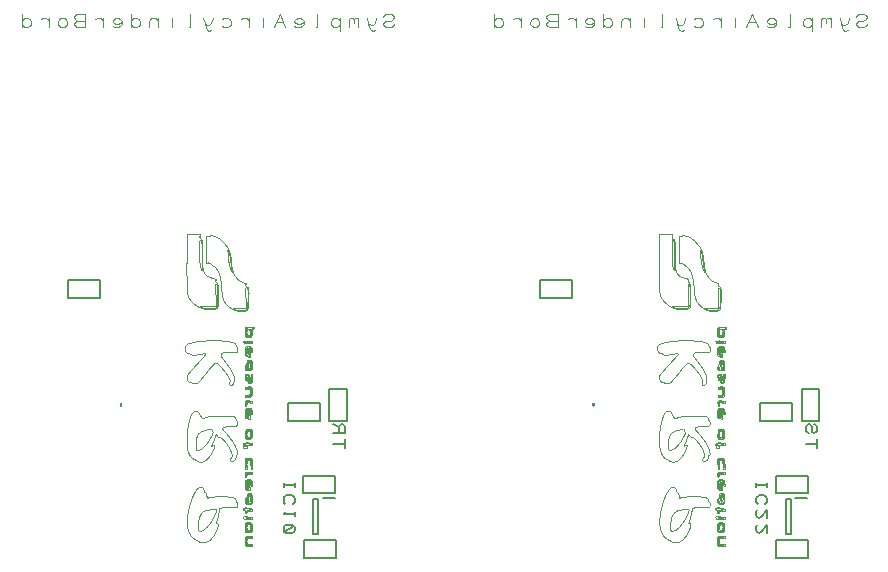
<source format=gbo>
G04 EasyPC Gerber Version 21.0.3 Build 4286 *
G04 #@! TF.Part,Single*
G04 #@! TF.FileFunction,Legend,Bot *
G04 #@! TF.FilePolarity,Positive *
%FSLAX45Y45*%
%MOIN*%
%ADD18C,0.00276*%
%ADD17C,0.00394*%
%ADD70C,0.00500*%
%ADD20C,0.00787*%
%ADD71C,0.01000*%
X0Y0D02*
D02*
D17*
X84098Y91352D02*
G75*
G02X84276Y91626I794J-321D01*
G01*
G75*
G02X84610Y91920I2004J-1939*
G01*
G75*
G02X85016Y92177I1863J-2495*
G01*
G75*
G02X85426Y92345I1050J-1979*
G01*
G75*
G02X87748Y92856I4646J-15582*
G01*
G75*
G02X90752Y93179I5958J-41298*
G01*
G75*
G02X93925Y93291I3162J-44498*
G01*
G75*
G02X96802Y93153I-7J-30260*
G01*
G75*
G02X98045Y93015I-4033J-42055*
G01*
G75*
G02X98969Y92867I-1695J-13474*
G01*
G75*
G02X99689Y92691I-1573J-7993*
G01*
G75*
G02X100280Y92470I-1205J-4123*
G01*
G75*
G02X100611Y92279I-895J-1938*
G01*
G75*
G02X100874Y92046I-882J-1259*
G01*
G75*
G02X101044Y91794I-852J-763*
G01*
G75*
G02X101102Y91551I-487J-244*
G01*
G75*
G03X101120Y91450I296*
G01*
G75*
G03X101176Y91327I818J297*
G01*
G75*
G03X101257Y91203I877J485*
G01*
G75*
G03X101352Y91096I689J522*
G01*
G75*
G02X101482Y90949I-693J-741*
G01*
G75*
G02X101556Y90800I-424J-304*
G01*
G75*
G02X101592Y90606I-798J-249*
G01*
G75*
G02X101602Y90296I-4685J-304*
G01*
G75*
G02X101548Y89785I-2432*
G01*
G75*
G02X101372Y89492I-520J111*
G01*
G75*
G02X101035Y89340I-432J507*
G01*
G75*
G02X100427Y89296I-609J4254*
G01*
G75*
G02X100149Y89304I4J5305*
G01*
G75*
G02X99905Y89326I168J3219*
G01*
G75*
G02X99709Y89357I423J3293*
G01*
G75*
G02X99652Y89396I16J85*
G01*
G75*
G03X99449Y89511I-204J-126*
G01*
G75*
G03X98283Y89502I-188J-50890*
G01*
G75*
G03X97162Y89458I554J-28845*
G01*
G75*
G03X96720Y89341I66J-1136*
G01*
G75*
G03X96250Y88995I768J-1538*
G01*
G75*
G03X96029Y88566I604J-582*
G01*
G75*
G03X96076Y88070I893J-166*
G01*
G75*
G03X96384Y87531I1959J763*
G01*
G75*
G02X97185Y86506I-103483J-81718*
G01*
G75*
G02X97871Y85606I-60161J-46543*
G01*
G75*
G02X98470Y84804I-230375J-172811*
G01*
G75*
G02X98502Y84707I-130J-96*
G01*
G75*
G03X98512Y84666I91J1*
G01*
G75*
G03X98546Y84611I398J202*
G01*
G75*
G03X98593Y84552I456J319*
G01*
G75*
G03X98650Y84498I449J422*
G01*
G75*
G02X98774Y84367I-463J-560*
G01*
G75*
G02X98902Y84167I-1677J-1215*
G01*
G75*
G02X99105Y83792I-9930J-5613*
G01*
G75*
G02X99678Y82679I-468609J-241887*
G01*
G75*
G02X99912Y82207I-17175J-8817*
G01*
G75*
G02X100120Y81754I-13874J-6650*
G01*
G75*
G02X100283Y81368I-13386J-5891*
G01*
G75*
G02X100341Y81172I-946J-386*
G01*
G75*
G02X100359Y80983I-1078J-201*
G01*
G75*
G02X100357Y80659I-8470J-111*
G01*
G75*
G02X100340Y80282I-9520J250*
G01*
G75*
G02X100308Y79900I-10183J669*
G01*
G75*
G02X100244Y79374I-16119J1672*
G01*
G75*
G02X100180Y79080I-1875J257*
G01*
G75*
G02X100087Y78874I-832J252*
G01*
G75*
G02X99938Y78682I-994J616*
G01*
G75*
G02X99794Y78552I-968J929*
G01*
G75*
G02X99652Y78464I-472J603*
G01*
G75*
G02X99502Y78414I-287J606*
G01*
G75*
G02X99337Y78396I-166J787*
G01*
G75*
G02X99053Y78453J744*
G01*
G75*
G02X98886Y78611I122J296*
G01*
G75*
G02X98839Y78882I465J222*
G01*
G75*
G02X98914Y79283I2257J-218*
G01*
G75*
G03X98962Y79475I-3015J857*
G01*
G75*
G03X98998Y79669I-3020J652*
G01*
G75*
G03X99018Y79840I-2658J400*
G01*
G75*
G03X99014Y79946I-440J39*
G01*
G75*
G03X98920Y80264I-1244J-197*
G01*
G75*
G03X98641Y80855I-14342J-6409*
G01*
G75*
G03X98317Y81467I-12519J-6229*
G01*
G75*
G03X98019Y81946I-5411J-3037*
G01*
G75*
G03X97170Y83080I-14699J-10113*
G01*
G75*
G03X96146Y84270I-20935J-16989*
G01*
G75*
G03X95160Y85300I-22807J-20836*
G01*
G75*
G03X94626Y85661I-1203J-1205*
G01*
G75*
G03X94433Y85731I-740J-1735*
G01*
G75*
G03X94298Y85747I-113J-371*
G01*
G75*
G03X94163Y85717I23J-417*
G01*
G75*
G03X93965Y85624I895J-2166*
G01*
G75*
G03X93627Y85380I698J-1322*
G01*
G75*
G03X92864Y84630I30869J-32167*
G01*
G75*
G03X92074Y83825I66914J-66460*
G01*
G75*
G03X92002Y83647I183J-178*
G01*
G75*
G02X91988Y83601I-83*
G01*
G75*
G02X91892Y83459I-5679J3746*
G01*
G75*
G02X91771Y83293I-4089J2857*
G01*
G75*
G02X91627Y83110I-6502J4956*
G01*
G75*
G03X91476Y82920I12837J-10356*
G01*
G75*
G03X91333Y82735I11426J-8960*
G01*
G75*
G03X91213Y82574I10618J-8043*
G01*
G75*
G03X91152Y82483I1073J-792*
G01*
G75*
G02X91076Y82378I-769J471*
G01*
G75*
G02X90802Y82053I-44552J37254*
G01*
G75*
G02X90473Y81670I-32972J27996*
G01*
G75*
G02X90102Y81246I-50333J43737*
G01*
G75*
G03X89733Y80822I27491J-24286*
G01*
G75*
G03X89412Y80439I17525J-15023*
G01*
G75*
G03X89148Y80113I25271J-20731*
G01*
G75*
G03X89087Y80009I318J-254*
G01*
G75*
G02X88965Y79813I-600J238*
G01*
G75*
G02X88712Y79563I-2506J2281*
G01*
G75*
G02X88400Y79312I-2557J2867*
G01*
G75*
G02X88074Y79106I-1917J2666*
G01*
G75*
G02X87660Y78948I-758J1369*
G01*
G75*
G02X87172Y78891I-521J2307*
G01*
G75*
G02X86728Y78933I-28J2050*
G01*
G75*
G02X86463Y79084I100J480*
G01*
G75*
G03X86364Y79163I-288J-261*
G01*
G75*
G03X86211Y79234I-559J-1010*
G01*
G75*
G03X86026Y79290I-516J-1363*
G01*
G75*
G03X85826Y79324I-396J-1709*
G01*
G75*
G02X85576Y79368I231J2065*
G01*
G75*
G02X85387Y79438I194J812*
G01*
G75*
G02X85218Y79553I395J764*
G01*
G75*
G02X85031Y79735I1502J1729*
G01*
G75*
G02X84843Y79965I1985J1822*
G01*
G75*
G02X84752Y80144I496J362*
G01*
G75*
G02X84712Y80369I858J268*
G01*
G75*
G02X84702Y80789I8800J424*
G01*
G75*
G02X84709Y81072I5930J-7*
G01*
G75*
G02X84729Y81348I5393J-254*
G01*
G75*
G02X84759Y81583I4748J-476*
G01*
G75*
G02X84794Y81715I589J-88*
G01*
G75*
G02X84970Y82005I947J-377*
G01*
G75*
G02X86106Y83309I195633J-169264*
G01*
G75*
G02X87533Y84913I111835J-98045*
G01*
G75*
G02X89364Y86926I281537J-254204*
G01*
G75*
G03X89954Y87580I-40278J36897*
G01*
G75*
G03X90450Y88155I-22685J20111*
G01*
G75*
G03X90867Y88654I-54272J45751*
G01*
G75*
G03X90902Y88751I-117J96*
G01*
G75*
G03X90871Y88819I-90*
G01*
G75*
G03X90786Y88865I-143J-164*
G01*
G75*
G03X90631Y88890I-192J-705*
G01*
G75*
G03X90372Y88896I-257J-4922*
G01*
G75*
G03X90162Y88890I-6J-3304*
G01*
G75*
G03X89970Y88870I156J-2371*
G01*
G75*
G03X89813Y88841I306J-2112*
G01*
G75*
G03X89747Y88806I30J-136*
G01*
G75*
G02X89680Y88767I-109J114*
G01*
G75*
G02X89519Y88727I-719J2552*
G01*
G75*
G02X89320Y88692I-596J2799*
G01*
G75*
G02X89102Y88668I-550J3919*
G01*
G75*
G03X88839Y88641I735J-8666*
G01*
G75*
G03X88493Y88599I2927J-25190*
G01*
G75*
G03X88130Y88549I3471J-26815*
G01*
G75*
G03X87802Y88499I2539J-17730*
G01*
G75*
G02X87106Y88418I-1274J7869*
G01*
G75*
G02X86565Y88429I-210J2868*
G01*
G75*
G02X86141Y88532I204J1763*
G01*
G75*
G02X85802Y88731I415J1093*
G01*
G75*
G03X85654Y88839I-809J-959*
G01*
G75*
G03X85491Y88924I-657J-1066*
G01*
G75*
G03X85329Y88978I-431J-1006*
G01*
G75*
G03X85185Y88996I-144J-564*
G01*
G75*
G02X84902Y89049I1J799*
G01*
G75*
G02X84604Y89203I507J1341*
G01*
G75*
G02X84339Y89431I871J1282*
G01*
G75*
G02X84151Y89700I893J827*
G01*
G75*
G02X84054Y90009I835J433*
G01*
G75*
G02X84013Y90513I5073J666*
G01*
G75*
G02X84022Y91021I5077J164*
G01*
G75*
G02X84098Y91352I1074J-74*
G01*
X84602Y128696D02*
X88782D01*
X88853Y127989*
G75*
G03X88895Y127647I7585J768*
G01*
G75*
G03X88945Y127427I1459J214*
G01*
G75*
G03X89007Y127290I571J175*
G01*
G75*
G03X89088Y127224I133J82*
G01*
G75*
G02X89329Y127098I-310J-881*
G01*
G75*
G02X89526Y126906I-581J-796*
G01*
G75*
G02X89657Y126676I-719J-560*
G01*
G75*
G02X89702Y126435I-622J-241*
G01*
G75*
G03X89709Y126306I1146J1*
G01*
G75*
G03X89731Y126186I870J99*
G01*
G75*
G03X89763Y126092I651J167*
G01*
G75*
G03X89802Y126046I91J38*
G01*
G75*
G02X89849Y125965I-52J-85*
G01*
G75*
G02X89876Y124842I-291089J-7604*
G01*
G75*
G02X89896Y123438I-89069J-1951*
G01*
G75*
G02X89902Y121510I-308554J-1909*
G01*
G75*
G03X89907Y119048I600317J17*
G01*
G75*
G03X89929Y117819I44979J193*
G01*
G75*
G03X89965Y117066I22836J721*
G01*
G75*
G03X90049Y116841I417J26*
G01*
G75*
G02X90106Y116756I-683J-519*
G01*
G75*
G02X90154Y116663I-851J-495*
G01*
G75*
G02X90188Y116574I-784J-353*
G01*
G75*
G02X90199Y116506I-227J-72*
G01*
G75*
G03X90270Y116200I774J18*
G01*
G75*
G03X90509Y115742I4631J2131*
G01*
G75*
G03X90804Y115299I4288J2529*
G01*
G75*
G03X91076Y115020I1185J882*
G01*
G75*
G03X91691Y114617I2623J3333*
G01*
G75*
G03X92418Y114288I2766J5148*
G01*
G75*
G03X93161Y114069I1940J5215*
G01*
G75*
G03X93823Y113996I664J3004*
G01*
X94202*
Y113490*
G75*
G03X94224Y113124I3084J2*
G01*
G75*
G03X94292Y112841I1243J148*
G01*
G75*
G03X94397Y112659I581J214*
G01*
G75*
G03X94531Y112596I135J113*
G01*
G75*
G02X94590Y112570I-1J-84*
G01*
G75*
G02X94675Y112472I-765J-750*
G01*
G75*
G02X94767Y112337I-1076J-826*
G01*
G75*
G02X94852Y112177I-1775J-1052*
G01*
G75*
G02X94967Y111814I-1226J-588*
G01*
G75*
G02X95023Y111298I-4433J-742*
G01*
G75*
G02X95047Y110399I-19589J-981*
G01*
G75*
G02X95052Y108199I-506315J-2187*
G01*
G75*
G02X95047Y106084I-464200J-20*
G01*
G75*
G02X95024Y105163I-22243J100*
G01*
G75*
G02X94977Y104640I-5987J278*
G01*
G75*
G02X94876Y104369I-648J87*
G01*
G75*
G02X94598Y104048I-1319J865*
G01*
G75*
G02X94278Y103866I-604J686*
G01*
G75*
G02X93793Y103769I-650J1993*
G01*
G75*
G02X92877Y103716I-1683J21256*
G01*
G75*
G02X91556Y103712I-720J20001*
G01*
G75*
G02X90484Y103809I265J8926*
G01*
G75*
G02X89575Y104015I973J6407*
G01*
G75*
G02X88757Y104341I1500J4946*
G01*
G75*
G02X87709Y104974I3519J7011*
G01*
G75*
G02X86690Y105806I6082J8493*
G01*
G75*
G02X85827Y106716I6578J7101*
G01*
G75*
G02X85259Y107583I3515J2923*
G01*
G75*
G02X84861Y108662I4557J2296*
G01*
G75*
G02X84678Y109881I6520J1600*
G01*
G75*
G02X84614Y112030I39815J2257*
G01*
G75*
G02X84604Y119122I2673193J7553*
G01*
X84602Y128696*
X84756Y62996D02*
G75*
G02X85160Y65469I33579J-4221D01*
G01*
G75*
G02X85702Y67488I16182J-3264*
G01*
G75*
G02X86329Y68971I10312J-3481*
G01*
G75*
G02X87002Y69646I1392J-713*
G01*
G75*
G02X87143Y69704I394J-759*
G01*
G75*
G02X87329Y69752I629J-2055*
G01*
G75*
G02X87528Y69786I479J-2239*
G01*
G75*
G02X87709Y69796I178J-1484*
G01*
G75*
G02X87943Y69781I3J-1706*
G01*
G75*
G02X88111Y69729I-77J-552*
G01*
G75*
G02X88266Y69624I-292J-598*
G01*
G75*
G02X88463Y69428I-2022J-2231*
G01*
G75*
G02X88596Y69263I-1277J-1170*
G01*
G75*
G02X88719Y69071I-1863J-1326*
G01*
G75*
G02X88815Y68882I-1795J-1024*
G01*
G75*
G02X88862Y68729I-636J-282*
G01*
G75*
G03X88911Y68574I663J125*
G01*
G75*
G03X89013Y68377I2036J926*
G01*
G75*
G03X89144Y68174I2170J1263*
G01*
G75*
G03X89288Y67996I1645J1179*
G01*
X89652Y67594*
X91202Y67787*
G75*
G02X93160Y68012I13614J-109562*
G01*
G75*
G02X94596Y68132I3415J-32196*
G01*
G75*
G02X95935Y68181I1646J-26774*
G01*
G75*
G02X97552Y68176I630J-56475*
G01*
G75*
G02X98756Y68149I-1920J-111812*
G01*
G75*
G02X99463Y68112I-414J-14847*
G01*
G75*
G02X99922Y68059I-454J-5973*
G01*
G75*
G02X100204Y67975I-162J-1052*
G01*
G75*
G02X100510Y67804I-917J-1994*
G01*
G75*
G02X100729Y67609I-603J-900*
G01*
G75*
G02X100876Y67377I-710J-611*
G01*
G75*
G02X100965Y67090I-1202J-530*
G01*
G75*
G03X101001Y66944I1250J233*
G01*
G75*
G03X101057Y66789I1750J552*
G01*
G75*
G03X101124Y66648I1572J654*
G01*
G75*
G03X101191Y66546I555J293*
G01*
G75*
G02X101492Y66094I-2291J-1851*
G01*
G75*
G02X101600Y65708I-806J-435*
G01*
G75*
G02X101525Y65357I-685J-36*
G01*
G75*
G02X101272Y65016I-1165J598*
G01*
X100943Y64696*
X99328*
G75*
G03X98666Y64690I-16J-33187*
G01*
G75*
G03X98141Y64669I265J-13261*
G01*
G75*
G03X97723Y64640I1234J-20454*
G01*
G75*
G03X97652Y64596I7J-92*
G01*
G75*
G02X97607Y64558I-83J51*
G01*
G75*
G02X97513Y64526I-261J619*
G01*
G75*
G02X97393Y64504I-219J848*
G01*
G75*
G02X97264Y64496I-131J1139*
G01*
G75*
G03X96999Y64443I0J-683*
G01*
G75*
G03X96747Y64289I374J-894*
G01*
G75*
G03X96565Y64075I567J-669*
G01*
G75*
G03X96502Y63851I370J-225*
G01*
G75*
G03X96537Y63743I186J0*
G01*
G75*
G03X96731Y63483I6042J4318*
G01*
G75*
G03X96983Y63180I5295J4150*
G01*
G75*
G03X97281Y62856I7902J6970*
G01*
G75*
G02X97628Y62480I-9182J-8827*
G01*
G75*
G02X98027Y62019I-19239J-17032*
G01*
G75*
G02X98415Y61548I-19611J-16560*
G01*
G75*
G02X98726Y61145I-9783J-7859*
G01*
G75*
G03X98997Y60780I97500J72211*
G01*
G75*
G03X99263Y60425I87458J65171*
G01*
G75*
G03X99492Y60121I79632J59795*
G01*
G75*
G03X99621Y59954I8551J6481*
G01*
G75*
G02X99715Y59831I-3375J-2675*
G01*
G75*
G02X99807Y59701I-3772J-2757*
G01*
G75*
G02X99883Y59584I-3423J-2324*
G01*
G75*
G02X99928Y59504I-667J-424*
G01*
G75*
G03X99973Y59419I1254J604*
G01*
G75*
G03X100056Y59276I9367J5349*
G01*
G75*
G03X100154Y59111I10363J6101*
G01*
G75*
G03X100257Y58946I10841J6638*
G01*
G75*
G02X100372Y58754I-3752J-2376*
G01*
G75*
G02X100510Y58503I-10285J-5813*
G01*
G75*
G02X100648Y58237I-10989J-5858*
G01*
G75*
G02X100763Y57996I-6937J-3480*
G01*
G75*
G03X100874Y57758I29837J13739*
G01*
G75*
G03X100999Y57495I44185J20772*
G01*
G75*
G03X101118Y57248I41240J19680*
G01*
G75*
G03X101209Y57062I13678J6637*
G01*
G75*
G02X101283Y56888I-1326J-662*
G01*
G75*
G02X101346Y56682I-2333J-822*
G01*
G75*
G02X101388Y56477I-2311J-586*
G01*
G75*
G02X101402Y56307I-1037J-170*
G01*
G75*
G03X101410Y56157I1407J3*
G01*
G75*
G03X101434Y56014I1247J131*
G01*
G75*
G03X101469Y55894I1002J230*
G01*
G75*
G03X101511Y55828I168J60*
G01*
G75*
G02X101593Y55664I-204J-204*
G01*
G75*
G02X101574Y55456I-461J-63*
G01*
G75*
G02X101459Y55256I-549J181*
G01*
G75*
G02X101277Y55117I-426J373*
G01*
G75*
G03X101136Y55033I379J-793*
G01*
G75*
G03X101055Y54940I170J-231*
G01*
G75*
G03X101013Y54814I310J-172*
G01*
G75*
G03X101000Y54616I1616J-206*
G01*
G75*
G02X100950Y54239I-1500J9*
G01*
G75*
G02X100802Y53830I-2461J656*
G01*
G75*
G02X100596Y53470I-2160J995*
G01*
G75*
G02X100371Y53250I-676J468*
G01*
G75*
G02X100251Y53183I-506J771*
G01*
G75*
G02X100094Y53119I-904J1962*
G01*
G75*
G02X99928Y53065I-775J2110*
G01*
G75*
G02X99776Y53031I-370J1313*
G01*
G75*
G02X99293Y53061I-176J1089*
G01*
G75*
G02X99025Y53308I113J392*
G01*
G75*
G02X99040Y53708I481J181*
G01*
G75*
G02X99352Y54153I1422J-664*
G01*
G75*
G03X99612Y54564I-785J785*
G01*
G75*
G03X99682Y55059I-1164J417*
G01*
G75*
G03X99552Y55700I-2392J-153*
G01*
G75*
G03X99197Y56573I-9263J-3252*
G01*
G75*
G02X99084Y56820I29704J13724*
G01*
G75*
G02X98989Y57034I16535J7484*
G01*
G75*
G02X98908Y57220I47170J20654*
G01*
G75*
G02X98902Y57248I64J28*
G01*
G75*
G03X98895Y57275I-53J0*
G01*
G75*
G03X98778Y57474I-51014J-29708*
G01*
G75*
G03X98643Y57702I-15945J-9330*
G01*
G75*
G03X98481Y57966I-28880J-17518*
G01*
G75*
G03X97669Y59163I-14461J-8944*
G01*
G75*
G03X96848Y60134I-8194J-6090*
G01*
G75*
G03X96104Y60813I-5378J-5148*
G01*
G75*
G03X95577Y60999I-533J-670*
G01*
G75*
G02X95308Y61042I6J893*
G01*
G75*
G02X95052Y61165I322J995*
G01*
G75*
G02X94833Y61357I612J923*
G01*
G75*
G02X94669Y61600I852J750*
G01*
G75*
G03X94540Y61781I-631J-315*
G01*
G75*
G03X94379Y61875I-256J-252*
G01*
G75*
G03X94256Y61848I-36J-131*
G01*
G75*
G03X94200Y61729I102J-122*
G01*
G75*
G02X94136Y61362I-1177J15*
G01*
G75*
G02X93787Y60384I-43208J14861*
G01*
G75*
G02X93370Y59312I-31465J11631*
G01*
G75*
G02X92937Y58313I-24891J10180*
G01*
G75*
G03X92819Y58034I5227J-2388*
G01*
G75*
G03X92835Y57952I71J-28*
G01*
G75*
G03X92906Y57951I36J35*
G01*
G75*
G03X93102Y58147I-2878J3081*
G01*
G75*
G02X93218Y58249I613J-579*
G01*
G75*
G02X93350Y58329I498J-676*
G01*
G75*
G02X93488Y58380I332J-688*
G01*
G75*
G02X93620Y58396I131J-502*
G01*
G75*
G02X93775Y58386I2J-1103*
G01*
G75*
G02X93853Y58346I-19J-133*
G01*
G75*
G02X93892Y58265I-103J-99*
G01*
G75*
G02X93902Y58102I-1270J-161*
G01*
G75*
G02X93895Y57985I-934J-2*
G01*
G75*
G02X93873Y57877I-742J94*
G01*
G75*
G02X93841Y57790I-552J156*
G01*
G75*
G02X93802Y57746I-92J43*
G01*
G75*
G03X93764Y57709I66J-106*
G01*
G75*
G03X93731Y57648I283J-189*
G01*
G75*
G03X93709Y57575I378J-154*
G01*
G75*
G03X93702Y57499I382J-76*
G01*
G75*
G02X93684Y57392I-321J-1*
G01*
G75*
G02X93604Y57182I-4372J1553*
G01*
G75*
G02X93495Y56936I-4604J1889*
G01*
G75*
G02X93366Y56680I-5822J2764*
G01*
G75*
G03X93218Y56400I176419J-93592*
G01*
G75*
G03X93049Y56080I294981J-155878*
G01*
G75*
G03X92887Y55772I285161J-150052*
G01*
G75*
G03X92759Y55528I111640J-58771*
G01*
G75*
G02X92644Y55320I-4730J2476*
G01*
G75*
G02X92526Y55127I-3935J2282*
G01*
G75*
G02X92417Y54967I-3430J2229*
G01*
G75*
G02X92345Y54891I-336J241*
G01*
G75*
G03X92290Y54837I287J-346*
G01*
G75*
G03X92244Y54773I376J-321*
G01*
G75*
G03X92212Y54709I362J-221*
G01*
G75*
G03X92202Y54657I132J-53*
G01*
G75*
G02X92111Y54438I-306J0*
G01*
G75*
G02X91477Y53836I-18739J19085*
G01*
G75*
G02X90832Y53275I-10406J11310*
G01*
G75*
G02X90408Y53007I-1296J1578*
G01*
G75*
G02X90167Y52911I-854J1806*
G01*
G75*
G02X89911Y52846I-646J2003*
G01*
G75*
G02X89626Y52809I-474J2506*
G01*
G75*
G02X89295Y52796I-332J4504*
G01*
G75*
G02X88843Y52816I4J5289*
G01*
G75*
G02X88534Y52881I111J1296*
G01*
G75*
G02X88218Y53025I564J1652*
G01*
G75*
G02X87709Y53337I6828J11719*
G01*
G75*
G03X87517Y53456I-3294J-5125*
G01*
G75*
G03X87306Y53576I-4174J-7043*
G01*
G75*
G03X87107Y53682I-3607J-6545*
G01*
G75*
G03X86959Y53752I-995J-1927*
G01*
G75*
G02X86293Y54179I902J2138*
G01*
G75*
G02X85704Y54862I2613J2850*
G01*
G75*
G02X85226Y55755I4057J2744*
G01*
G75*
G02X84893Y56806I6355J2594*
G01*
G75*
G02X84718Y57968I7391J1706*
G01*
G75*
G02X84636Y59711I34991J2517*
G01*
G75*
G02X84643Y61528I35408J778*
G01*
G75*
G02X84756Y62996I15400J-451*
G01*
X84852Y34946D02*
G75*
G02X85025Y36041I35301J-5028D01*
G01*
G75*
G02X85207Y36946I17104J-2979*
G01*
G75*
G02X85459Y37938I22146J-5090*
G01*
G75*
G02X85863Y39346I88698J-24648*
G01*
G75*
G02X86447Y41011I16563J-4884*
G01*
G75*
G02X87169Y42502I12457J-5106*
G01*
G75*
G02X87930Y43668I9120J-5127*
G01*
G75*
G02X88622Y44255I1650J-1243*
G01*
G75*
G02X88965Y44374I572J-1093*
G01*
G75*
G02X89343Y44396I272J-1440*
G01*
G75*
G02X89693Y44322I-93J-1302*
G01*
G75*
G02X89948Y44159I-237J-655*
G01*
G75*
G02X90104Y43952I-648J-648*
G01*
G75*
G02X90254Y43635I-2573J-1405*
G01*
G75*
G02X90365Y43299I-2738J-1099*
G01*
G75*
G02X90402Y43029I-1030J-276*
G01*
G75*
G03X90419Y42970I111J1*
G01*
G75*
G03X90482Y42883I742J471*
G01*
G75*
G03X90570Y42788I848J693*
G01*
G75*
G03X90674Y42697I973J1016*
G01*
G75*
G02X90903Y42462I-770J-979*
G01*
G75*
G02X91069Y42170I-1092J-813*
G01*
G75*
G02X91169Y41822I-1481J-614*
G01*
G75*
G02X91202Y41421I-2387J-399*
G01*
Y40969*
X91827Y41029*
G75*
G02X93566Y41169I5186J-53637*
G01*
G75*
G02X95285Y41250I3265J-50942*
G01*
G75*
G02X96831Y41269I1302J-43218*
G01*
G75*
G02X98018Y41216I-87J-15324*
G01*
G75*
G02X98602Y41163I-2848J-34266*
G01*
G75*
G02X99170Y41100I-3098J-30891*
G01*
G75*
G02X99656Y41038I-3331J-27972*
G01*
G75*
G02X99925Y40989I-420J-3076*
G01*
G75*
G02X100356Y40837I-439J-1924*
G01*
G75*
G02X100701Y40598I-622J-1267*
G01*
G75*
G02X100924Y40300I-744J-790*
G01*
G75*
G02X101002Y39975I-637J-324*
G01*
G75*
G03X101019Y39800I905J1*
G01*
G75*
G03X101070Y39646I635J125*
G01*
G75*
G03X101162Y39500I681J325*
G01*
G75*
G03X101302Y39346I1230J982*
G01*
G75*
G02X101511Y39065I-728J-761*
G01*
G75*
G02X101600Y38748I-743J-379*
G01*
G75*
G02X101560Y38414I-868J-64*
G01*
G75*
G02X101395Y38087I-1149J374*
G01*
X101189Y37796*
X99601*
G75*
G03X98951Y37790I-16J-31907*
G01*
G75*
G03X98434Y37769I261J-12865*
G01*
G75*
G03X98023Y37740I1204J-19658*
G01*
G75*
G03X97952Y37696I7J-92*
G01*
G75*
G02X97894Y37657I-73J45*
G01*
G75*
G02X97677Y37626I-714J4204*
G01*
G75*
G02X97409Y37604I-450J3837*
G01*
G75*
G02X97102Y37596I-311J6472*
G01*
G75*
G03X96796Y37589I-4J-6471*
G01*
G75*
G03X96527Y37567I182J-3859*
G01*
G75*
G03X96311Y37536I498J-4235*
G01*
G75*
G03X96252Y37496I15J-85*
G01*
G75*
G02X96205Y37458I-80J49*
G01*
G75*
G02X96097Y37426I-299J810*
G01*
G75*
G02X95961Y37404I-244J1080*
G01*
G75*
G02X95811Y37396I-151J1525*
G01*
X95431*
X95371Y36472*
G75*
G02X95275Y35683I-7037J461*
G01*
G75*
G02X95064Y34658I-20576J3699*
G01*
G75*
G02X94792Y33606I-21140J4908*
G01*
G75*
G02X94501Y32722I-11311J3230*
G01*
G75*
G03X94431Y32520I4117J-1533*
G01*
G75*
G03X94384Y32348I2024J-645*
G01*
G75*
G03X94358Y32214I1967J-450*
G01*
G75*
G03X94379Y32187I24J-4*
G01*
G75*
G03X94424Y32183I45J322*
G01*
G75*
G03X94526Y32185I-21J6242*
G01*
G75*
G03X94647Y32188I-120J6205*
G01*
G75*
G03X94777Y32194I-306J8165*
G01*
G75*
G02X94978Y32195I108J-1942*
G01*
G75*
G02X95058Y32155I-6J-112*
G01*
G75*
G02X95095Y32063I-119J-102*
G01*
G75*
G02X95102Y31810I-4357J-249*
G01*
G75*
G02X95095Y31652I-1715J-2*
G01*
G75*
G02X95073Y31508I-1207J111*
G01*
G75*
G02X95041Y31395I-939J203*
G01*
G75*
G02X95002Y31346I-88J31*
G01*
G75*
G03X94964Y31304I54J-86*
G01*
G75*
G03X94931Y31219I502J-239*
G01*
G75*
G03X94909Y31111I700J-200*
G01*
G75*
G03X94902Y30996I893J-116*
G01*
G75*
G02X94895Y30882I-897J-2*
G01*
G75*
G02X94873Y30775I-722J93*
G01*
G75*
G02X94841Y30690I-535J154*
G01*
G75*
G02X94802Y30646I-93J44*
G01*
G75*
G03X94764Y30610I67J-108*
G01*
G75*
G03X94731Y30550I274J-187*
G01*
G75*
G03X94709Y30478I365J-151*
G01*
G75*
G03X94702Y30405I359J-74*
G01*
G75*
G02X94645Y30150I-598J0*
G01*
G75*
G02X94317Y29482I-22149J10451*
G01*
G75*
G02X93944Y28791I-14751J7519*
G01*
G75*
G02X93596Y28235I-7065J4033*
G01*
G75*
G02X93224Y27744I-5108J3489*
G01*
G75*
G02X92727Y27186I-10107J8508*
G01*
G75*
G02X92224Y26668I-18157J17103*
G01*
G75*
G02X92052Y26596I-172J171*
G01*
G75*
G03X91995Y26584I0J-136*
G01*
G75*
G03X91918Y26541I263J-567*
G01*
G75*
G03X91837Y26480I419J-641*
G01*
G75*
G03X91763Y26409I529J-620*
G01*
G75*
G02X91658Y26325I-309J280*
G01*
G75*
G02X91461Y26225I-1334J2383*
G01*
G75*
G02X91224Y26127I-1331J2898*
G01*
G75*
G02X90975Y26047I-1181J3232*
G01*
G75*
G02X90401Y25943I-844J3015*
G01*
G75*
G02X89768Y25933I-379J4340*
G01*
G75*
G02X89190Y26011I229J3896*
G01*
G75*
G02X88802Y26174I229J1085*
G01*
G75*
G03X88489Y26376I-5674J-8477*
G01*
G75*
G03X88166Y26567I-5485J-8876*
G01*
G75*
G03X87813Y26760I-5990J-10535*
G01*
G75*
G03X87409Y26967I-9211J-17486*
G01*
G75*
G02X86615Y27503I1617J3254*
G01*
G75*
G02X85933Y28259I3059J3446*
G01*
G75*
G02X85381Y29215I4439J3196*
G01*
G75*
G02X84978Y30346I6990J3133*
G01*
G75*
G02X84820Y31223I4925J1335*
G01*
G75*
G02X84746Y32493I20305J1827*
G01*
G75*
G02X84752Y33827I21038J574*
G01*
G75*
G02X84852Y34946I10651J-384*
G01*
X87805Y56816D02*
G75*
G03X87919Y56647I1829J1117D01*
G01*
G75*
G03X88011Y56563I269J200*
G01*
G75*
G03X88107Y56535I98J159*
G01*
G75*
G03X88230Y56553I4J405*
G01*
G75*
G03X89455Y57134I-1353J4432*
G01*
G75*
G03X90613Y58104I-3933J5874*
G01*
G75*
G03X91714Y59475I-7061J6799*
G01*
G75*
G03X92769Y61266I-15809J10516*
G01*
G75*
G03X93093Y61930I-13734J7103*
G01*
G75*
G03X93257Y62382I-2700J1239*
G01*
G75*
G03X93295Y62683I-1030J282*
G01*
G75*
G03X93202Y62847I-196J-4*
G01*
G75*
G02X93157Y62895I65J106*
G01*
G75*
G02X93099Y63019I1529J791*
G01*
G75*
G02X93041Y63174I1799J759*
G01*
G75*
G02X92992Y63346I2535J820*
G01*
G75*
G03X92893Y63639I-1910J-481*
G01*
G75*
G03X92768Y63804I-392J-167*
G01*
G75*
G03X92612Y63854I-143J-179*
G01*
G75*
G03X92423Y63802I23J-448*
G01*
G75*
G02X92310Y63755I-279J519*
G01*
G75*
G02X92023Y63674I-4202J14321*
G01*
G75*
G02X91678Y63585I-3693J13602*
G01*
G75*
G02X91302Y63497I-4644J18972*
G01*
G75*
G03X90125Y63176I2915J-13023*
G01*
G75*
G03X89243Y62799I1594J-4944*
G01*
G75*
G03X88625Y62359I1487J-2744*
G01*
G75*
G03X88257Y61846I1028J-1125*
G01*
G75*
G03X87957Y61054I7534J-3309*
G01*
G75*
G03X87766Y60293I5780J-1857*
G01*
G75*
G03X87659Y59437I7472J-1366*
G01*
G75*
G03X87616Y58346I19211J-1302*
G01*
G75*
G03X87616Y57668I32093J-358*
G01*
G75*
G03X87641Y57298I3301J35*
G01*
G75*
G03X87698Y57044I1280J156*
G01*
G75*
G03X87805Y56816I1075J363*
G01*
X88455Y29992D02*
G75*
G03X88552Y29836I1008J520D01*
G01*
G75*
G03X88650Y29751I245J183*
G01*
G75*
G03X88781Y29709I172J314*
G01*
G75*
G03X88991Y29696I213J1793*
G01*
G75*
G03X90058Y30024I0J1904*
G01*
G75*
G03X91306Y31073I-4420J6526*
G01*
G75*
G03X92564Y32629I-8143J7868*
G01*
G75*
G03X93677Y34546I-14127J9485*
G01*
G75*
G03X94061Y35360I-19790J9827*
G01*
G75*
G03X94318Y36009I-7433J3321*
G01*
G75*
G03X94464Y36517I-4645J1615*
G01*
G75*
G03X94484Y36869I-1011J234*
G01*
G75*
G03X94451Y37021I-796J-93*
G01*
G75*
G03X94391Y37105I-159J-51*
G01*
G75*
G03X94282Y37151I-152J-206*
G01*
G75*
G03X94064Y37178I-422J-2501*
G01*
G75*
G03X93907Y37183I-118J-1443*
G01*
G75*
G03X93758Y37170I30J-1210*
G01*
G75*
G03X93635Y37143I148J-958*
G01*
G75*
G03X93569Y37104I42J-148*
G01*
G75*
G02X93495Y37062I-111J111*
G01*
G75*
G02X93325Y37028I-499J2062*
G01*
G75*
G02X93116Y37004I-376J2392*
G01*
G75*
G02X92888Y36996I-228J3308*
G01*
G75*
G03X92664Y36989I-3J-3461*
G01*
G75*
G03X92465Y36967I142J-2197*
G01*
G75*
G03X92306Y36936I311J-1976*
G01*
G75*
G03X92252Y36896I21J-86*
G01*
G75*
G02X92207Y36858I-82J50*
G01*
G75*
G02X92109Y36826I-269J659*
G01*
G75*
G02X91986Y36804I-224J894*
G01*
G75*
G02X91852Y36796I-135J1221*
G01*
G75*
G03X91718Y36789I-2J-1225*
G01*
G75*
G03X91595Y36767I101J-917*
G01*
G75*
G03X91498Y36735I172J-691*
G01*
G75*
G03X91452Y36696I37J-90*
G01*
G75*
G02X91407Y36658I-82J50*
G01*
G75*
G02X91309Y36626I-269J659*
G01*
G75*
G02X91186Y36604I-224J894*
G01*
G75*
G02X91052Y36596I-135J1221*
G01*
G75*
G03X90918Y36589I-2J-1225*
G01*
G75*
G03X90795Y36567I101J-917*
G01*
G75*
G03X90698Y36535I172J-691*
G01*
G75*
G03X90652Y36496I37J-90*
G01*
G75*
G02X90617Y36458I-117J72*
G01*
G75*
G02X90562Y36426I-180J244*
G01*
G75*
G02X90497Y36404I-143J314*
G01*
G75*
G02X90431Y36396I-66J284*
G01*
G75*
G03X90345Y36376I0J-194*
G01*
G75*
G03X90194Y36294I988J-1989*
G01*
G75*
G03X90021Y36181I1305J-2185*
G01*
G75*
G03X89846Y36047I1909J-2674*
G01*
G75*
G03X89474Y35646I1281J-1564*
G01*
G75*
G03X89091Y35026I5053J-3554*
G01*
G75*
G03X88790Y34383I5434J-2931*
G01*
G75*
G03X88702Y33927I1144J-458*
G01*
G75*
G02X88695Y33800I-1090J-2*
G01*
G75*
G02X88673Y33684I-836J98*
G01*
G75*
G02X88641Y33591I-624J163*
G01*
G75*
G02X88602Y33546I-91J40*
G01*
G75*
G03X88563Y33500I52J-82*
G01*
G75*
G03X88529Y33394I796J-318*
G01*
G75*
G03X88504Y33261I1057J-269*
G01*
G75*
G03X88492Y33116I1470J-189*
G01*
G75*
G02X88483Y32956I-2386J61*
G01*
G75*
G02X88462Y32781I-3474J326*
G01*
G75*
G02X88433Y32619I-3198J472*
G01*
G75*
G02X88402Y32496I-1082J214*
G01*
G75*
G03X88318Y32019I1711J-547*
G01*
G75*
G03X88310Y31190I13724J-545*
G01*
G75*
G03X88350Y30364I15609J330*
G01*
G75*
G03X88455Y29992I963J71*
G01*
X89057Y118143D02*
G75*
G03X89196Y117688I5253J1367D01*
G01*
G75*
G03X89412Y117119I13590J4825*
G01*
G75*
G03X89648Y116545I42635J17222*
G01*
G75*
G03X89722Y116496I73J31*
G01*
G75*
G03X89783Y116558J62*
G01*
G75*
G03X89723Y121087I-12355036J-159934*
G01*
G75*
G03X89662Y125590I-8601165J-115047*
G01*
G75*
G03X89598Y125741I-217J-3*
G01*
G75*
G02X89561Y125798I116J117*
G01*
G75*
G02X89530Y125896I750J288*
G01*
G75*
G02X89509Y126014I951J233*
G01*
G75*
G02X89502Y126135I1036J121*
G01*
G75*
G03X89456Y126361I-578J1*
G01*
G75*
G03X89315Y126620I-1396J-594*
G01*
G75*
G03X89137Y126834I-1190J-808*
G01*
G75*
G03X88985Y126896I-152J-154*
G01*
G75*
G03X88951Y126864J-33*
G01*
G75*
G03X88926Y125698I725747J-15784*
G01*
G75*
G03X88908Y124382I104177J-2091*
G01*
G75*
G03X88902Y122818I206495J-1614*
G01*
G75*
G03X88908Y120629I399426J55*
G01*
G75*
G03X88932Y119405I44353J244*
G01*
G75*
G03X88976Y118625I16843J553*
G01*
G75*
G03X89057Y118143I2799J222*
G01*
X89479Y104329D02*
G75*
G03X90078Y104131I1187J2580D01*
G01*
G75*
G03X90933Y103989I2017J9544*
G01*
G75*
G03X91900Y103915I1367J11379*
G01*
G75*
G03X92866Y103922I396J11248*
G01*
G75*
G03X93604Y103982I-630J12272*
G01*
G75*
G03X94024Y104088I-179J1600*
G01*
G75*
G03X94331Y104283I-367J917*
G01*
G75*
G03X94646Y104635I-1827J1951*
G01*
G75*
G03X94767Y104903I-546J407*
G01*
G75*
G03X94824Y105328I-2830J594*
G01*
G75*
G03X94848Y106108I-14488J837*
G01*
G75*
G03X94852Y108185I-491785J2064*
G01*
G75*
G03X94847Y110196I-409888J42*
G01*
G75*
G03X94822Y111035I-17069J-84*
G01*
G75*
G03X94766Y111522I-4033J-219*
G01*
G75*
G03X94652Y111877I-1356J-241*
G01*
G75*
G03X94427Y112114I-479J-229*
G01*
G75*
G03X94269Y112034I-51J-94*
G01*
G75*
G03X94206Y111209I6468J-912*
G01*
G75*
G03X94178Y108522I414956J-5600*
G01*
X94152Y104746*
X91577Y104720*
G75*
G03X90590Y104704I983J-92599*
G01*
G75*
G03X89759Y104680I978J-46674*
G01*
G75*
G03X89032Y104650I8932J-228811*
G01*
G75*
G03X89004Y104620I1J-30*
G01*
G75*
G03X89025Y104582I48J1*
G01*
G75*
G03X89144Y104504I1570J2284*
G01*
G75*
G03X89298Y104418I1292J2111*
G01*
G75*
G03X89479Y104329I1965J3787*
G01*
X92227Y128273D02*
G75*
G02X92790Y128237I-604J-13926D01*
G01*
G75*
G02X93255Y128181I-561J-6617*
G01*
G75*
G02X93663Y128101I-783J-5056*
G01*
G75*
G02X94052Y127989I-1071J-4457*
G01*
G75*
G02X94776Y127678I-1528J-4546*
G01*
G75*
G02X95523Y127221I-3434J-6462*
G01*
G75*
G02X96215Y126676I-4223J-6068*
G01*
G75*
G02X96772Y126096I-3402J-3820*
G01*
G75*
G03X97009Y125806I296990J243152*
G01*
G75*
G03X97286Y125468I537130J440327*
G01*
G75*
G03X97557Y125138I525222J431559*
G01*
G75*
G03X97778Y124871I225352J185301*
G01*
G75*
G02X97962Y124641I-9402J-7753*
G01*
G75*
G02X98124Y124428I-6578J-5168*
G01*
G75*
G02X98254Y124246I-7558J-5536*
G01*
G75*
G02X98291Y124171I-227J-159*
G01*
G75*
G03X98318Y124106I383J121*
G01*
G75*
G03X98374Y124005I2370J1234*
G01*
G75*
G03X98443Y123892I2610J1514*
G01*
G75*
G03X98517Y123781I2609J1659*
G01*
G75*
G02X98587Y123665I-889J-621*
G01*
G75*
G02X98648Y123534I-1183J-624*
G01*
G75*
G02X98689Y123409I-1100J-437*
G01*
G75*
G02X98702Y123312I-356J-96*
G01*
G75*
G03X98709Y123230I464J0*
G01*
G75*
G03X98731Y123150I449J81*
G01*
G75*
G03X98764Y123085I344J130*
G01*
G75*
G03X98802Y123046I102J62*
G01*
G75*
G02X98841Y123006I-57J-94*
G01*
G75*
G02X98873Y122933I-381J-211*
G01*
G75*
G02X98895Y122843I-528J-176*
G01*
G75*
G02X98902Y122746I-619J-94*
G01*
G75*
G03X98909Y122651I624J1*
G01*
G75*
G03X98931Y122560I550J86*
G01*
G75*
G03X98964Y122487I413J138*
G01*
G75*
G03X99002Y122446I96J53*
G01*
G75*
G02X99041Y122401I-50J-83*
G01*
G75*
G02X99073Y122304I-659J-269*
G01*
G75*
G02X99095Y122181I-894J-224*
G01*
G75*
G02X99102Y122046I-1221J-132*
G01*
G75*
G03X99109Y121913I1225J1*
G01*
G75*
G03X99131Y121790I917J101*
G01*
G75*
G03X99163Y121692I691J172*
G01*
G75*
G03X99202Y121646I90J37*
G01*
G75*
G02X99242Y121587I-44J-73*
G01*
G75*
G02X99273Y121342I-5725J-852*
G01*
G75*
G02X99295Y121041I-4776J-501*
G01*
G75*
G02X99302Y120696I-8198J-341*
G01*
G75*
G03X99309Y120352I8196J6*
G01*
G75*
G03X99331Y120051I4798J200*
G01*
G75*
G03X99363Y119807I5756J608*
G01*
G75*
G03X99402Y119746I85J12*
G01*
G75*
G02X99442Y119687I-44J-73*
G01*
G75*
G02X99473Y119442I-5725J-852*
G01*
G75*
G02X99495Y119141I-4776J-501*
G01*
G75*
G02X99502Y118796I-8198J-341*
G01*
G75*
G03X99509Y118452I8196J6*
G01*
G75*
G03X99531Y118151I4798J200*
G01*
G75*
G03X99563Y117907I5756J608*
G01*
G75*
G03X99602Y117846I85J12*
G01*
G75*
G02X99641Y117801I-50J-83*
G01*
G75*
G02X99673Y117704I-659J-269*
G01*
G75*
G02X99695Y117581I-894J-224*
G01*
G75*
G02X99702Y117446I-1221J-132*
G01*
G75*
G03X99709Y117313I1225J1*
G01*
G75*
G03X99731Y117190I917J101*
G01*
G75*
G03X99763Y117092I691J172*
G01*
G75*
G03X99802Y117046I90J37*
G01*
G75*
G02X99841Y117007I-58J-95*
G01*
G75*
G02X99873Y116935I-367J-208*
G01*
G75*
G02X99895Y116846I-511J-174*
G01*
G75*
G02X99902Y116753I-583J-91*
G01*
G75*
G03X99935Y116513I884J1*
G01*
G75*
G03X100047Y116176I3745J1054*
G01*
G75*
G03X100244Y115708I7565J2900*
G01*
G75*
G03X100568Y115018I35467J16230*
G01*
G75*
G03X101139Y114107I4325J2080*
G01*
G75*
G03X101888Y113370I3435J2739*
G01*
G75*
G03X102752Y112861I2438J3153*
G01*
G75*
G03X103664Y112624I1232J2868*
G01*
X104202Y112569*
Y112052*
G75*
G03X104215Y111731I4126J2*
G01*
G75*
G03X104263Y111564I426J33*
G01*
G75*
G03X104376Y111427I396J210*
G01*
G75*
G03X104641Y111226I2988J3663*
G01*
G75*
G02X104901Y111023I-1922J-2731*
G01*
G75*
G02X105034Y110859I-400J-461*
G01*
G75*
G02X105118Y110643I-718J-403*
G01*
G75*
G02X105205Y110219I-8236J-1912*
G01*
G75*
G02X105272Y109617I-4541J-812*
G01*
G75*
G02X105282Y108844I-11968J-539*
G01*
G75*
G02X105239Y107665I-33686J648*
G01*
G75*
G02X105114Y105496I-334956J18190*
G01*
G75*
G02X105040Y104490I-38850J2365*
G01*
G75*
G02X104954Y103959I-3658J319*
G01*
G75*
G02X104820Y103618I-1274J303*
G01*
G75*
G02X104603Y103346I-940J529*
G01*
G75*
G02X104413Y103235I-364J404*
G01*
G75*
G02X104150Y103178I-383J1130*
G01*
G75*
G02X103698Y103154I-484J4848*
G01*
G75*
G02X102667Y103152I-744J99493*
G01*
G75*
G02X101559Y103162I314J93904*
G01*
G75*
G02X101090Y103196I61J4101*
G01*
G75*
G02X100742Y103280I218J1670*
G01*
G75*
G02X100302Y103460I1713J4809*
G01*
G75*
G02X100043Y103588I2569J5520*
G01*
G75*
G02X99803Y103723I2346J4474*
G01*
G75*
G02X99606Y103847I2335J3912*
G01*
G75*
G02X99515Y103930I234J349*
G01*
G75*
G03X99456Y103994I-576J-474*
G01*
G75*
G03X99392Y104048I-444J-463*
G01*
G75*
G03X99332Y104086I-305J-412*
G01*
G75*
G03X99289Y104096I-43J-80*
G01*
G75*
G02X99106Y104161J292*
G01*
G75*
G02X98563Y104611I15613J19390*
G01*
G75*
G02X98033Y105087I8738J10253*
G01*
G75*
G02X97666Y105480I3057J3222*
G01*
G75*
G02X97036Y106420I4360J3604*
G01*
G75*
G02X96614Y107455I4764J2546*
G01*
G75*
G02X96351Y108749I7724J2246*
G01*
G75*
G02X96204Y110508I24931J2972*
G01*
G75*
G03X96102Y111843I-24689J-1201*
G01*
G75*
G03X95926Y113243I-30418J-3128*
G01*
G75*
G03X95713Y114481I-29444J-4411*
G01*
G75*
G03X95508Y115146I-3183J-617*
G01*
G75*
G02X95467Y115247I3481J1487*
G01*
G75*
G02X95411Y115391I13543J5404*
G01*
G75*
G02X95351Y115548I15008J5756*
G01*
G75*
G02X95297Y115696I11784J4366*
G01*
G75*
G03X94957Y116457I-5090J-1824*
G01*
G75*
G03X94500Y117165I-4978J-2706*
G01*
G75*
G03X93993Y117736I-3841J-2901*
G01*
G75*
G03X93502Y118072I-1259J-1313*
G01*
G75*
G02X93340Y118165I500J1068*
G01*
G75*
G02X93137Y118311I2081J3080*
G01*
G75*
G02X92931Y118484I2506J3207*
G01*
G75*
G02X92752Y118657I1991J2239*
G01*
G75*
G03X92514Y118884I-2450J-2327*
G01*
G75*
G03X92311Y119024I-715J-824*
G01*
G75*
G03X92075Y119118I-557J-1048*
G01*
G75*
G03X91727Y119200I-1203J-4311*
G01*
X91102Y119323*
Y128322*
X92227Y128273*
X98398Y121396D02*
G75*
G03X98502Y120124I31378J1913D01*
G01*
G75*
G03X98646Y119086I14298J1456*
G01*
G75*
G03X98846Y118175I10890J1918*
G01*
G75*
G03X99121Y117296I10150J2692*
G01*
G75*
G03X99366Y116684I9128J3294*
G01*
G75*
G03X99654Y116085I9107J4011*
G01*
G75*
G03X99804Y115870I913J477*
G01*
G75*
G03X99852Y115896I21J19*
G01*
G75*
G02X99822Y116012I4252J1161*
G01*
G75*
G02X99788Y116154I9485J2335*
G01*
G75*
G02X99756Y116299I9678J2212*
G01*
G75*
G02X99731Y116423I5178J1117*
G01*
G75*
G03X99705Y116533I-1110J-209*
G01*
G75*
G03X99669Y116634I-896J-264*
G01*
G75*
G03X99628Y116715I-700J-296*
G01*
G75*
G03X99591Y116754I-96J-55*
G01*
G75*
G02X99556Y116796I43J70*
G01*
G75*
G02X99528Y116892I730J265*
G01*
G75*
G02X99509Y117013I963J219*
G01*
G75*
G02X99502Y117146I1371J136*
G01*
G75*
G03X99495Y117281I-1228J2*
G01*
G75*
G03X99473Y117404I-917J-101*
G01*
G75*
G03X99441Y117501I-691J-172*
G01*
G75*
G03X99402Y117546I-89J-37*
G01*
G75*
G02X99363Y117607I45J72*
G01*
G75*
G02X99331Y117851I5725J852*
G01*
G75*
G02X99309Y118152I4776J501*
G01*
G75*
G02X99302Y118496I8188J350*
G01*
G75*
G03X99295Y118841I-8205J4*
G01*
G75*
G03X99273Y119142I-4798J-200*
G01*
G75*
G03X99242Y119387I-5756J-608*
G01*
G75*
G03X99202Y119446I-84J-13*
G01*
G75*
G02X99163Y119507I45J72*
G01*
G75*
G02X99131Y119751I5725J852*
G01*
G75*
G02X99109Y120052I4776J501*
G01*
G75*
G02X99102Y120396I8188J350*
G01*
G75*
G03X99095Y120741I-8205J4*
G01*
G75*
G03X99073Y121042I-4798J-200*
G01*
G75*
G03X99042Y121287I-5756J-608*
G01*
G75*
G03X99002Y121346I-84J-13*
G01*
G75*
G02X98963Y121392I51J82*
G01*
G75*
G02X98931Y121490I659J269*
G01*
G75*
G02X98909Y121613I894J224*
G01*
G75*
G02X98902Y121746I1218J135*
G01*
G75*
G03X98895Y121881I-1228J2*
G01*
G75*
G03X98873Y122004I-917J-101*
G01*
G75*
G03X98841Y122101I-691J-172*
G01*
G75*
G03X98802Y122146I-89J-37*
G01*
G75*
G02X98764Y122187I58J93*
G01*
G75*
G02X98731Y122260I381J211*
G01*
G75*
G02X98709Y122351I528J176*
G01*
G75*
G02X98702Y122446I616J96*
G01*
G75*
G03X98695Y122543I-626J2*
G01*
G75*
G03X98673Y122633I-550J-86*
G01*
G75*
G03X98641Y122706I-413J-138*
G01*
G75*
G03X98602Y122746I-96J-54*
G01*
G75*
G02X98564Y122787I59J94*
G01*
G75*
G02X98531Y122858I367J208*
G01*
G75*
G02X98509Y122947I509J174*
G01*
G75*
G02X98502Y123040I585J94*
G01*
G75*
G03X98490Y123139I-406*
G01*
G75*
G03X98454Y123244I-613J-152*
G01*
G75*
G03X98400Y123340I-559J-253*
G01*
G75*
G03X98336Y123409I-280J-191*
G01*
G75*
G03X98239Y123483I-945J-1143*
G01*
G75*
G03X98207Y123476I-13J-19*
G01*
G75*
G03X98199Y123429I57J-35*
G01*
G75*
G03X98237Y123246I6579J1269*
G01*
G75*
G02X98267Y123054I-1578J-351*
G01*
G75*
G02X98311Y122580I-41574J-4100*
G01*
G75*
G02X98357Y122012I-38952J-3394*
G01*
G75*
G02X98398Y121396I-53841J-3924*
G01*
X100676Y103593D02*
G75*
G03X100995Y103469I976J2039D01*
G01*
G75*
G03X101316Y103401I549J1820*
G01*
G75*
G03X101767Y103369I559J4595*
G01*
G75*
G03X102619Y103356I1161J49678*
G01*
G75*
G03X103561Y103355I541J83949*
G01*
G75*
G03X103926Y103381I-16J2750*
G01*
G75*
G03X104148Y103452I-94J687*
G01*
G75*
G03X104353Y103596I-419J811*
G01*
G75*
G03X104642Y103983I-932J996*
G01*
G75*
G03X104794Y104464I-1443J720*
G01*
G75*
G03X104888Y105353I-10127J1521*
G01*
G75*
G03X105066Y108346I-723555J44613*
G01*
G75*
G03X105080Y109178I-10197J590*
G01*
G75*
G03X105017Y109880I-5318J-126*
G01*
G75*
G03X104885Y110427I-3504J-552*
G01*
G75*
G03X104685Y110765I-859J-281*
G01*
G75*
G03X104429Y110874I-250J-235*
G01*
G75*
G03X104265Y110731I3J-169*
G01*
G75*
G03X104205Y110033I4832J-766*
G01*
G75*
G03X104178Y107572I398372J-5564*
G01*
X104152Y104146*
X102152Y104089*
G75*
G03X101383Y104066I7219J-247509*
G01*
G75*
G03X100731Y104043I4107J-128899*
G01*
G75*
G03X100148Y104022I39730J-1076944*
G01*
G75*
G03X100121Y104014I2J-59*
G01*
G75*
G03X100109Y103956I19J-34*
G01*
G75*
G03X100206Y103860I407J311*
G01*
G75*
G03X100397Y103736I939J1237*
G01*
G75*
G03X100676Y103593I2613J4746*
G01*
X103464Y37325D02*
G75*
G02X103504Y37353I93J-92D01*
G01*
G75*
G02X103569Y37376I195J-451*
G01*
G75*
G02X103645Y37391I156J-563*
G01*
G75*
G02X103722Y37396I76J-556*
G01*
G75*
G03X103798Y37408I-1J261*
G01*
G75*
G03X103870Y37441I-90J298*
G01*
G75*
G03X103930Y37489I-152J246*
G01*
G75*
G03X103966Y37546I-128J121*
G01*
G75*
G02X104078Y37655I172J-66*
G01*
G75*
G02X104302Y37693I228J-662*
G01*
G75*
G02X104524Y37658I4J-696*
G01*
G75*
G02X104637Y37551I-57J-172*
G01*
G75*
G03X104706Y37480I118J46*
G01*
G75*
G03X104865Y37431I318J752*
G01*
G75*
G03X105119Y37397I397J2012*
G01*
G75*
G03X105522Y37376I816J11637*
G01*
X106352Y37346*
Y36646*
X104652Y36546*
X104602Y36096*
G75*
G02X104566Y35839I-4296J473*
G01*
G75*
G02X104519Y35722I-300J52*
G01*
G75*
G02X104440Y35665I-115J77*
G01*
G75*
G02X104302Y35646I-139J509*
G01*
G75*
G02X104164Y35665I1J529*
G01*
G75*
G02X104085Y35721I36J133*
G01*
G75*
G02X104039Y35838I252J169*
G01*
G75*
G02X104002Y36093I4131J724*
G01*
G75*
G03X103966Y36334I-3136J-347*
G01*
G75*
G03X103915Y36467I-404J-78*
G01*
G75*
G03X103834Y36546I-187J-111*
G01*
G75*
G03X103702Y36596I-246J-441*
G01*
G75*
G02X103581Y36641I121J520*
G01*
G75*
G02X103500Y36707I109J216*
G01*
G75*
G02X103450Y36807I225J175*
G01*
G75*
G02X103422Y36954I849J235*
G01*
G75*
G02X103416Y37074I1249J126*
G01*
G75*
G02X103422Y37187I980J2*
G01*
G75*
G02X103438Y37279I786J-87*
G01*
G75*
G02X103464Y37325I94J-22*
G01*
X103472Y34520D02*
G75*
G02X103536Y34537I65J-124D01*
G01*
G75*
G02X103949Y34537I328J-63719*
G01*
G75*
G02X104429Y34532I-44J-26621*
G01*
G75*
G02X104983Y34518I-931J-47236*
G01*
X106413Y34474*
X106383Y34160*
X106352Y33846*
X103452*
X103422Y34162*
G75*
G02X103416Y34286I1244J121*
G01*
G75*
G02X103424Y34398I821J-2*
G01*
G75*
G02X103442Y34484I607J-84*
G01*
G75*
G02X103472Y34520I57J-17*
G01*
X103526Y93150D02*
G75*
G02X103626Y93170I109J-282D01*
G01*
G75*
G02X104017Y93179I913J-32430*
G01*
G75*
G02X104482Y93181I340J-21123*
G01*
G75*
G02X105007Y93175I-176J-34432*
G01*
X106352Y93146*
Y92446*
X103452*
X103421Y92772*
G75*
G02X103416Y92914I1105J108*
G01*
G75*
G02X103433Y93026I476J-16*
G01*
G75*
G02X103470Y93106I262J-73*
G01*
G75*
G02X103526Y93150I98J-67*
G01*
X103602Y58996D02*
G75*
G02X103765Y59106I356J-356D01*
G01*
G75*
G02X103982Y59164I330J-796*
G01*
G75*
G02X104342Y59191I409J-3065*
G01*
G75*
G02X105102Y59196I757J-48477*
G01*
X106402*
Y58496*
X104613*
X104583Y58022*
X104552Y57546*
X103977Y57517*
X103402Y57487*
Y58142*
G75*
G02X103411Y58484I6571J-2*
G01*
G75*
G02X103443Y58705I1256J-67*
G01*
G75*
G02X103503Y58864I618J-144*
G01*
G75*
G02X103602Y58996I508J-276*
G01*
X103696Y57896D02*
G75*
G03X103735Y57920J44D01*
G01*
G75*
G03X103772Y58007I-513J270*
G01*
G75*
G03X103802Y58128I-817J272*
G01*
G75*
G03X103821Y58272I-1522J273*
G01*
G75*
G02X103844Y58439I1633J-135*
G01*
G75*
G02X103881Y58554I453J-85*
G01*
G75*
G02X103935Y58622I185J-90*
G01*
G75*
G02X104070I68J-81*
G01*
G75*
G02X104123Y58554I-132J-158*
G01*
G75*
G02X104161Y58439I-415J-200*
G01*
G75*
G02X104183Y58272I-1611J-302*
G01*
G75*
G03X104202Y58128I1647J139*
G01*
G75*
G03X104231Y58007I899J155*
G01*
G75*
G03X104266Y57919I606J191*
G01*
G75*
G03X104338I36J18*
G01*
G75*
G03X104373Y58007I-570J278*
G01*
G75*
G03X104403Y58128I-870J276*
G01*
G75*
G03X104421Y58272I-1628J283*
G01*
X104452Y58646*
X105277Y58676*
G75*
G03X105696Y58696I-496J14178*
G01*
G75*
G03X105931Y58729I-109J1640*
G01*
G75*
G03X106059Y58778I-94J444*
G01*
G75*
G03X106102Y58851I-41J73*
G01*
G75*
G03X106054Y58925I-81J0*
G01*
G75*
G03X105905Y58968I-230J-515*
G01*
G75*
G03X105627Y58991I-324J-2243*
G01*
G75*
G03X105098Y58996I-526J-25070*
G01*
G75*
G03X104490Y58990I0J-27578*
G01*
G75*
G03X104208Y58959I35J-1649*
G01*
G75*
G03X104023Y58888I111J-565*
G01*
G75*
G03X103848Y58751I469J-781*
G01*
G75*
G03X103696Y58530I513J-513*
G01*
G75*
G03X103606Y58233I1192J-524*
G01*
G75*
G03X103600Y57982I832J-148*
G01*
G75*
G03X103696Y57896I96J12*
G01*
X103952Y36796D02*
G75*
G02X104078Y36731I-221J-584D01*
G01*
G75*
G02X104153Y36651I-131J-196*
G01*
G75*
G02X104191Y36534I-279J-156*
G01*
G75*
G02X104202Y36349I-1506J-183*
G01*
G75*
G03X104220Y36066I2196J2*
G01*
G75*
G03X104297Y36006I69J9*
G01*
G75*
G03X104380Y36080I-9J94*
G01*
G75*
G03X104421Y36372I-2419J495*
G01*
X104452Y36746*
X105252Y36796*
G75*
G03X105657Y36828I-806J12832*
G01*
G75*
G03X105885Y36867I-144J1530*
G01*
G75*
G03X106010Y36921I-106J418*
G01*
G75*
G03X106011Y37072I-47J76*
G01*
G75*
G03X105889Y37122I-206J-328*
G01*
G75*
G03X105664Y37155I-324J-1441*
G01*
G75*
G03X105255Y37176I-919J-13489*
G01*
G75*
G02X104946Y37194I255J7005*
G01*
G75*
G02X104675Y37226I342J4174*
G01*
G75*
G02X104456Y37263I699J4761*
G01*
G75*
G02X104398Y37303I17J85*
G01*
G75*
G03X104293Y37343I-78J-49*
G01*
G75*
G03X104024Y37242I611J-2042*
G01*
G75*
G03X103767Y37103I891J-1964*
G01*
G75*
G03X103702Y36987I73J-117*
G01*
G75*
G03X103719Y36944I65J0*
G01*
G75*
G03X103776Y36892I311J282*
G01*
G75*
G03X103856Y36840I357J469*
G01*
G75*
G03X103952Y36796I399J747*
G01*
X104101Y90861D02*
G75*
G02X104255Y91100I706J-285D01*
G01*
G75*
G02X104486Y91267I563J-534*
G01*
G75*
G02X104807Y91365I491J-1035*
G01*
G75*
G02X105232Y91396I422J-2852*
G01*
G75*
G02X105567Y91386I2J-5202*
G01*
G75*
G02X105767Y91347I-50J-796*
G01*
G75*
G02X105928Y91263I-178J-533*
G01*
G75*
G02X106110Y91104I-1034J-1375*
G01*
G75*
G02X106274Y90914I-1193J-1193*
G01*
G75*
G02X106357Y90747I-428J-317*
G01*
G75*
G02X106393Y90526I-895J-262*
G01*
G75*
G02X106402Y90104I-9806J-412*
G01*
Y89396*
X106102*
G75*
G02X105925Y89409I3J1326*
G01*
G75*
G02X105846Y89454I16J119*
G01*
G75*
G02X105810Y89550I140J107*
G01*
G75*
G02X105802Y89784I3463J239*
G01*
G75*
G03X105791Y89946I-1227J1*
G01*
G75*
G03X105759Y90097I-1005J-133*
G01*
G75*
G03X105711Y90221I-755J-222*
G01*
G75*
G03X105652Y90296I-205J-100*
G01*
G75*
G03X105576Y90291I-35J-42*
G01*
G75*
G03X105528Y90185I146J-131*
G01*
G75*
G03X105506Y89887I2482J-327*
G01*
G75*
G03X105502Y89159I63288J-741*
G01*
Y87896*
X104959*
G75*
G02X104656Y87907I4J4631*
G01*
G75*
G02X104476Y87943I44J674*
G01*
G75*
G02X104343Y88020I137J391*
G01*
G75*
G02X104209Y88160I656J761*
G01*
G75*
G02X104099Y88349I632J497*
G01*
G75*
G02X104039Y88568I846J351*
G01*
G75*
G02X104012Y88898I2543J372*
G01*
G75*
G02X104009Y89535I29460J464*
G01*
G75*
G02X104017Y89976I15632J-86*
G01*
G75*
G02X104038Y90383I11326J-377*
G01*
G75*
G02X104067Y90722I11616J-815*
G01*
G75*
G02X104101Y90861I504J-50*
G01*
X104118Y70246D02*
G75*
G02X104171Y70332I796J-433D01*
G01*
G75*
G02X104241Y70425I1284J-900*
G01*
G75*
G02X104316Y70509I1172J-960*
G01*
G75*
G02X104384Y70572I488J-466*
G01*
G75*
G02X104591Y70656I246J-309*
G01*
G75*
G02X105118Y70693I877J-8720*
G01*
G75*
G02X105648Y70695I298J-7293*
G01*
G75*
G02X105948Y70635I-30J-919*
G01*
G75*
G02X106136Y70488I-148J-385*
G01*
G75*
G02X106280Y70210I-930J-659*
G01*
G75*
G02X106372Y69824I-1750J-620*
G01*
G75*
G02X106402Y69352I-3715J-472*
G01*
Y68696*
X106102*
G75*
G02X105929Y68708I3J1365*
G01*
G75*
G02X105849Y68750I16J126*
G01*
G75*
G02X105811Y68839I117J103*
G01*
G75*
G02X105802Y69039I2211J200*
G01*
G75*
G03X105788Y69308I-2607J2*
G01*
G75*
G03X105744Y69517I-1030J-107*
G01*
G75*
G03X105678Y69652I-481J-154*
G01*
G75*
G03X105591Y69696I-86J-61*
G01*
G75*
G03X105556Y69664J-36*
G01*
G75*
G03X105528Y69330I17085J-1557*
G01*
G75*
G03X105509Y68926I9052J-644*
G01*
G75*
G03X105502Y68446I17894J-490*
G01*
Y67196*
X104998*
G75*
G02X104731Y67208I4J3109*
G01*
G75*
G02X104545Y67246I70J822*
G01*
G75*
G02X104395Y67320I184J565*
G01*
G75*
G02X104248Y67442I579J848*
G01*
G75*
G02X104108Y67625I610J610*
G01*
G75*
G02X104038Y67822I522J298*
G01*
G75*
G02X104009Y68134I2002J339*
G01*
G75*
G02X104005Y68867I44894J632*
G01*
G75*
G02X104014Y69338I14162J-36*
G01*
G75*
G02X104039Y69762I9344J-334*
G01*
G75*
G02X104074Y70110I9422J-773*
G01*
G75*
G02X104118Y70246I374J-45*
G01*
X104158Y53874D02*
G75*
G02X104280Y53996I400J-280D01*
G01*
G75*
G02X104431Y54061I239J-344*
G01*
G75*
G02X104678Y54090I281J-1319*
G01*
G75*
G02X105202Y54096I515J-21064*
G01*
G75*
G02X105958Y54049I1J-6015*
G01*
G75*
G02X106256Y53856I-51J-405*
G01*
G75*
G02X106381Y53435I-737J-448*
G01*
G75*
G02X106402Y52124I-40766J-1304*
G01*
Y50596*
X105802*
Y51803*
G75*
G03X105794Y52280I-15024J2*
G01*
G75*
G03X105772Y52712I-10292J-326*
G01*
G75*
G03X105739Y53071I-11123J-820*
G01*
G75*
G03X105699Y53203I-359J-38*
G01*
G75*
G03X105628Y53293I-285J-153*
G01*
G75*
G03X105530Y53353I-218J-246*
G01*
G75*
G03X105393Y53386I-195J-502*
G01*
G75*
G03X105202Y53396I-189J-1743*
G01*
G75*
G03X105012Y53386I-1J-1749*
G01*
G75*
G03X104875Y53353I58J-535*
G01*
G75*
G03X104777Y53293I120J-306*
G01*
G75*
G03X104706Y53203I213J-243*
G01*
G75*
G03X104665Y53071I319J-170*
G01*
G75*
G03X104633Y52712I11091J-1179*
G01*
G75*
G03X104610Y52280I10269J-759*
G01*
G75*
G03X104602Y51803I15017J-487*
G01*
Y50596*
X104002*
Y52124*
G75*
G02X104009Y52922I48752J-11*
G01*
G75*
G02X104033Y53391I6491J-108*
G01*
G75*
G02X104079Y53692I2525J-225*
G01*
G75*
G02X104158Y53874I487J-103*
G01*
X104209Y32333D02*
G75*
G02X104355Y32481I731J-576D01*
G01*
G75*
G02X104504Y32557I253J-311*
G01*
G75*
G02X104726Y32589I252J-945*
G01*
G75*
G02X105194Y32596I459J-14850*
G01*
G75*
G02X105885Y32549I2J-5041*
G01*
G75*
G02X106188Y32367I-62J-444*
G01*
G75*
G02X106331Y31975I-628J-452*
G01*
G75*
G02X106385Y30940I-20174J-1578*
G01*
G75*
G02X106401Y30144I-57844J-1543*
G01*
G75*
G02X106380Y29834I-1946J-25*
G01*
G75*
G02X106311Y29639I-533J79*
G01*
G75*
G02X106165Y29450I-819J482*
G01*
G75*
G02X105998Y29313I-778J779*
G01*
G75*
G02X105834Y29239I-303J453*
G01*
G75*
G02X105609Y29206I-270J1031*
G01*
G75*
G02X105202Y29196I-414J9447*
G01*
G75*
G02X104799Y29206I8J9331*
G01*
G75*
G02X104573Y29239I47J1099*
G01*
G75*
G02X104409Y29311I138J533*
G01*
G75*
G02X104248Y29442I547J840*
G01*
G75*
G02X104108Y29625I606J606*
G01*
G75*
G02X104037Y29824I531J301*
G01*
G75*
G02X104008Y30139I2042J348*
G01*
G75*
G02X104002Y30879I45769J759*
G01*
G75*
G02X104009Y31564I35161J0*
G01*
G75*
G02X104037Y31913I2873J-57*
G01*
G75*
G02X104098Y32141I967J-138*
G01*
G75*
G02X104209Y32333I730J-294*
G01*
Y49233D02*
G75*
G02X104363Y49385I668J-524D01*
G01*
G75*
G02X104526Y49460I252J-333*
G01*
G75*
G02X104786Y49491I285J-1301*
G01*
G75*
G02X105409Y49496I611J-31644*
G01*
X106402*
Y48796*
X105606*
G75*
G03X105039Y48774I-2J-6993*
G01*
G75*
G03X104773Y48679I44J-545*
G01*
G75*
G03X104642Y48482I182J-263*
G01*
G75*
G03X104602Y48103I1785J-379*
G01*
G75*
G02X104592Y47930I-1491J-2*
G01*
G75*
G02X104553Y47847I-140J17*
G01*
G75*
G02X104472Y47807I-98J96*
G01*
G75*
G02X104302Y47796I-171J1368*
G01*
G75*
G02X104118Y47813I0J1062*
G01*
G75*
G02X104040Y47870I19J107*
G01*
G75*
G02X104007Y47997I263J135*
G01*
G75*
G02X104002Y48383I13707J389*
G01*
G75*
G02X104013Y48680I4139J-5*
G01*
G75*
G02X104047Y48900I1327J-94*
G01*
G75*
G02X104111Y49075I853J-209*
G01*
G75*
G02X104209Y49233I783J-380*
G01*
X104212Y97556D02*
G75*
G02X104380Y97658I349J-386D01*
G01*
G75*
G02X104605Y97714I356J-950*
G01*
G75*
G02X104969Y97741I423J-3270*
G01*
G75*
G02X105687Y97746I696J-41018*
G01*
X106952*
Y97401*
G75*
G02X106942Y97217I-1643J-1*
G01*
G75*
G02X106905Y97110I-257J29*
G01*
G75*
G02X106831Y97043I-152J95*
G01*
G75*
G02X106702Y96997I-269J545*
G01*
G75*
G03X106557Y96923I77J-331*
G01*
G75*
G03X106479Y96796I163J-188*
G01*
G75*
G03X106439Y96539I1331J-335*
G01*
G75*
G03X106402Y95809I55081J-3188*
G01*
G75*
G02X106330Y94896I-13140J579*
G01*
G75*
G02X106170Y94520I-712J81*
G01*
G75*
G02X105849Y94343I-387J320*
G01*
G75*
G02X105148Y94296I-701J5266*
G01*
G75*
G02X104712Y94304I3J12267*
G01*
G75*
G02X104498Y94338I33J911*
G01*
G75*
G02X104353Y94413I107J384*
G01*
G75*
G02X104209Y94560I602J733*
G01*
G75*
G02X104097Y94756I609J478*
G01*
G75*
G02X104037Y94990I942J369*
G01*
G75*
G02X104009Y95356I3117J422*
G01*
G75*
G02X104002Y96094I42333J753*
G01*
G75*
G02X104008Y96855I49954J-8*
G01*
G75*
G02X104035Y97196I2688J-42*
G01*
G75*
G02X104096Y97400I704J-101*
G01*
G75*
G02X104212Y97556I452J-214*
G01*
X104233Y27879D02*
G75*
G02X104400Y27996I495J-528D01*
G01*
G75*
G02X104589Y28060I312J-609*
G01*
G75*
G02X104876Y28090I335J-1850*
G01*
G75*
G02X105433Y28096I542J-21918*
G01*
X106402*
Y27396*
X105606*
G75*
G03X105004Y27369I-4J-6503*
G01*
G75*
G03X104750Y27250I39J-413*
G01*
G75*
G03X104630Y26996I291J-292*
G01*
G75*
G03X104602Y26396I6394J-603*
G01*
G75*
G03X104630Y25797I6418J3*
G01*
G75*
G03X104750Y25544I410J39*
G01*
G75*
G03X105004Y25424I293J293*
G01*
G75*
G03X105606Y25396I602J6476*
G01*
X106402*
Y24690*
X105330Y24718*
G75*
G02X104654Y24742I1122J41816*
G01*
G75*
G02X104390Y24778I61J1435*
G01*
G75*
G02X104242Y24853I76J331*
G01*
G75*
G02X104131Y24996I315J358*
G01*
G75*
G02X104076Y25169I510J258*
G01*
G75*
G02X104038Y25496I5300J791*
G01*
G75*
G02X104012Y25924I7598J669*
G01*
G75*
G02X104004Y26454I17701J554*
G01*
G75*
G02X104009Y27195I46911J46*
G01*
G75*
G02X104037Y27515I2211J-32*
G01*
G75*
G02X104104Y27711I604J-97*
G01*
G75*
G02X104233Y27879I591J-323*
G01*
Y73079D02*
G75*
G02X104400Y73196I495J-528D01*
G01*
G75*
G02X104589Y73260I312J-609*
G01*
G75*
G02X104876Y73290I335J-1850*
G01*
G75*
G02X105433Y73296I542J-21918*
G01*
X106402*
Y72596*
X105606*
G75*
G03X105039Y72574I-2J-6993*
G01*
G75*
G03X104773Y72479I44J-545*
G01*
G75*
G03X104642Y72282I182J-263*
G01*
G75*
G03X104602Y71903I1785J-379*
G01*
G75*
G02X104592Y71730I-1491J-2*
G01*
G75*
G02X104553Y71647I-140J17*
G01*
G75*
G02X104472Y71607I-98J96*
G01*
G75*
G02X104302Y71596I-171J1368*
G01*
X104002*
Y72229*
G75*
G02X104011Y72576I6576J-5*
G01*
G75*
G02X104045Y72785I993J-52*
G01*
G75*
G02X104114Y72937I507J-138*
G01*
G75*
G02X104233Y73079I670J-443*
G01*
X104246Y81991D02*
G75*
G02X104388Y82106I827J-879D01*
G01*
G75*
G02X104513Y82163I232J-337*
G01*
G75*
G02X104653Y82178I115J-424*
G01*
G75*
G02X104846Y82154I-88J-1521*
G01*
G75*
G02X105159Y82020I-143J-766*
G01*
G75*
G02X105362Y81771I-364J-502*
G01*
G75*
G02X105471Y81358I-1195J-536*
G01*
G75*
G02X105502Y80693I-7049J-663*
G01*
G75*
G03X105508Y80298I13604J6*
G01*
G75*
G03X105530Y80069I1754J53*
G01*
G75*
G03X105568Y79947I442J70*
G01*
G75*
G03X105627Y79921I44J21*
G01*
G75*
G03X105687Y79987I-29J87*
G01*
G75*
G03X105729Y80207I-2202J531*
G01*
G75*
G03X105761Y80538I-3927J541*
G01*
G75*
G03X105781Y81030I-18154J987*
G01*
X105809Y82096*
X106402*
Y80769*
G75*
G02X106381Y79731I-25626J-4*
G01*
G75*
G02X106282Y79284I-1294J52*
G01*
G75*
G02X106063Y79071I-359J150*
G01*
G75*
G02X105662Y78996I-402J1042*
G01*
G75*
G02X105270Y79049I0J1491*
G01*
G75*
G02X105046Y79209I104J383*
G01*
G75*
G02X104932Y79524I567J383*
G01*
G75*
G02X104902Y80121I5922J600*
G01*
G75*
G03X104898Y80424I-10295J4*
G01*
G75*
G03X104884Y80704I-7646J-225*
G01*
G75*
G03X104865Y80938I-7622J-498*
G01*
G75*
G03X104841Y81039I-383J-38*
G01*
G75*
G03X104757Y81176I-412J-158*
G01*
G75*
G03X104678Y81174I-39J-35*
G01*
G75*
G03X104618Y81031I211J-173*
G01*
G75*
G03X104602Y80746I2564J-285*
G01*
G75*
G02X104595Y80465I-5796J-3*
G01*
G75*
G02X104561Y80359I-209J10*
G01*
G75*
G02X104482Y80310I-94J63*
G01*
G75*
G02X104302Y80296I-183J1237*
G01*
X104002*
Y81029*
G75*
G02X104010Y81450I10730J0*
G01*
G75*
G02X104043Y81677I1097J-44*
G01*
G75*
G02X104115Y81837I493J-126*
G01*
G75*
G02X104246Y81991I757J-510*
G01*
X104247Y46632D02*
G75*
G02X104407Y46775I855J-791D01*
G01*
G75*
G02X104561Y46852I294J-396*
G01*
G75*
G02X104769Y46887I252J-849*
G01*
G75*
G02X105139Y46896I368J-7455*
G01*
G75*
G02X105399Y46892I6J-7397*
G01*
G75*
G02X105643Y46878I-209J-5887*
G01*
G75*
G02X105849Y46859I-425J-5517*
G01*
G75*
G02X105948Y46835I-45J-402*
G01*
G75*
G02X106136Y46688I-148J-385*
G01*
G75*
G02X106280Y46410I-930J-659*
G01*
G75*
G02X106372Y46024I-1750J-620*
G01*
G75*
G02X106402Y45552I-3715J-472*
G01*
Y44896*
X106102*
G75*
G02X105929Y44908I3J1365*
G01*
G75*
G02X105849Y44950I16J126*
G01*
G75*
G02X105811Y45039I117J103*
G01*
G75*
G02X105802Y45239I2211J200*
G01*
G75*
G03X105788Y45508I-2607J2*
G01*
G75*
G03X105744Y45717I-1030J-107*
G01*
G75*
G03X105678Y45852I-481J-154*
G01*
G75*
G03X105591Y45896I-86J-61*
G01*
G75*
G03X105556Y45864J-36*
G01*
G75*
G03X105528Y45530I17085J-1557*
G01*
G75*
G03X105509Y45126I9052J-644*
G01*
G75*
G03X105502Y44646I17894J-490*
G01*
Y43396*
X105016*
G75*
G02X104779Y43409I1J2317*
G01*
G75*
G02X104582Y43446I122J1195*
G01*
G75*
G02X104414Y43510I253J906*
G01*
G75*
G02X104266Y43604I380J766*
G01*
G75*
G02X104112Y43767I467J594*
G01*
G75*
G02X104036Y43950I381J264*
G01*
G75*
G02X104007Y44258I1867J330*
G01*
G75*
G02X104002Y45089I66442J856*
G01*
G75*
G02X104008Y45886I54033J-2*
G01*
G75*
G02X104037Y46223I2367J-35*
G01*
G75*
G02X104108Y46435I677J-108*
G01*
G75*
G02X104247Y46632I817J-431*
G01*
X104258Y50935D02*
G75*
G03X104346Y50935I44J5D01*
G01*
G75*
G03X104375Y51220I-7452J917*
G01*
G75*
G03X104396Y51596I-6516J543*
G01*
G75*
G03X104402Y52089I-18874J488*
G01*
G75*
G02X104407Y52557I24813J-17*
G01*
G75*
G02X104420Y52977I16138J-304*
G01*
G75*
G02X104439Y53328I20478J-926*
G01*
G75*
G02X104463Y53439I373J-23*
G01*
G75*
G02X104528Y53515I142J-54*
G01*
G75*
G02X104653Y53564I214J-366*
G01*
G75*
G02X104858Y53590I256J-1194*
G01*
G75*
G02X105202Y53596I335J-8393*
G01*
G75*
G02X105546Y53590I9J-8409*
G01*
G75*
G02X105752Y53564I-50J-1220*
G01*
G75*
G02X105876Y53515I-90J-414*
G01*
G75*
G02X105941Y53439I-76J-131*
G01*
G75*
G02X105965Y53328I-349J-133*
G01*
G75*
G02X105984Y52977I-20459J-1277*
G01*
G75*
G02X105998Y52557I-16124J-724*
G01*
G75*
G02X106002Y52089I-24808J-464*
G01*
G75*
G03X106009Y51596I18881J10*
G01*
G75*
G03X106029Y51220I6536J167*
G01*
G75*
G03X106059Y50935I7481J632*
G01*
G75*
G03X106146Y50935I44J6*
G01*
G75*
G03X106175Y51231I-8193J957*
G01*
G75*
G03X106196Y51620I-6986J562*
G01*
G75*
G03X106202Y52133I-20506J508*
G01*
G75*
G03X106196Y52849I-39133J13*
G01*
G75*
G03X106168Y53207I-3024J-55*
G01*
G75*
G03X106107Y53439I-987J-137*
G01*
G75*
G03X105995Y53633I-724J-287*
G01*
G75*
G03X105859Y53775I-783J-616*
G01*
G75*
G03X105723Y53852I-265J-309*
G01*
G75*
G03X105535Y53887I-228J-686*
G01*
G75*
G03X105202Y53896I-328J-5939*
G01*
G75*
G03X104869Y53887I-5J-5941*
G01*
G75*
G03X104681Y53852I41J-722*
G01*
G75*
G03X104546Y53775I129J-386*
G01*
G75*
G03X104409Y53633I647J-758*
G01*
G75*
G03X104298Y53439I613J-481*
G01*
G75*
G03X104237Y53207I926J-368*
G01*
G75*
G03X104209Y52849I2996J-414*
G01*
G75*
G03X104202Y52133I39127J-724*
G01*
G75*
G03X104209Y51620I20512J11*
G01*
G75*
G03X104229Y51231I7007J172*
G01*
G75*
G03X104258Y50935I8222J662*
G01*
X104267Y85114D02*
G75*
G03X104434Y85154I-81J715D01*
G01*
G75*
G03X104519Y85229I-54J147*
G01*
G75*
G03X104565Y85378I-383J199*
G01*
G75*
G03X104602Y85761I-11270J1293*
G01*
G75*
G02X104683Y86280I3545J-289*
G01*
G75*
G02X104839Y86583I683J-159*
G01*
G75*
G02X105100Y86744I393J-344*
G01*
G75*
G02X105510Y86796I409J-1573*
G01*
G75*
G02X105770Y86785I2J-3025*
G01*
G75*
G02X105937Y86747I-53J-607*
G01*
G75*
G02X106066Y86669I-154J-403*
G01*
G75*
G02X106195Y86533I-666J-761*
G01*
G75*
G02X106307Y86335I-602J-474*
G01*
G75*
G02X106368Y86097I-965J-372*
G01*
G75*
G02X106396Y85721I-3283J-430*
G01*
G75*
G02X106402Y84952I-46886J-769*
G01*
G75*
G02X106375Y83851I-22430J-5*
G01*
G75*
G02X106238Y83439I-804J39*
G01*
G75*
G02X105929Y83247I-371J252*
G01*
G75*
G02X105214Y83196I-716J5060*
G01*
G75*
G02X104568Y83236J5317*
G01*
G75*
G02X104254Y83386I67J546*
G01*
G75*
G02X104090Y83696I389J404*
G01*
G75*
G02X104018Y84348I5503J935*
G01*
X103981Y85081*
X104267Y85114*
X104277Y40615D02*
G75*
G03X104437Y40657I-67J574D01*
G01*
G75*
G03X104522Y40739I-64J151*
G01*
G75*
G03X104568Y40904I-489J226*
G01*
G75*
G03X104611Y41338I-15465J1763*
G01*
G75*
G02X104697Y41872I3668J-316*
G01*
G75*
G02X104859Y42181I686J-162*
G01*
G75*
G02X105131Y42344I400J-361*
G01*
G75*
G02X105565Y42396I433J-1761*
G01*
G75*
G02X105817Y42385I1J-2685*
G01*
G75*
G02X105964Y42342I-38J-407*
G01*
G75*
G02X106077Y42250I-159J-311*
G01*
G75*
G02X106203Y42072I-1285J-1039*
G01*
G75*
G02X106308Y41842I-901J-549*
G01*
G75*
G02X106367Y41573I-1409J-448*
G01*
G75*
G02X106394Y41173I-3919J-475*
G01*
G75*
G02X106402Y40439I-38465J-759*
G01*
G75*
G02X106396Y39629I-58617J-6*
G01*
G75*
G02X106369Y39290I-2488J35*
G01*
G75*
G02X106302Y39085I-637J96*
G01*
G75*
G02X106171Y38914I-578J306*
G01*
G75*
G02X106017Y38802I-528J561*
G01*
G75*
G02X105848Y38737I-313J563*
G01*
G75*
G02X105611Y38705I-295J1294*
G01*
G75*
G02X105216Y38696I-395J9015*
G01*
G75*
G02X104804Y38705I2J9936*
G01*
G75*
G02X104575Y38739I47J1120*
G01*
G75*
G02X104410Y38811I136J534*
G01*
G75*
G02X104248Y38942I543J838*
G01*
G75*
G02X104117Y39103I710J710*
G01*
G75*
G02X104045Y39266I463J302*
G01*
G75*
G02X104011Y39490I1046J273*
G01*
G75*
G02X104002Y39885I8861J401*
G01*
G75*
G02X104007Y40339I19263J-8*
G01*
G75*
G02X104038Y40496I478J-11*
G01*
G75*
G02X104115Y40574I126J-48*
G01*
G75*
G02X104277Y40615I235J-592*
G01*
X104286Y63496D02*
G75*
G02X104471Y63658I1324J-1321D01*
G01*
G75*
G02X104631Y63744I351J-459*
G01*
G75*
G02X104826Y63785I249J-709*
G01*
G75*
G02X105140Y63796I313J-4296*
G01*
G75*
G02X105583Y63770I2J-3754*
G01*
G75*
G02X105908Y63687I-149J-1256*
G01*
G75*
G02X106138Y63542I-288J-711*
G01*
G75*
G02X106291Y63331I-440J-481*
G01*
G75*
G02X106335Y63179I-481J-220*
G01*
G75*
G02X106370Y62850I-7883J-1007*
G01*
G75*
G02X106394Y62457I-8379J-717*
G01*
G75*
G02X106402Y62037I-10846J-413*
G01*
G75*
G02X106361Y61041I-11953J-3*
G01*
G75*
G02X106187Y60585I-874J73*
G01*
G75*
G02X105823Y60363I-465J351*
G01*
G75*
G02X105088Y60298I-744J4233*
G01*
G75*
G02X104812Y60308I-9J3627*
G01*
G75*
G02X104600Y60341I99J1351*
G01*
G75*
G02X104430Y60399I207J870*
G01*
G75*
G02X104288Y60487I285J617*
G01*
G75*
G02X104155Y60643I361J446*
G01*
G75*
G02X104082Y60836I514J303*
G01*
G75*
G02X104045Y61164I2281J423*
G01*
G75*
G02X104019Y61937I51897J2158*
G01*
X103986Y63196*
X104286Y63496*
X104294Y95069D02*
G75*
G03X104434Y94797I1256J479D01*
G01*
G75*
G03X104612Y94623I506J339*
G01*
G75*
G03X104853Y94529I361J564*
G01*
G75*
G03X105184Y94500I319J1755*
G01*
G75*
G03X105696Y94589I-11J1581*
G01*
G75*
G03X106002Y94839I-192J548*
G01*
G75*
G03X106160Y95320I-990J591*
G01*
G75*
G03X106202Y96206I-9289J881*
G01*
G75*
G02X106207Y96779I30328J-5*
G01*
G75*
G02X106237Y96994I925J-18*
G01*
G75*
G02X106311Y97112I224J-58*
G01*
G75*
G02X106460Y97200I331J-391*
G01*
G75*
G03X106556Y97246I-209J549*
G01*
G75*
G03X106630Y97306I-193J320*
G01*
G75*
G03X106673Y97367I-166J161*
G01*
G75*
G03X106676Y97422I-67J31*
G01*
G75*
G03X106613Y97481I-85J-29*
G01*
G75*
G03X106418Y97517I-394J-1576*
G01*
G75*
G03X106122Y97540I-391J-3134*
G01*
G75*
G03X105676Y97546I-436J-15096*
G01*
G75*
G03X105106Y97539I-1J-22907*
G01*
G75*
G03X104828Y97509I39J-1629*
G01*
G75*
G03X104640Y97438I121J-606*
G01*
G75*
G03X104460Y97304I484J-840*
G01*
G75*
G03X104316Y97135I698J-740*
G01*
G75*
G03X104241Y96965I415J-283*
G01*
G75*
G03X104209Y96714I1241J-285*
G01*
G75*
G03X104202Y96186I19326J-538*
G01*
G75*
G03X104209Y95833I9284J10*
G01*
G75*
G03X104229Y95496I7699J290*
G01*
G75*
G03X104258Y95213I7023J579*
G01*
G75*
G03X104294Y95069I613J74*
G01*
X104297Y80596D02*
G75*
G03X104335Y80623J42D01*
G01*
G75*
G03X104372Y80736I-928J367*
G01*
G75*
G03X104403Y80889I-1271J335*
G01*
G75*
G03X104422Y81071I-2425J339*
G01*
G75*
G02X104446Y81315I3621J-234*
G01*
G75*
G02X104485Y81456I520J-68*
G01*
G75*
G02X104549Y81538I193J-85*
G01*
G75*
G02X104646Y81581I138J-179*
G01*
G75*
G02X104851Y81542I53J-278*
G01*
G75*
G02X104996Y81368I-202J-315*
G01*
G75*
G02X105079Y81022I-1089J-443*
G01*
G75*
G02X105102Y80459I-6787J-562*
G01*
G75*
G03X105110Y80014I12293J6*
G01*
G75*
G03X105141Y79761I1484J54*
G01*
G75*
G03X105206Y79586I637J135*
G01*
G75*
G03X105320Y79428I666J360*
G01*
G75*
G03X105513Y79257I1017J956*
G01*
G75*
G03X105667Y79211I143J195*
G01*
G75*
G03X105816Y79271I-12J243*
G01*
G75*
G03X105995Y79460I-944J1072*
G01*
G75*
G03X106104Y79646I-639J502*
G01*
G75*
G03X106166Y79859I-844J359*
G01*
G75*
G03X106195Y80176I-2365J377*
G01*
G75*
G03X106202Y80760I-23454J577*
G01*
G75*
G03X106196Y81184I-13751J8*
G01*
G75*
G03X106175Y81513I-5035J-155*
G01*
G75*
G03X106145Y81759I-5243J-510*
G01*
G75*
G03X106059Y81760I-43J-6*
G01*
G75*
G03X106029Y81515I5118J-758*
G01*
G75*
G03X106008Y81190I4919J-485*
G01*
G75*
G03X106001Y80772I13339J-435*
G01*
G75*
G02X105994Y80369I-13146J30*
G01*
G75*
G02X105975Y80008I-8556J267*
G01*
G75*
G02X105948Y79709I-10048J750*
G01*
G75*
G02X105914Y79613I-222J24*
G01*
G75*
G02X105865Y79564I-128J80*
G01*
G75*
G02X105784Y79528I-188J313*
G01*
G75*
G02X105689Y79510I-131J424*
G01*
G75*
G02X105591Y79513I-35J443*
G01*
G75*
G02X105455Y79567I43J308*
G01*
G75*
G02X105379Y79671I115J163*
G01*
G75*
G02X105339Y79886I934J287*
G01*
G75*
G02X105302Y80452I30134J2234*
G01*
G75*
G03X105269Y80879I-9952J-546*
G01*
G75*
G03X105222Y81206I-3534J-349*
G01*
G75*
G03X105158Y81452I-2074J-401*
G01*
G75*
G03X105075Y81627I-685J-220*
G01*
G75*
G03X104922Y81819I-1105J-726*
G01*
G75*
G03X104787Y81882I-152J-146*
G01*
G75*
G03X104639Y81843I-19J-231*
G01*
G75*
G03X104433Y81679I926J-1370*
G01*
G75*
G03X104324Y81552I552J-585*
G01*
G75*
G03X104253Y81415I479J-334*
G01*
G75*
G03X104215Y81247I707J-251*
G01*
G75*
G03X104202Y81029I1928J-221*
G01*
G75*
G03X104209Y80863I2015J3*
G01*
G75*
G03X104230Y80724I1061J87*
G01*
G75*
G03X104260Y80622I719J156*
G01*
G75*
G03X104297Y80596I37J14*
G01*
X104302Y48096D02*
G75*
G03X104341Y48117I0J46D01*
G01*
G75*
G03X104373Y48182I-234J157*
G01*
G75*
G03X104395Y48277I-460J157*
G01*
G75*
G03X104402Y48389I-855J110*
G01*
G75*
G02X104431Y48744I2202J-1*
G01*
G75*
G02X104536Y48907I240J-40*
G01*
G75*
G02X104758Y48981I246J-369*
G01*
G75*
G02X105313Y48996I554J-9989*
G01*
G75*
G03X105726Y49002I-1J14492*
G01*
G75*
G03X105946Y49026I-41J1388*
G01*
G75*
G03X106061Y49072I-62J325*
G01*
G75*
G03X106102Y49146I-47J74*
G01*
G75*
G03X106064Y49220I-91J0*
G01*
G75*
G03X105960Y49266I-162J-228*
G01*
G75*
G03X105761Y49291I-237J-1111*
G01*
G75*
G03X105398Y49296I-358J-10857*
G01*
G75*
G03X104998Y49288I-2J-9148*
G01*
G75*
G03X104772Y49254I47J-1090*
G01*
G75*
G03X104609Y49182I138J-534*
G01*
G75*
G03X104448Y49051I548J-840*
G01*
G75*
G03X104293Y48815I493J-493*
G01*
G75*
G03X104202Y48480I1430J-567*
G01*
G75*
G03X104197Y48191I1080J-164*
G01*
G75*
G03X104302Y48096I106J12*
G01*
Y71896D02*
G75*
G03X104341Y71917I0J46D01*
G01*
G75*
G03X104373Y71982I-234J157*
G01*
G75*
G03X104395Y72077I-460J157*
G01*
G75*
G03X104402Y72189I-855J110*
G01*
G75*
G02X104431Y72544I2202J-1*
G01*
G75*
G02X104536Y72707I240J-40*
G01*
G75*
G02X104758Y72781I246J-369*
G01*
G75*
G02X105313Y72796I554J-9989*
G01*
G75*
G03X105726Y72802I-1J14492*
G01*
G75*
G03X105946Y72826I-41J1388*
G01*
G75*
G03X106061Y72872I-62J325*
G01*
G75*
G03X106102Y72946I-47J74*
G01*
G75*
G03X106064Y73020I-91J0*
G01*
G75*
G03X105960Y73066I-162J-228*
G01*
G75*
G03X105761Y73091I-237J-1111*
G01*
G75*
G03X105398Y73096I-358J-10857*
G01*
G75*
G03X104998Y73088I-2J-9148*
G01*
G75*
G03X104772Y73054I47J-1090*
G01*
G75*
G03X104609Y72982I138J-534*
G01*
G75*
G03X104448Y72851I548J-840*
G01*
G75*
G03X104293Y72615I493J-493*
G01*
G75*
G03X104202Y72280I1430J-567*
G01*
G75*
G03X104197Y71991I1080J-164*
G01*
G75*
G03X104302Y71896I106J12*
G01*
X104443Y25107D02*
G75*
G03X104576Y24998I428J389D01*
G01*
G75*
G03X104733Y24935I278J468*
G01*
G75*
G03X104964Y24905I282J1239*
G01*
G75*
G03X105368Y24896I409J10135*
G01*
G75*
G03X105749Y24903I-9J12080*
G01*
G75*
G03X105955Y24927I-38J1221*
G01*
G75*
G03X106063Y24973I-60J291*
G01*
G75*
G03X106061Y25121I-50J74*
G01*
G75*
G03X105946Y25167I-177J-279*
G01*
G75*
G03X105726Y25191I-260J-1364*
G01*
G75*
G03X105313Y25196I-400J-14487*
G01*
G75*
G02X104904Y25203I3J12678*
G01*
G75*
G02X104670Y25229I52J1549*
G01*
G75*
G02X104533Y25276I89J482*
G01*
G75*
G02X104463Y25355I69J132*
G01*
G75*
G02X104412Y25613I717J275*
G01*
G75*
G02X104404Y26396I36471J795*
G01*
G75*
G02X104412Y27180I36498J-12*
G01*
G75*
G02X104463Y27439I768J-17*
G01*
G75*
G02X104533Y27517I139J-53*
G01*
G75*
G02X104670Y27565I226J-435*
G01*
G75*
G02X104904Y27590I285J-1523*
G01*
G75*
G02X105313Y27596I400J-12671*
G01*
G75*
G03X105726Y27602I-1J14492*
G01*
G75*
G03X105946Y27626I-41J1388*
G01*
G75*
G03X106061Y27672I-62J325*
G01*
G75*
G03X106102Y27746I-47J74*
G01*
G75*
G03X106064Y27820I-91J0*
G01*
G75*
G03X105960Y27866I-162J-228*
G01*
G75*
G03X105761Y27891I-237J-1111*
G01*
G75*
G03X105398Y27896I-358J-10857*
G01*
G75*
G03X104994Y27888I-3J-9272*
G01*
G75*
G03X104769Y27854I46J-1053*
G01*
G75*
G03X104606Y27780I139J-526*
G01*
G75*
G03X104439Y27642I622J-926*
G01*
G75*
G03X104293Y27459I736J-737*
G01*
G75*
G03X104224Y27280I420J-263*
G01*
G75*
G03X104203Y27005I1481J-255*
G01*
G75*
G03X104218Y26352I34862J493*
G01*
G75*
G03X104244Y25800I20562J676*
G01*
G75*
G03X104282Y25477I2742J163*
G01*
G75*
G03X104344Y25264I1054J191*
G01*
G75*
G03X104443Y25107I493J200*
G01*
X104466Y88399D02*
G75*
G03X104604Y88253I1312J1103D01*
G01*
G75*
G03X104729Y88163I406J432*
G01*
G75*
G03X104853Y88120I194J360*
G01*
G75*
G03X104991Y88116I82J475*
G01*
X105252Y88146*
X105302Y89446*
G75*
G02X105337Y90220I59069J-2286*
G01*
G75*
G02X105375Y90544I2541J-131*
G01*
G75*
G02X105438Y90707I459J-83*
G01*
G75*
G02X105546Y90781I139J-86*
G01*
G75*
G02X105725Y90755I51J-270*
G01*
G75*
G02X105873Y90620I-183J-350*
G01*
G75*
G02X105970Y90385I-584J-379*
G01*
G75*
G02X106002Y90078I-1456J-306*
G01*
G75*
G03X106009Y89931I1475J2*
G01*
G75*
G03X106031Y89809I789J78*
G01*
G75*
G03X106063Y89721I481J126*
G01*
G75*
G03X106141Y89722I39J18*
G01*
G75*
G03X106173Y89817I-543J235*
G01*
G75*
G03X106195Y89950I-889J216*
G01*
G75*
G03X106202Y90107I-1702J156*
G01*
G75*
G03X106121Y90494I-964J0*
G01*
G75*
G03X105887Y90853I-1198J-526*
G01*
G75*
G03X105557Y91108I-910J-835*
G01*
G75*
G03X105202Y91196I-355J-668*
G01*
G75*
G03X105035Y91177I0J-717*
G01*
G75*
G03X104878Y91119I163J-680*
G01*
G75*
G03X104718Y91015I431J-836*
G01*
G75*
G03X104542Y90857I1387J-1723*
G01*
G75*
G03X104337Y90625I1815J-1815*
G01*
G75*
G03X104246Y90444I404J-316*
G01*
G75*
G03X104209Y90197I999J-274*
G01*
G75*
G03X104202Y89614I22799J-584*
G01*
G75*
G03X104210Y89076I18514J1*
G01*
G75*
G03X104243Y88804I1489J45*
G01*
G75*
G03X104319Y88608I661J143*
G01*
G75*
G03X104466Y88399I1266J733*
G01*
X104469Y63072D02*
G75*
G02X104635Y63193I180J-72D01*
G01*
G75*
G02X105206Y63206I432J-6259*
G01*
G75*
G02X105776Y63167I-141J-6246*
G01*
G75*
G02X105941Y63039I-23J-200*
G01*
G75*
G02X106000Y62735I-834J-320*
G01*
G75*
G02X106000Y62044I-16979J-326*
G01*
G75*
G02X105971Y61348I-19056J428*
G01*
G75*
G02X105899Y61090I-622J36*
G01*
G75*
G02X105815Y60992I-267J143*
G01*
G75*
G02X105694Y60933I-207J274*
G01*
G75*
G02X105502Y60904I-233J891*
G01*
G75*
G02X105159Y60896I-349J7743*
G01*
G75*
G02X104841Y60904I5J7014*
G01*
G75*
G02X104646Y60930I50J1106*
G01*
G75*
G02X104527Y60978I88J389*
G01*
G75*
G02X104463Y61055I80J131*
G01*
G75*
G02X104417Y61294I652J251*
G01*
G75*
G02X104411Y62066I40691J656*
G01*
G75*
G02X104420Y62839I41680J-102*
G01*
G75*
G02X104469Y63072I659J-15*
G01*
X104488Y97077D02*
G75*
G02X104563Y97135I118J-75D01*
G01*
G75*
G02X104714Y97169I260J-805*
G01*
G75*
G02X104939Y97183I230J-1757*
G01*
G75*
G02X105261Y97177I12J-7191*
G01*
X105952Y97146*
X105981Y96172*
G75*
G02X105984Y95344I-16259J-476*
G01*
G75*
G02X105893Y95006I-730J16*
G01*
G75*
G02X105675Y94845I-286J159*
G01*
G75*
G02X105219Y94796I-457J2135*
G01*
G75*
G02X104989Y94806I4J2999*
G01*
G75*
G02X104776Y94832I174J2274*
G01*
G75*
G02X104603Y94870I330J1913*
G01*
G75*
G02X104522Y94917I46J174*
G01*
G75*
G02X104430Y95126I224J224*
G01*
G75*
G02X104404Y95970I28021J1298*
G01*
G75*
G02X104405Y96803I23146J373*
G01*
G75*
G02X104488Y97077I531J-11*
G01*
X104490Y90680D02*
G75*
G02X104540Y90729I128J-80D01*
G01*
G75*
G02X104620Y90765I188J-313*
G01*
G75*
G02X104716Y90783I131J-424*
G01*
G75*
G02X104813Y90780I35J-443*
G01*
G75*
G02X104950Y90720I-39J-274*
G01*
G75*
G02X105021Y90602I-130J-158*
G01*
G75*
G02X105048Y90351I-1324J-266*
G01*
G75*
G02X105052Y89598I-65246J-752*
G01*
G75*
G02X105047Y88906I-48394J-15*
G01*
G75*
G02X105022Y88622I-1938J29*
G01*
G75*
G02X104964Y88480I-337J55*
G01*
G75*
G02X104859Y88412I-137J97*
G01*
G75*
G02X104648Y88454I-54J278*
G01*
G75*
G02X104504Y88637I208J312*
G01*
G75*
G02X104424Y89008I1241J460*
G01*
G75*
G02X104404Y89641I9211J620*
G01*
G75*
G02X104411Y89998I10324J-27*
G01*
G75*
G02X104430Y90320I6924J-245*
G01*
G75*
G02X104457Y90586I7573J-637*
G01*
G75*
G02X104490Y90680I224J-27*
G01*
X104502Y43882D02*
G75*
G03X104644Y43756I1113J1115D01*
G01*
G75*
G03X104782Y43668I521J665*
G01*
G75*
G03X104911Y43620I267J524*
G01*
G75*
G03X105026Y43615I72J300*
G01*
G75*
G03X105156Y43682I-31J217*
G01*
G75*
G03X105228Y43821I-211J198*
G01*
G75*
G03X105266Y44117I-1889J392*
G01*
G75*
G03X105302Y44946I-74994J3693*
G01*
G75*
G02X105337Y45720I59069J-2286*
G01*
G75*
G02X105375Y46044I2541J-131*
G01*
G75*
G02X105438Y46207I459J-83*
G01*
G75*
G02X105546Y46281I139J-86*
G01*
G75*
G02X105725Y46255I51J-270*
G01*
G75*
G02X105873Y46120I-183J-350*
G01*
G75*
G02X105970Y45885I-584J-379*
G01*
G75*
G02X106002Y45578I-1456J-306*
G01*
G75*
G03X106010Y45428I1402J3*
G01*
G75*
G03X106035Y45306I684J73*
G01*
G75*
G03X106070Y45222I374J109*
G01*
G75*
G03X106115Y45196I44J26*
G01*
G75*
G03X106221Y45305I0J106*
G01*
G75*
G03X106181Y45721I-2740J-49*
G01*
G75*
G03X106067Y46170I-2902J-498*
G01*
G75*
G03X105899Y46450I-731J-248*
G01*
G75*
G03X105596Y46651I-580J-545*
G01*
G75*
G03X105214Y46713I-349J-942*
G01*
G75*
G03X104823Y46627I35J-1084*
G01*
G75*
G03X104494Y46404I411J-962*
G01*
G75*
G03X104324Y46202I1094J-1094*
G01*
G75*
G03X104242Y46020I426J-301*
G01*
G75*
G03X104209Y45756I1259J-292*
G01*
G75*
G03X104202Y45146I26935J-618*
G01*
G75*
G03X104209Y44533I27207J8*
G01*
G75*
G03X104243Y44271I1261J28*
G01*
G75*
G03X104326Y44089I503J119*
G01*
G75*
G03X104502Y43882I1355J973*
G01*
Y67682D02*
G75*
G03X104644Y67556I1113J1115D01*
G01*
G75*
G03X104782Y67468I521J665*
G01*
G75*
G03X104911Y67420I267J524*
G01*
G75*
G03X105026Y67415I72J300*
G01*
G75*
G03X105156Y67482I-31J217*
G01*
G75*
G03X105228Y67621I-211J198*
G01*
G75*
G03X105266Y67917I-1889J392*
G01*
G75*
G03X105302Y68746I-74994J3693*
G01*
G75*
G02X105337Y69520I59069J-2286*
G01*
G75*
G02X105375Y69844I2541J-131*
G01*
G75*
G02X105438Y70007I459J-83*
G01*
G75*
G02X105546Y70081I139J-86*
G01*
G75*
G02X105725Y70055I51J-270*
G01*
G75*
G02X105873Y69920I-183J-350*
G01*
G75*
G02X105970Y69685I-584J-379*
G01*
G75*
G02X106002Y69378I-1456J-306*
G01*
G75*
G03X106010Y69228I1402J3*
G01*
G75*
G03X106035Y69106I684J73*
G01*
G75*
G03X106070Y69022I374J109*
G01*
G75*
G03X106161Y69028I44J25*
G01*
G75*
G03X106187Y69126I-346J143*
G01*
G75*
G03X106194Y69285I-983J121*
G01*
G75*
G03X106178Y69516I-4204J-178*
G01*
G75*
G03X106081Y69947I-1756J-167*
G01*
G75*
G03X105885Y70254I-779J-282*
G01*
G75*
G03X105587Y70434I-526J-531*
G01*
G75*
G03X105189Y70496I-398J-1241*
G01*
G75*
G03X104977Y70481I0J-1499*
G01*
G75*
G03X104810Y70435I95J-672*
G01*
G75*
G03X104658Y70348I269J-640*
G01*
G75*
G03X104494Y70204I986J-1292*
G01*
G75*
G03X104324Y70002I1094J-1094*
G01*
G75*
G03X104242Y69820I426J-301*
G01*
G75*
G03X104209Y69556I1259J-292*
G01*
G75*
G03X104202Y68946I26935J-618*
G01*
G75*
G03X104209Y68333I27207J8*
G01*
G75*
G03X104243Y68071I1261J28*
G01*
G75*
G03X104326Y67889I503J119*
G01*
G75*
G03X104502Y67682I1355J973*
G01*
X104508Y83641D02*
G75*
G03X104811Y83446I536J504D01*
G01*
G75*
G03X105224Y83380I412J1233*
G01*
G75*
G03X105641Y83447I-2J1327*
G01*
G75*
G03X105957Y83642I-254J765*
G01*
G75*
G03X106094Y83820I-636J636*
G01*
G75*
G03X106165Y84007I-500J296*
G01*
G75*
G03X106196Y84297I-1711J326*
G01*
G75*
G03X106202Y84934I-31210J627*
G01*
G75*
G03X106195Y85573I-29203J13*
G01*
G75*
G03X106164Y85871I-1799J-39*
G01*
G75*
G03X106089Y86076I-680J-131*
G01*
G75*
G03X105943Y86289I-1165J-644*
G01*
G75*
G03X105831Y86407I-987J-831*
G01*
G75*
G03X105707Y86506I-793J-858*
G01*
G75*
G03X105590Y86576I-539J-774*
G01*
G75*
G03X105502Y86596I-87J-176*
G01*
G75*
G03X105415Y86576I0J-195*
G01*
G75*
G03X105297Y86506I422J-844*
G01*
G75*
G03X105174Y86407I670J-958*
G01*
G75*
G03X105061Y86289I874J-949*
G01*
G75*
G03X104914Y86075I1005J-847*
G01*
G75*
G03X104840Y85867I611J-335*
G01*
G75*
G03X104809Y85562I1850J-343*
G01*
G75*
G03X104802Y84895I32739J-681*
G01*
G75*
G02X104795Y84429I-15731J-7*
G01*
G75*
G02X104773Y84075I-5341J161*
G01*
G75*
G02X104740Y83814I-4522J433*
G01*
G75*
G02X104691Y83740I-106J16*
G01*
G75*
G02X104581Y83736I-58J94*
G01*
G75*
G02X104488Y83831I100J192*
G01*
G75*
G02X104424Y84033I596J298*
G01*
G75*
G02X104404Y84316I2022J291*
G01*
G75*
G03X104394Y84462I-1281J-6*
G01*
G75*
G03X104369Y84597I-980J-116*
G01*
G75*
G03X104332Y84704I-733J-193*
G01*
G75*
G03X104287Y84756I-104J-45*
G01*
G75*
G03X104189Y84702I-34J-55*
G01*
G75*
G03X104222Y84348I1724J-19*
G01*
G75*
G03X104343Y83911I3004J593*
G01*
G75*
G03X104508Y83641I732J262*
G01*
X104510Y31922D02*
G75*
G02X104591Y32007I217J-126D01*
G01*
G75*
G02X104715Y32060I225J-353*
G01*
G75*
G02X104904Y32089I243J-957*
G01*
G75*
G02X105204Y32096I296J-5577*
G01*
G75*
G02X105660Y32056I0J-2587*
G01*
G75*
G02X105879Y31914I-59J-329*
G01*
G75*
G02X105980Y31616I-498J-335*
G01*
G75*
G02X106002Y30911I-11195J-703*
G01*
G75*
G02X105987Y30176I-18315J-5*
G01*
G75*
G02X105904Y29933I-447J18*
G01*
G75*
G02X105711Y29822I-220J157*
G01*
G75*
G02X105202Y29796I-510J5064*
G01*
G75*
G02X104858Y29804I1J8400*
G01*
G75*
G02X104653Y29830I50J1220*
G01*
G75*
G02X104528Y29878I90J414*
G01*
G75*
G02X104463Y29955I76J131*
G01*
G75*
G02X104405Y30257I821J315*
G01*
G75*
G02X104408Y30965I18252J273*
G01*
G75*
G02X104437Y31679I21459J-518*
G01*
G75*
G02X104510Y31922I544J-31*
G01*
X104533Y29638D02*
G75*
G03X104681Y29530I710J826D01*
G01*
G75*
G03X104840Y29455I463J769*
G01*
G75*
G03X105011Y29411I313J869*
G01*
G75*
G03X105202Y29396I193J1230*
G01*
G75*
G03X105393Y29411I-2J1247*
G01*
G75*
G03X105565Y29455I-141J913*
G01*
G75*
G03X105723Y29530I-304J844*
G01*
G75*
G03X105872Y29638I-561J934*
G01*
G75*
G03X106032Y29809I-715J831*
G01*
G75*
G03X106116Y29981I-399J301*
G01*
G75*
G03X106158Y30242I-1278J341*
G01*
G75*
G03X106186Y30819I-23639J1433*
G01*
G75*
G03X106200Y31405I-24263J880*
G01*
G75*
G03X106177Y31672I-1371J15*
G01*
G75*
G03X106106Y31862I-572J-106*
G01*
G75*
G03X105952Y32078I-1389J-822*
G01*
G75*
G03X105788Y32250I-1446J-1218*
G01*
G75*
G03X105647Y32341I-332J-359*
G01*
G75*
G03X105476Y32384I-223J-526*
G01*
G75*
G03X105202Y32396I-272J-3022*
G01*
G75*
G03X104929Y32384I-2J-3030*
G01*
G75*
G03X104757Y32341I51J-569*
G01*
G75*
G03X104617Y32250I192J-450*
G01*
G75*
G03X104452Y32078I1281J-1390*
G01*
G75*
G03X104299Y31862I1236J-1038*
G01*
G75*
G03X104227Y31672I501J-297*
G01*
G75*
G03X104204Y31405I1348J-252*
G01*
G75*
G03X104218Y30819I24277J295*
G01*
G75*
G03X104246Y30242I23667J856*
G01*
G75*
G03X104288Y29981I1320J80*
G01*
G75*
G03X104372Y29809I483J128*
G01*
G75*
G03X104533Y29638I876J660*
G01*
Y60738D02*
G75*
G03X104919Y60534I640J745D01*
G01*
G75*
G03X105365Y60512I274J1022*
G01*
G75*
G03X105770Y60674I-164J998*
G01*
G75*
G03X106047Y60987I-481J705*
G01*
G75*
G03X106161Y61363I-948J491*
G01*
G75*
G03X106201Y62011I-7123J767*
G01*
G75*
G03X106182Y62661I-7117J123*
G01*
G75*
G03X106083Y63050I-1139J-85*
G01*
G75*
G03X105865Y63339I-760J-346*
G01*
G75*
G03X105535Y63526I-648J-760*
G01*
G75*
G03X105150Y63580I-336J-1000*
G01*
G75*
G03X104776Y63489I48J-1015*
G01*
G75*
G03X104491Y63288I387J-852*
G01*
G75*
G03X104317Y63005I557J-538*
G01*
G75*
G03X104233Y62581I1448J-507*
G01*
G75*
G03X104225Y61913I8074J-429*
G01*
G75*
G03X104249Y61337I23668J698*
G01*
G75*
G03X104289Y61080I1286J69*
G01*
G75*
G03X104372Y60909I470J124*
G01*
G75*
G03X104533Y60738I885J669*
G01*
X104547Y46293D02*
G75*
G02X104616Y46336I204J-246D01*
G01*
G75*
G02X104703Y46368I220J-469*
G01*
G75*
G02X104793Y46383I131J-494*
G01*
G75*
G02X104872Y46378I22J-296*
G01*
G75*
G02X104969Y46309I-27J-140*
G01*
G75*
G02X105023Y46153I-389J-221*
G01*
G75*
G02X105047Y45848I-2326J-340*
G01*
G75*
G02X105052Y45146I-48517J-678*
G01*
G75*
G02X105047Y44423I-53707J-11*
G01*
G75*
G02X105022Y44128I-2084J27*
G01*
G75*
G02X104965Y43982I-356J56*
G01*
G75*
G02X104859Y43912I-137J93*
G01*
G75*
G02X104646Y43956I-53J278*
G01*
G75*
G02X104502Y44144I214J315*
G01*
G75*
G02X104423Y44530I1340J473*
G01*
G75*
G02X104402Y45204I10870J680*
G01*
G75*
G02X104409Y45680I16181J-2*
G01*
G75*
G02X104434Y45986I2981J-87*
G01*
G75*
G02X104477Y46186I1283J-173*
G01*
G75*
G02X104547Y46293I211J-63*
G01*
Y70093D02*
G75*
G02X104616Y70136I204J-246D01*
G01*
G75*
G02X104703Y70168I220J-469*
G01*
G75*
G02X104793Y70183I131J-494*
G01*
G75*
G02X104872Y70178I22J-296*
G01*
G75*
G02X104969Y70109I-27J-140*
G01*
G75*
G02X105023Y69953I-389J-221*
G01*
G75*
G02X105047Y69648I-2326J-340*
G01*
G75*
G02X105052Y68946I-48517J-678*
G01*
G75*
G02X105047Y68223I-53707J-11*
G01*
G75*
G02X105022Y67928I-2084J27*
G01*
G75*
G02X104965Y67782I-356J56*
G01*
G75*
G02X104859Y67712I-137J93*
G01*
G75*
G02X104646Y67756I-53J278*
G01*
G75*
G02X104502Y67944I214J315*
G01*
G75*
G02X104423Y68330I1340J473*
G01*
G75*
G02X104402Y69004I10870J680*
G01*
G75*
G02X104409Y69480I16181J-2*
G01*
G75*
G02X104434Y69786I2981J-87*
G01*
G75*
G02X104477Y69986I1283J-173*
G01*
G75*
G02X104547Y70093I211J-63*
G01*
X104548Y39125D02*
G75*
G03X104872Y38939I648J754D01*
G01*
G75*
G03X105239Y38887I316J914*
G01*
G75*
G03X105603Y38978I-52J994*
G01*
G75*
G03X105919Y39198I-459J994*
G01*
X106220Y39499*
X106186Y40587*
G75*
G03X106135Y41370I-11751J-364*
G01*
G75*
G03X106022Y41796I-1344J-131*
G01*
G75*
G03X105819Y42015I-432J-196*
G01*
G75*
G03X105180Y42012I-316J-574*
G01*
G75*
G03X104978Y41786I230J-410*
G01*
G75*
G03X104867Y41338I1354J-572*
G01*
G75*
G03X104819Y40481I14973J-1283*
G01*
G75*
G02X104794Y39794I-47959J1335*
G01*
G75*
G02X104763Y39494I-2360J99*
G01*
G75*
G02X104708Y39355I-367J63*
G01*
G75*
G02X104619Y39317I-73J47*
G01*
G75*
G02X104539Y39359I27J146*
G01*
G75*
G02X104483Y39448I192J185*
G01*
G75*
G02X104444Y39595I604J235*
G01*
G75*
G02X104422Y39822I3115J428*
G01*
G75*
G03X104402Y40004I-2147J-136*
G01*
G75*
G03X104369Y40157I-1158J-176*
G01*
G75*
G03X104327Y40269I-787J-230*
G01*
G75*
G03X104284Y40296I-43J-20*
G01*
G75*
G03X104241Y40267J-46*
G01*
G75*
G03X104218Y40174I348J-136*
G01*
G75*
G03X104213Y40028I894J-102*
G01*
G75*
G03X104229Y39825I3199J153*
G01*
G75*
G03X104269Y39591I2148J244*
G01*
G75*
G03X104330Y39408I917J207*
G01*
G75*
G03X104421Y39259I682J311*
G01*
G75*
G03X104548Y39125I733J569*
G01*
X104663Y44455D02*
G75*
G03X104756Y44337I234J89D01*
G01*
G75*
G03X104837Y44364I30J44*
G01*
G75*
G03X104889Y44634I-927J320*
G01*
G75*
G03X104902Y45146I-9994J510*
G01*
G75*
G03X104889Y45643I-9096J4*
G01*
G75*
G03X104837Y45923I-1108J-61*
G01*
G75*
G03X104758Y45961I-57J-18*
G01*
G75*
G03X104669Y45872I59J-149*
G01*
G75*
G03X104623Y45661I589J-238*
G01*
G75*
G03X104611Y45165I13046J-548*
G01*
G75*
G03X104619Y44670I12867J-53*
G01*
G75*
G03X104663Y44455I666J24*
G01*
Y68255D02*
G75*
G03X104756Y68137I234J89D01*
G01*
G75*
G03X104837Y68164I30J44*
G01*
G75*
G03X104889Y68434I-927J320*
G01*
G75*
G03X104902Y68946I-9994J510*
G01*
G75*
G03X104893Y69454I-13865J6*
G01*
G75*
G03X104853Y69698I-981J-36*
G01*
G75*
G03X104775Y69765I-91J-28*
G01*
G75*
G03X104669Y69730I-19J-123*
G01*
G75*
G03X104613Y69602I134J-134*
G01*
G75*
G03X104604Y69041I21537J-643*
G01*
G75*
G03X104613Y68499I13092J-52*
G01*
G75*
G03X104663Y68255I761J28*
G01*
Y88955D02*
G75*
G03X104756Y88837I234J89D01*
G01*
G75*
G03X104837Y88864I30J44*
G01*
G75*
G03X104889Y89134I-927J320*
G01*
G75*
G03X104902Y89646I-9994J510*
G01*
G75*
G03X104889Y90143I-9096J4*
G01*
G75*
G03X104837Y90423I-1108J-61*
G01*
G75*
G03X104758Y90461I-57J-18*
G01*
G75*
G03X104669Y90372I59J-149*
G01*
G75*
G03X104623Y90161I589J-238*
G01*
G75*
G03X104611Y89665I13046J-548*
G01*
G75*
G03X104619Y89170I12867J-53*
G01*
G75*
G03X104663Y88955I666J24*
G01*
X104706Y30190D02*
G75*
G03X104777Y30100I285J153D01*
G01*
G75*
G03X104875Y30041I218J246*
G01*
G75*
G03X105012Y30007I195J502*
G01*
G75*
G03X105202Y29996I193J1739*
G01*
G75*
G03X105506Y30043J1008*
G01*
G75*
G03X105685Y30182I-100J315*
G01*
G75*
G03X105778Y30450I-522J330*
G01*
G75*
G03X105802Y30946I-4974J493*
G01*
G75*
G03X105778Y31428I-4794J2*
G01*
G75*
G03X105690Y31702I-682J-69*
G01*
G75*
G03X105522Y31846I-290J-167*
G01*
G75*
G03X105254Y31896I-268J-681*
G01*
G75*
G03X104960Y31836I0J-744*
G01*
G75*
G03X104756Y31666I185J-429*
G01*
G75*
G03X104639Y31367I631J-420*
G01*
G75*
G03X104602Y30918I2759J-451*
G01*
G75*
G03X104610Y30699I3144J4*
G01*
G75*
G03X104633Y30483I3018J210*
G01*
G75*
G03X104666Y30299I2585J368*
G01*
G75*
G03X104706Y30190I408J88*
G01*
Y61290D02*
G75*
G03X104777Y61200I285J153D01*
G01*
G75*
G03X104876Y61140I217J246*
G01*
G75*
G03X105014Y61107I195J509*
G01*
G75*
G03X105208Y61096I197J1828*
G01*
G75*
G03X105426Y61107I0J2322*
G01*
G75*
G03X105552Y61144I-32J343*
G01*
G75*
G03X105636Y61219I-104J200*
G01*
G75*
G03X105705Y61353I-563J374*
G01*
G75*
G03X105778Y61666I-1132J430*
G01*
G75*
G03X105799Y62113I-4388J429*
G01*
G75*
G03X105776Y62550I-4534J-18*
G01*
G75*
G03X105699Y62803I-678J-69*
G01*
G75*
G03X105524Y62951I-273J-146*
G01*
G75*
G03X105208Y63005I-336J-1007*
G01*
G75*
G03X104891Y62963I-19J-1060*
G01*
G75*
G03X104710Y62822I87J-296*
G01*
G75*
G03X104630Y62566I525J-305*
G01*
G75*
G03X104608Y62063I6313J-524*
G01*
G75*
G03X104627Y61558I6219J-20*
G01*
G75*
G03X104706Y61290I678J53*
G01*
X104768Y95180D02*
G75*
G03X104974Y95038I400J362D01*
G01*
G75*
G03X105229Y94999I217J564*
G01*
G75*
G03X105474Y95070I-38J589*
G01*
G75*
G03X105654Y95236I-242J442*
G01*
G75*
G03X105726Y95389I-503J330*
G01*
G75*
G03X105769Y95587I-1152J354*
G01*
G75*
G03X105787Y95850I-2147J280*
G01*
G75*
G03X105782Y96211I-7472J67*
G01*
X105752Y96946*
X105306Y96978*
G75*
G03X104943Y96957I-101J-1414*
G01*
G75*
G03X104735Y96826I61J-326*
G01*
G75*
G03X104630Y96550I459J-335*
G01*
G75*
G03X104602Y96010I5279J-540*
G01*
G75*
G03X104611Y95700I5332J7*
G01*
G75*
G03X104641Y95470I1669J96*
G01*
G75*
G03X104691Y95301I919J183*
G01*
G75*
G03X104768Y95180I381J156*
G01*
X104911Y92646D02*
G75*
G03X105528Y92652I-9J35527D01*
G01*
G75*
G03X105837Y92675I-47J2741*
G01*
G75*
G03X106000Y92719I-84J637*
G01*
G75*
G03X106052Y92796I-32J78*
G01*
G75*
G03X106003Y92874I-86*
G01*
G75*
G03X105848Y92923I-255J-543*
G01*
G75*
G03X105561Y92954I-403J-2351*
G01*
G75*
G03X105009Y92975I-1285J-26658*
G01*
G75*
G03X104283Y92987I-842J-30466*
G01*
G75*
G03X103925Y92959I-8J-2228*
G01*
G75*
G03X103763Y92889I56J-352*
G01*
G75*
G03X103727Y92772I65J-83*
G01*
G75*
G03X103795Y92711I87J29*
G01*
G75*
G03X104021Y92675I459J2168*
G01*
G75*
G03X104369Y92653I448J4229*
G01*
G75*
G03X104911Y92646I542J23333*
G01*
X104987Y77896D02*
G75*
G02X105854Y77856I1J-9276D01*
G01*
G75*
G02X106181Y77676I-44J-467*
G01*
G75*
G02X106326Y77283I-550J-425*
G01*
G75*
G02X106352Y76127I-25185J-1153*
G01*
G75*
G02X106323Y75013I-21196J-3*
G01*
G75*
G02X106171Y74619I-679J35*
G01*
G75*
G02X105830Y74437I-387J315*
G01*
G75*
G02X104941Y74396I-889J9636*
G01*
X104002*
Y75096*
X104746*
G75*
G03X105330Y75135I0J4429*
G01*
G75*
G03X105620Y75278I-67J502*
G01*
G75*
G03X105763Y75567I-355J356*
G01*
G75*
G03X105802Y76146I-4300J577*
G01*
G75*
G03X105763Y76726I-4342J2*
G01*
G75*
G03X105620Y77015I-498J-67*
G01*
G75*
G03X105330Y77158I-357J-359*
G01*
G75*
G03X104746Y77196I-580J-4391*
G01*
X104002*
Y77896*
X104987*
X105049Y77396D02*
G75*
G02X105626Y77362I0J-4816D01*
G01*
G75*
G02X105869Y77222I-43J-358*
G01*
G75*
G02X105980Y76925I-431J-329*
G01*
G75*
G02X106002Y76146I-13444J-777*
G01*
G75*
G02X105980Y75368I-13460J-2*
G01*
G75*
G02X105869Y75071I-541J31*
G01*
G75*
G02X105626Y74931I-287J219*
G01*
G75*
G02X105049Y74896I-580J4781*
G01*
G75*
G03X104661Y74891I-2J-12596*
G01*
G75*
G03X104452Y74867I39J-1257*
G01*
G75*
G03X104342Y74821I59J-298*
G01*
G75*
G03X104302Y74746I50J-74*
G01*
G75*
G03X104336Y74674I94J0*
G01*
G75*
G03X104428Y74628I148J178*
G01*
G75*
G03X104601Y74603I209J846*
G01*
G75*
G03X104909Y74596I314J7361*
G01*
G75*
G03X105570Y74673I-1J2911*
G01*
G75*
G03X105951Y74915I-155J665*
G01*
G75*
G03X106148Y75381I-744J588*
G01*
G75*
G03X106202Y76234I-6618J850*
G01*
G75*
G03X106194Y76731I-15049J11*
G01*
G75*
G03X106161Y76994I-1416J-46*
G01*
G75*
G03X106086Y77186I-663J-149*
G01*
G75*
G03X105943Y77389I-1224J-707*
G01*
G75*
G03X105771Y77565I-1270J-1070*
G01*
G75*
G03X105620Y77651I-282J-319*
G01*
G75*
G03X105415Y77688I-238J-733*
G01*
G75*
G03X104993Y77696I-413J-10287*
G01*
G75*
G03X104637Y77691I-7J-10349*
G01*
G75*
G03X104443Y77666I39J-1094*
G01*
G75*
G03X104339Y77620I57J-268*
G01*
G75*
G03X104302Y77546I54J-74*
G01*
G75*
G03X104342Y77472I89J0*
G01*
G75*
G03X104452Y77427I169J252*
G01*
G75*
G03X104661Y77403I248J1233*
G01*
G75*
G03X105049Y77396I398J12590*
G01*
X105071Y41572D02*
G75*
G02X105113Y41687I407J-80D01*
G01*
G75*
G02X105181Y41754I143J-77*
G01*
G75*
G02X105297Y41788I143J-276*
G01*
G75*
G02X105507Y41796I207J-2482*
G01*
G75*
G02X105794Y41741I0J-765*
G01*
G75*
G02X105941Y41583I-96J-237*
G01*
G75*
G02X105996Y41241I-1037J-340*
G01*
G75*
G02X105981Y40346I-33278J80*
G01*
X105952Y39346*
X105052*
X105039Y40346*
G75*
G02X105037Y40746I22780J290*
G01*
G75*
G02X105043Y41119I17328J-88*
G01*
G75*
G02X105054Y41432I17348J-454*
G01*
G75*
G02X105071Y41572I920J-41*
G01*
X105108Y86122D02*
G75*
G02X105268Y86251I254J-151D01*
G01*
G75*
G02X105543Y86299I294J-871*
G01*
G75*
G02X105809Y86262I17J-849*
G01*
G75*
G02X105941Y86139I-61J-197*
G01*
G75*
G02X105965Y86031I-350J-135*
G01*
G75*
G02X105984Y85724I-14573J-1052*
G01*
G75*
G02X105998Y85357I-12571J-642*
G01*
G75*
G02X106002Y84951I-18617J-402*
G01*
G75*
G02X105984Y84202I-15503*
G01*
G75*
G02X105900Y83880I-806J39*
G01*
G75*
G02X105719Y83737I-242J121*
G01*
G75*
G02X105384Y83715I-235J1015*
G01*
X105052Y83746*
X105028Y84846*
G75*
G02X105026Y85290I12929J279*
G01*
G75*
G02X105041Y85681I7857J-104*
G01*
G75*
G02X105068Y85998I7697J-481*
G01*
G75*
G02X105108Y86122I302J-31*
G01*
X105141Y33996D02*
G75*
G03X105568Y34003I-5J13927D01*
G01*
G75*
G03X105818Y34028I-58J1861*
G01*
G75*
G03X105968Y34072I-102J617*
G01*
G75*
G03X106038Y34146I-54J122*
G01*
G75*
G03X106019Y34222I-63J24*
G01*
G75*
G03X105920Y34269I-135J-157*
G01*
G75*
G03X105692Y34292I-260J-1446*
G01*
G75*
G03X105199Y34296I-480J-24408*
G01*
G75*
G03X104724Y34291I-7J-19906*
G01*
G75*
G03X104477Y34267I43J-1750*
G01*
G75*
G03X104347Y34222I67J-403*
G01*
G75*
G03X104345Y34072I42J-76*
G01*
G75*
G03X104467Y34026I187J314*
G01*
G75*
G03X104700Y34002I273J1530*
G01*
G75*
G03X105141Y33996I446J16880*
G01*
X105286Y83957D02*
G75*
G03X105333Y83947I37J60D01*
G01*
G75*
G03X105409Y83965I-59J426*
G01*
G75*
G03X105497Y84002I-188J561*
G01*
G75*
G03X105586Y84056I-378J723*
G01*
G75*
G03X105700Y84170I-276J394*
G01*
G75*
G03X105765Y84309I-327J235*
G01*
G75*
G03X105795Y84528I-1052J257*
G01*
G75*
G03X105802Y84944I-11775J409*
G01*
G75*
G03X105798Y85238I-9706J4*
G01*
G75*
G03X105784Y85511I-7283J-220*
G01*
G75*
G03X105765Y85738I-7169J-481*
G01*
G75*
G03X105741Y85839I-386J-39*
G01*
G75*
G03X105653Y85957I-255J-98*
G01*
G75*
G03X105530Y85989I-99J-128*
G01*
G75*
G03X105401Y85922I33J-220*
G01*
G75*
G03X105305Y85772I349J-330*
G01*
G75*
G03X105234Y85452I943J-378*
G01*
G75*
G03X105211Y84783I14143J-826*
G01*
G75*
G03X105212Y84086I26763J-288*
G01*
G75*
G03X105286Y83957I155J2*
G01*
X105300Y39548D02*
G75*
G03X105352Y39532I56J90D01*
G01*
G75*
G03X105429Y39537I14J400*
G01*
G75*
G03X105515Y39559I-81J507*
G01*
G75*
G03X105600Y39596I-189J547*
G01*
G75*
G03X105707Y39688I-150J282*
G01*
G75*
G03X105767Y39821I-289J211*
G01*
G75*
G03X105796Y40044I-1145J259*
G01*
G75*
G03X105802Y40493I-15190J438*
G01*
G75*
G03X105794Y40887I-9811J1*
G01*
G75*
G03X105767Y41147I-2016J-79*
G01*
G75*
G03X105717Y41325I-906J-156*
G01*
G75*
G03X105639Y41446I-327J-127*
G01*
G75*
G03X105459Y41512I-161J-161*
G01*
G75*
G03X105324Y41410I12J-158*
G01*
G75*
G03X105243Y41043I1191J-453*
G01*
G75*
G03X105214Y40328I14062J-939*
G01*
G75*
G03X105217Y40048I5456J-86*
G01*
G75*
G03X105234Y39802I3279J113*
G01*
G75*
G03X105262Y39604I3420J383*
G01*
G75*
G03X105300Y39548I81J14*
G01*
X241578Y91352D02*
G75*
G02X241757Y91626I794J-321D01*
G01*
G75*
G02X242090Y91920I2004J-1939*
G01*
G75*
G02X242496Y92177I1863J-2495*
G01*
G75*
G02X242906Y92345I1050J-1979*
G01*
G75*
G02X245228Y92856I4646J-15582*
G01*
G75*
G02X248232Y93179I5958J-41298*
G01*
G75*
G02X251405Y93291I3162J-44498*
G01*
G75*
G02X254282Y93153I-7J-30260*
G01*
G75*
G02X255525Y93015I-4033J-42055*
G01*
G75*
G02X256450Y92867I-1695J-13474*
G01*
G75*
G02X257169Y92691I-1573J-7993*
G01*
G75*
G02X257760Y92470I-1205J-4123*
G01*
G75*
G02X258091Y92279I-895J-1938*
G01*
G75*
G02X258354Y92046I-882J-1259*
G01*
G75*
G02X258525Y91794I-852J-763*
G01*
G75*
G02X258582Y91551I-487J-244*
G01*
G75*
G03X258600Y91450I296*
G01*
G75*
G03X258656Y91327I818J297*
G01*
G75*
G03X258737Y91203I877J485*
G01*
G75*
G03X258832Y91096I689J522*
G01*
G75*
G02X258962Y90949I-693J-741*
G01*
G75*
G02X259036Y90800I-424J-304*
G01*
G75*
G02X259072Y90606I-798J-249*
G01*
G75*
G02X259082Y90296I-4685J-304*
G01*
G75*
G02X259028Y89785I-2432*
G01*
G75*
G02X258853Y89492I-520J111*
G01*
G75*
G02X258515Y89340I-432J507*
G01*
G75*
G02X257907Y89296I-609J4254*
G01*
G75*
G02X257630Y89304I4J5305*
G01*
G75*
G02X257385Y89326I168J3219*
G01*
G75*
G02X257190Y89357I423J3293*
G01*
G75*
G02X257132Y89396I16J85*
G01*
G75*
G03X256929Y89511I-204J-126*
G01*
G75*
G03X255763Y89502I-188J-50890*
G01*
G75*
G03X254643Y89458I554J-28845*
G01*
G75*
G03X254200Y89341I66J-1136*
G01*
G75*
G03X253730Y88995I768J-1538*
G01*
G75*
G03X253509Y88566I604J-582*
G01*
G75*
G03X253556Y88070I893J-166*
G01*
G75*
G03X253865Y87531I1959J763*
G01*
G75*
G02X254665Y86506I-103483J-81718*
G01*
G75*
G02X255352Y85606I-60161J-46543*
G01*
G75*
G02X255950Y84804I-230375J-172811*
G01*
G75*
G02X255982Y84707I-130J-96*
G01*
G75*
G03X255993Y84666I91J1*
G01*
G75*
G03X256026Y84611I398J202*
G01*
G75*
G03X256074Y84552I456J319*
G01*
G75*
G03X256130Y84498I449J422*
G01*
G75*
G02X256254Y84367I-463J-560*
G01*
G75*
G02X256382Y84167I-1677J-1215*
G01*
G75*
G02X256585Y83792I-9930J-5613*
G01*
G75*
G02X257158Y82679I-468609J-241887*
G01*
G75*
G02X257392Y82207I-17175J-8817*
G01*
G75*
G02X257600Y81754I-13874J-6650*
G01*
G75*
G02X257763Y81368I-13386J-5891*
G01*
G75*
G02X257821Y81172I-946J-386*
G01*
G75*
G02X257840Y80983I-1078J-201*
G01*
G75*
G02X257838Y80659I-8470J-111*
G01*
G75*
G02X257820Y80282I-9520J250*
G01*
G75*
G02X257788Y79900I-10183J669*
G01*
G75*
G02X257725Y79374I-16119J1672*
G01*
G75*
G02X257661Y79080I-1875J257*
G01*
G75*
G02X257568Y78874I-832J252*
G01*
G75*
G02X257419Y78682I-994J616*
G01*
G75*
G02X257275Y78552I-968J929*
G01*
G75*
G02X257132Y78464I-472J603*
G01*
G75*
G02X256982Y78414I-287J606*
G01*
G75*
G02X256817Y78396I-166J787*
G01*
G75*
G02X256533Y78453J744*
G01*
G75*
G02X256367Y78611I122J296*
G01*
G75*
G02X256319Y78882I465J222*
G01*
G75*
G02X256394Y79283I2257J-218*
G01*
G75*
G03X256443Y79475I-3015J857*
G01*
G75*
G03X256478Y79669I-3020J652*
G01*
G75*
G03X256498Y79840I-2658J400*
G01*
G75*
G03X256494Y79946I-440J39*
G01*
G75*
G03X256400Y80264I-1244J-197*
G01*
G75*
G03X256121Y80855I-14342J-6409*
G01*
G75*
G03X255797Y81467I-12519J-6229*
G01*
G75*
G03X255499Y81946I-5411J-3037*
G01*
G75*
G03X254651Y83080I-14699J-10113*
G01*
G75*
G03X253626Y84270I-20935J-16989*
G01*
G75*
G03X252641Y85300I-22807J-20836*
G01*
G75*
G03X252106Y85661I-1203J-1205*
G01*
G75*
G03X251913Y85731I-740J-1735*
G01*
G75*
G03X251779Y85747I-113J-371*
G01*
G75*
G03X251643Y85717I23J-417*
G01*
G75*
G03X251445Y85624I895J-2166*
G01*
G75*
G03X251107Y85380I698J-1322*
G01*
G75*
G03X250344Y84630I30869J-32167*
G01*
G75*
G03X249554Y83825I66914J-66460*
G01*
G75*
G03X249482Y83647I183J-178*
G01*
G75*
G02X249469Y83601I-83*
G01*
G75*
G02X249372Y83459I-5679J3746*
G01*
G75*
G02X249251Y83293I-4089J2857*
G01*
G75*
G02X249107Y83110I-6502J4956*
G01*
G75*
G03X248957Y82920I12837J-10356*
G01*
G75*
G03X248813Y82735I11426J-8960*
G01*
G75*
G03X248693Y82574I10618J-8043*
G01*
G75*
G03X248632Y82483I1073J-792*
G01*
G75*
G02X248556Y82378I-769J471*
G01*
G75*
G02X248283Y82053I-44552J37254*
G01*
G75*
G02X247954Y81670I-32972J27996*
G01*
G75*
G02X247582Y81246I-50333J43737*
G01*
G75*
G03X247214Y80822I27491J-24286*
G01*
G75*
G03X246893Y80439I17525J-15023*
G01*
G75*
G03X246628Y80113I25271J-20731*
G01*
G75*
G03X246568Y80009I318J-254*
G01*
G75*
G02X246446Y79813I-600J238*
G01*
G75*
G02X246193Y79563I-2506J2281*
G01*
G75*
G02X245880Y79312I-2557J2867*
G01*
G75*
G02X245554Y79106I-1917J2666*
G01*
G75*
G02X245141Y78948I-758J1369*
G01*
G75*
G02X244652Y78891I-521J2307*
G01*
G75*
G02X244208Y78933I-28J2050*
G01*
G75*
G02X243944Y79084I100J480*
G01*
G75*
G03X243844Y79163I-288J-261*
G01*
G75*
G03X243691Y79234I-559J-1010*
G01*
G75*
G03X243506Y79290I-516J-1363*
G01*
G75*
G03X243307Y79324I-396J-1709*
G01*
G75*
G02X243056Y79368I231J2065*
G01*
G75*
G02X242867Y79438I194J812*
G01*
G75*
G02X242698Y79553I395J764*
G01*
G75*
G02X242511Y79735I1502J1729*
G01*
G75*
G02X242323Y79965I1985J1822*
G01*
G75*
G02X242232Y80144I496J362*
G01*
G75*
G02X242193Y80369I858J268*
G01*
G75*
G02X242182Y80789I8800J424*
G01*
G75*
G02X242189Y81072I5930J-7*
G01*
G75*
G02X242209Y81348I5393J-254*
G01*
G75*
G02X242239Y81583I4748J-476*
G01*
G75*
G02X242274Y81715I589J-88*
G01*
G75*
G02X242451Y82005I947J-377*
G01*
G75*
G02X243587Y83309I195633J-169264*
G01*
G75*
G02X245013Y84913I111835J-98045*
G01*
G75*
G02X246844Y86926I281537J-254204*
G01*
G75*
G03X247434Y87580I-40278J36897*
G01*
G75*
G03X247931Y88155I-22685J20111*
G01*
G75*
G03X248348Y88654I-54272J45751*
G01*
G75*
G03X248382Y88751I-117J96*
G01*
G75*
G03X248351Y88819I-90*
G01*
G75*
G03X248267Y88865I-143J-164*
G01*
G75*
G03X248111Y88890I-192J-705*
G01*
G75*
G03X247852Y88896I-257J-4922*
G01*
G75*
G03X247643Y88890I-6J-3304*
G01*
G75*
G03X247450Y88870I156J-2371*
G01*
G75*
G03X247294Y88841I306J-2112*
G01*
G75*
G03X247228Y88806I30J-136*
G01*
G75*
G02X247161Y88767I-109J114*
G01*
G75*
G02X246999Y88727I-719J2552*
G01*
G75*
G02X246800Y88692I-596J2799*
G01*
G75*
G02X246582Y88668I-550J3919*
G01*
G75*
G03X246319Y88641I735J-8666*
G01*
G75*
G03X245974Y88599I2927J-25190*
G01*
G75*
G03X245610Y88549I3471J-26815*
G01*
G75*
G03X245282Y88499I2539J-17730*
G01*
G75*
G02X244586Y88418I-1274J7869*
G01*
G75*
G02X244046Y88429I-210J2868*
G01*
G75*
G02X243621Y88532I204J1763*
G01*
G75*
G02X243283Y88731I415J1093*
G01*
G75*
G03X243134Y88839I-809J-959*
G01*
G75*
G03X242971Y88924I-657J-1066*
G01*
G75*
G03X242809Y88978I-431J-1006*
G01*
G75*
G03X242665Y88996I-144J-564*
G01*
G75*
G02X242382Y89049I1J799*
G01*
G75*
G02X242085Y89203I507J1341*
G01*
G75*
G02X241820Y89431I871J1282*
G01*
G75*
G02X241631Y89700I893J827*
G01*
G75*
G02X241534Y90009I835J433*
G01*
G75*
G02X241493Y90513I5073J666*
G01*
G75*
G02X241502Y91021I5077J164*
G01*
G75*
G02X241578Y91352I1074J-74*
G01*
X242082Y128696D02*
X246262D01*
X246333Y127989*
G75*
G03X246376Y127647I7585J768*
G01*
G75*
G03X246425Y127427I1459J214*
G01*
G75*
G03X246487Y127290I571J175*
G01*
G75*
G03X246569Y127224I133J82*
G01*
G75*
G02X246809Y127098I-310J-881*
G01*
G75*
G02X247007Y126906I-581J-796*
G01*
G75*
G02X247137Y126676I-719J-560*
G01*
G75*
G02X247182Y126435I-622J-241*
G01*
G75*
G03X247190Y126306I1146J1*
G01*
G75*
G03X247212Y126186I870J99*
G01*
G75*
G03X247244Y126092I651J167*
G01*
G75*
G03X247282Y126046I91J38*
G01*
G75*
G02X247330Y125965I-52J-85*
G01*
G75*
G02X247357Y124842I-291089J-7604*
G01*
G75*
G02X247376Y123438I-89069J-1951*
G01*
G75*
G02X247382Y121510I-308554J-1909*
G01*
G75*
G03X247387Y119048I600317J17*
G01*
G75*
G03X247409Y117819I44979J193*
G01*
G75*
G03X247446Y117066I22836J721*
G01*
G75*
G03X247529Y116841I417J26*
G01*
G75*
G02X247586Y116756I-683J-519*
G01*
G75*
G02X247634Y116663I-851J-495*
G01*
G75*
G02X247668Y116574I-784J-353*
G01*
G75*
G02X247679Y116506I-227J-72*
G01*
G75*
G03X247750Y116200I774J18*
G01*
G75*
G03X247990Y115742I4631J2131*
G01*
G75*
G03X248284Y115299I4288J2529*
G01*
G75*
G03X248556Y115020I1185J882*
G01*
G75*
G03X249171Y114617I2623J3333*
G01*
G75*
G03X249898Y114288I2766J5148*
G01*
G75*
G03X250641Y114069I1940J5215*
G01*
G75*
G03X251304Y113996I664J3004*
G01*
X251682*
Y113490*
G75*
G03X251704Y113124I3084J2*
G01*
G75*
G03X251772Y112841I1243J148*
G01*
G75*
G03X251877Y112659I581J214*
G01*
G75*
G03X252011Y112596I135J113*
G01*
G75*
G02X252070Y112570I-1J-84*
G01*
G75*
G02X252156Y112472I-765J-750*
G01*
G75*
G02X252247Y112337I-1076J-826*
G01*
G75*
G02X252332Y112177I-1775J-1052*
G01*
G75*
G02X252447Y111814I-1226J-588*
G01*
G75*
G02X252503Y111298I-4433J-742*
G01*
G75*
G02X252528Y110399I-19589J-981*
G01*
G75*
G02X252532Y108199I-506315J-2187*
G01*
G75*
G02X252528Y106084I-464200J-20*
G01*
G75*
G02X252504Y105163I-22243J100*
G01*
G75*
G02X252457Y104640I-5987J278*
G01*
G75*
G02X252356Y104369I-648J87*
G01*
G75*
G02X252078Y104048I-1319J865*
G01*
G75*
G02X251758Y103866I-604J686*
G01*
G75*
G02X251274Y103769I-650J1993*
G01*
G75*
G02X250357Y103716I-1683J21256*
G01*
G75*
G02X249037Y103712I-720J20001*
G01*
G75*
G02X247964Y103809I265J8926*
G01*
G75*
G02X247055Y104015I973J6407*
G01*
G75*
G02X246237Y104341I1500J4946*
G01*
G75*
G02X245190Y104974I3519J7011*
G01*
G75*
G02X244170Y105806I6082J8493*
G01*
G75*
G02X243307Y106716I6578J7101*
G01*
G75*
G02X242739Y107583I3515J2923*
G01*
G75*
G02X242341Y108662I4557J2296*
G01*
G75*
G02X242158Y109881I6520J1600*
G01*
G75*
G02X242094Y112030I39815J2257*
G01*
G75*
G02X242084Y119122I2673193J7553*
G01*
X242082Y128696*
X242236Y62996D02*
G75*
G02X242641Y65469I33579J-4221D01*
G01*
G75*
G02X243183Y67488I16182J-3264*
G01*
G75*
G02X243809Y68971I10312J-3481*
G01*
G75*
G02X244482Y69646I1392J-713*
G01*
G75*
G02X244623Y69704I394J-759*
G01*
G75*
G02X244809Y69752I629J-2055*
G01*
G75*
G02X245008Y69786I479J-2239*
G01*
G75*
G02X245189Y69796I178J-1484*
G01*
G75*
G02X245423Y69781I3J-1706*
G01*
G75*
G02X245591Y69729I-77J-552*
G01*
G75*
G02X245746Y69624I-292J-598*
G01*
G75*
G02X245943Y69428I-2022J-2231*
G01*
G75*
G02X246077Y69263I-1277J-1170*
G01*
G75*
G02X246200Y69071I-1863J-1326*
G01*
G75*
G02X246295Y68882I-1795J-1024*
G01*
G75*
G02X246343Y68729I-636J-282*
G01*
G75*
G03X246392Y68574I663J125*
G01*
G75*
G03X246493Y68377I2036J926*
G01*
G75*
G03X246625Y68174I2170J1263*
G01*
G75*
G03X246769Y67996I1645J1179*
G01*
X247132Y67594*
X248682Y67787*
G75*
G02X250641Y68012I13614J-109562*
G01*
G75*
G02X252076Y68132I3415J-32196*
G01*
G75*
G02X253416Y68181I1646J-26774*
G01*
G75*
G02X255032Y68176I630J-56475*
G01*
G75*
G02X256236Y68149I-1920J-111812*
G01*
G75*
G02X256944Y68112I-414J-14847*
G01*
G75*
G02X257403Y68059I-454J-5973*
G01*
G75*
G02X257685Y67975I-162J-1052*
G01*
G75*
G02X257990Y67804I-917J-1994*
G01*
G75*
G02X258209Y67609I-603J-900*
G01*
G75*
G02X258356Y67377I-710J-611*
G01*
G75*
G02X258445Y67090I-1202J-530*
G01*
G75*
G03X258481Y66944I1250J233*
G01*
G75*
G03X258538Y66789I1750J552*
G01*
G75*
G03X258604Y66648I1572J654*
G01*
G75*
G03X258671Y66546I555J293*
G01*
G75*
G02X258972Y66094I-2291J-1851*
G01*
G75*
G02X259081Y65708I-806J-435*
G01*
G75*
G02X259006Y65357I-685J-36*
G01*
G75*
G02X258753Y65016I-1165J598*
G01*
X258423Y64696*
X256809*
G75*
G03X256146Y64690I-16J-33187*
G01*
G75*
G03X255621Y64669I265J-13261*
G01*
G75*
G03X255203Y64640I1234J-20454*
G01*
G75*
G03X255132Y64596I7J-92*
G01*
G75*
G02X255087Y64558I-83J51*
G01*
G75*
G02X254993Y64526I-261J619*
G01*
G75*
G02X254874Y64504I-219J848*
G01*
G75*
G02X254744Y64496I-131J1139*
G01*
G75*
G03X254480Y64443I0J-683*
G01*
G75*
G03X254228Y64289I374J-894*
G01*
G75*
G03X254045Y64075I567J-669*
G01*
G75*
G03X253982Y63851I370J-225*
G01*
G75*
G03X254017Y63743I186J0*
G01*
G75*
G03X254211Y63483I6042J4318*
G01*
G75*
G03X254463Y63180I5295J4150*
G01*
G75*
G03X254762Y62856I7902J6970*
G01*
G75*
G02X255109Y62480I-9182J-8827*
G01*
G75*
G02X255507Y62019I-19239J-17032*
G01*
G75*
G02X255895Y61548I-19611J-16560*
G01*
G75*
G02X256206Y61145I-9783J-7859*
G01*
G75*
G03X256478Y60780I97500J72211*
G01*
G75*
G03X256743Y60425I87458J65171*
G01*
G75*
G03X256972Y60121I79632J59795*
G01*
G75*
G03X257102Y59954I8551J6481*
G01*
G75*
G02X257196Y59831I-3375J-2675*
G01*
G75*
G02X257287Y59701I-3772J-2757*
G01*
G75*
G02X257364Y59584I-3423J-2324*
G01*
G75*
G02X257408Y59504I-667J-424*
G01*
G75*
G03X257453Y59419I1254J604*
G01*
G75*
G03X257536Y59276I9367J5349*
G01*
G75*
G03X257635Y59111I10363J6101*
G01*
G75*
G03X257737Y58946I10841J6638*
G01*
G75*
G02X257852Y58754I-3752J-2376*
G01*
G75*
G02X257991Y58503I-10285J-5813*
G01*
G75*
G02X258128Y58237I-10989J-5858*
G01*
G75*
G02X258244Y57996I-6937J-3480*
G01*
G75*
G03X258355Y57758I29837J13739*
G01*
G75*
G03X258479Y57495I44185J20772*
G01*
G75*
G03X258598Y57248I41240J19680*
G01*
G75*
G03X258690Y57062I13678J6637*
G01*
G75*
G02X258763Y56888I-1326J-662*
G01*
G75*
G02X258826Y56682I-2333J-822*
G01*
G75*
G02X258869Y56477I-2311J-586*
G01*
G75*
G02X258882Y56307I-1037J-170*
G01*
G75*
G03X258891Y56157I1407J3*
G01*
G75*
G03X258914Y56014I1247J131*
G01*
G75*
G03X258949Y55894I1002J230*
G01*
G75*
G03X258991Y55828I168J60*
G01*
G75*
G02X259073Y55664I-204J-204*
G01*
G75*
G02X259054Y55456I-461J-63*
G01*
G75*
G02X258940Y55256I-549J181*
G01*
G75*
G02X258757Y55117I-426J373*
G01*
G75*
G03X258616Y55033I379J-793*
G01*
G75*
G03X258535Y54940I170J-231*
G01*
G75*
G03X258493Y54814I310J-172*
G01*
G75*
G03X258480Y54616I1616J-206*
G01*
G75*
G02X258430Y54239I-1500J9*
G01*
G75*
G02X258282Y53830I-2461J656*
G01*
G75*
G02X258077Y53470I-2160J995*
G01*
G75*
G02X257852Y53250I-676J468*
G01*
G75*
G02X257731Y53183I-506J771*
G01*
G75*
G02X257574Y53119I-904J1962*
G01*
G75*
G02X257408Y53065I-775J2110*
G01*
G75*
G02X257257Y53031I-370J1313*
G01*
G75*
G02X256773Y53061I-176J1089*
G01*
G75*
G02X256505Y53308I113J392*
G01*
G75*
G02X256520Y53708I481J181*
G01*
G75*
G02X256832Y54153I1422J-664*
G01*
G75*
G03X257093Y54564I-785J785*
G01*
G75*
G03X257162Y55059I-1164J417*
G01*
G75*
G03X257032Y55700I-2392J-153*
G01*
G75*
G03X256678Y56573I-9263J-3252*
G01*
G75*
G02X256565Y56820I29704J13724*
G01*
G75*
G02X256469Y57034I16535J7484*
G01*
G75*
G02X256388Y57220I47170J20654*
G01*
G75*
G02X256382Y57248I64J28*
G01*
G75*
G03X256375Y57275I-53J0*
G01*
G75*
G03X256259Y57474I-51014J-29708*
G01*
G75*
G03X256123Y57702I-15945J-9330*
G01*
G75*
G03X255961Y57966I-28880J-17518*
G01*
G75*
G03X255149Y59163I-14461J-8944*
G01*
G75*
G03X254328Y60134I-8194J-6090*
G01*
G75*
G03X253584Y60813I-5378J-5148*
G01*
G75*
G03X253057Y60999I-533J-670*
G01*
G75*
G02X252788Y61042I6J893*
G01*
G75*
G02X252533Y61165I322J995*
G01*
G75*
G02X252313Y61357I612J923*
G01*
G75*
G02X252149Y61600I852J750*
G01*
G75*
G03X252020Y61781I-631J-315*
G01*
G75*
G03X251859Y61875I-256J-252*
G01*
G75*
G03X251737Y61848I-36J-131*
G01*
G75*
G03X251680Y61729I102J-122*
G01*
G75*
G02X251616Y61362I-1177J15*
G01*
G75*
G02X251267Y60384I-43208J14861*
G01*
G75*
G02X250850Y59312I-31465J11631*
G01*
G75*
G02X250418Y58313I-24891J10180*
G01*
G75*
G03X250299Y58034I5227J-2388*
G01*
G75*
G03X250316Y57952I71J-28*
G01*
G75*
G03X250386Y57951I36J35*
G01*
G75*
G03X250583Y58147I-2878J3081*
G01*
G75*
G02X250698Y58249I613J-579*
G01*
G75*
G02X250830Y58329I498J-676*
G01*
G75*
G02X250968Y58380I332J-688*
G01*
G75*
G02X251100Y58396I131J-502*
G01*
G75*
G02X251255Y58386I2J-1103*
G01*
G75*
G02X251333Y58346I-19J-133*
G01*
G75*
G02X251372Y58265I-103J-99*
G01*
G75*
G02X251382Y58102I-1270J-161*
G01*
G75*
G02X251375Y57985I-934J-2*
G01*
G75*
G02X251353Y57877I-742J94*
G01*
G75*
G02X251321Y57790I-552J156*
G01*
G75*
G02X251282Y57746I-92J43*
G01*
G75*
G03X251244Y57709I66J-106*
G01*
G75*
G03X251212Y57648I283J-189*
G01*
G75*
G03X251190Y57575I378J-154*
G01*
G75*
G03X251182Y57499I382J-76*
G01*
G75*
G02X251164Y57392I-321J-1*
G01*
G75*
G02X251084Y57182I-4372J1553*
G01*
G75*
G02X250975Y56936I-4604J1889*
G01*
G75*
G02X250846Y56680I-5822J2764*
G01*
G75*
G03X250698Y56400I176419J-93592*
G01*
G75*
G03X250530Y56080I294981J-155878*
G01*
G75*
G03X250367Y55772I285161J-150052*
G01*
G75*
G03X250239Y55528I111640J-58771*
G01*
G75*
G02X250125Y55320I-4730J2476*
G01*
G75*
G02X250006Y55127I-3935J2282*
G01*
G75*
G02X249897Y54967I-3430J2229*
G01*
G75*
G02X249825Y54891I-336J241*
G01*
G75*
G03X249770Y54837I287J-346*
G01*
G75*
G03X249724Y54773I376J-321*
G01*
G75*
G03X249693Y54709I362J-221*
G01*
G75*
G03X249682Y54657I132J-53*
G01*
G75*
G02X249591Y54438I-306J0*
G01*
G75*
G02X248957Y53836I-18739J19085*
G01*
G75*
G02X248313Y53275I-10406J11310*
G01*
G75*
G02X247889Y53007I-1296J1578*
G01*
G75*
G02X247647Y52911I-854J1806*
G01*
G75*
G02X247392Y52846I-646J2003*
G01*
G75*
G02X247107Y52809I-474J2506*
G01*
G75*
G02X246775Y52796I-332J4504*
G01*
G75*
G02X246323Y52816I4J5289*
G01*
G75*
G02X246015Y52881I111J1296*
G01*
G75*
G02X245698Y53025I564J1652*
G01*
G75*
G02X245189Y53337I6828J11719*
G01*
G75*
G03X244997Y53456I-3294J-5125*
G01*
G75*
G03X244786Y53576I-4174J-7043*
G01*
G75*
G03X244588Y53682I-3607J-6545*
G01*
G75*
G03X244439Y53752I-995J-1927*
G01*
G75*
G02X243773Y54179I902J2138*
G01*
G75*
G02X243184Y54862I2613J2850*
G01*
G75*
G02X242706Y55755I4057J2744*
G01*
G75*
G02X242373Y56806I6355J2594*
G01*
G75*
G02X242198Y57968I7391J1706*
G01*
G75*
G02X242116Y59711I34991J2517*
G01*
G75*
G02X242123Y61528I35408J778*
G01*
G75*
G02X242236Y62996I15400J-451*
G01*
X242332Y34946D02*
G75*
G02X242505Y36041I35301J-5028D01*
G01*
G75*
G02X242688Y36946I17104J-2979*
G01*
G75*
G02X242939Y37938I22146J-5090*
G01*
G75*
G02X243343Y39346I88698J-24648*
G01*
G75*
G02X243928Y41011I16563J-4884*
G01*
G75*
G02X244649Y42502I12457J-5106*
G01*
G75*
G02X245411Y43668I9120J-5127*
G01*
G75*
G02X246102Y44255I1650J-1243*
G01*
G75*
G02X246445Y44374I572J-1093*
G01*
G75*
G02X246824Y44396I272J-1440*
G01*
G75*
G02X247173Y44322I-93J-1302*
G01*
G75*
G02X247429Y44159I-237J-655*
G01*
G75*
G02X247585Y43952I-648J-648*
G01*
G75*
G02X247734Y43635I-2573J-1405*
G01*
G75*
G02X247846Y43299I-2738J-1099*
G01*
G75*
G02X247882Y43029I-1030J-276*
G01*
G75*
G03X247899Y42970I111J1*
G01*
G75*
G03X247962Y42883I742J471*
G01*
G75*
G03X248050Y42788I848J693*
G01*
G75*
G03X248154Y42697I973J1016*
G01*
G75*
G02X248383Y42462I-770J-979*
G01*
G75*
G02X248549Y42170I-1092J-813*
G01*
G75*
G02X248649Y41822I-1481J-614*
G01*
G75*
G02X248682Y41421I-2387J-399*
G01*
Y40969*
X249307Y41029*
G75*
G02X251046Y41169I5186J-53637*
G01*
G75*
G02X252766Y41250I3265J-50942*
G01*
G75*
G02X254312Y41269I1302J-43218*
G01*
G75*
G02X255498Y41216I-87J-15324*
G01*
G75*
G02X256082Y41163I-2848J-34266*
G01*
G75*
G02X256650Y41100I-3098J-30891*
G01*
G75*
G02X257136Y41038I-3331J-27972*
G01*
G75*
G02X257405Y40989I-420J-3076*
G01*
G75*
G02X257836Y40837I-439J-1924*
G01*
G75*
G02X258181Y40598I-622J-1267*
G01*
G75*
G02X258405Y40300I-744J-790*
G01*
G75*
G02X258482Y39975I-637J-324*
G01*
G75*
G03X258500Y39800I905J1*
G01*
G75*
G03X258550Y39646I635J125*
G01*
G75*
G03X258642Y39500I681J325*
G01*
G75*
G03X258782Y39346I1230J982*
G01*
G75*
G02X258992Y39065I-728J-761*
G01*
G75*
G02X259081Y38748I-743J-379*
G01*
G75*
G02X259040Y38414I-868J-64*
G01*
G75*
G02X258876Y38087I-1149J374*
G01*
X258669Y37796*
X257081*
G75*
G03X256431Y37790I-16J-31907*
G01*
G75*
G03X255915Y37769I261J-12865*
G01*
G75*
G03X255503Y37740I1204J-19658*
G01*
G75*
G03X255432Y37696I7J-92*
G01*
G75*
G02X255374Y37657I-73J45*
G01*
G75*
G02X255157Y37626I-714J4204*
G01*
G75*
G02X254889Y37604I-450J3837*
G01*
G75*
G02X254582Y37596I-311J6472*
G01*
G75*
G03X254276Y37589I-4J-6471*
G01*
G75*
G03X254007Y37567I182J-3859*
G01*
G75*
G03X253791Y37536I498J-4235*
G01*
G75*
G03X253732Y37496I15J-85*
G01*
G75*
G02X253685Y37458I-80J49*
G01*
G75*
G02X253578Y37426I-299J810*
G01*
G75*
G02X253441Y37404I-244J1080*
G01*
G75*
G02X253291Y37396I-151J1525*
G01*
X252912*
X252852Y36472*
G75*
G02X252755Y35683I-7037J461*
G01*
G75*
G02X252544Y34658I-20576J3699*
G01*
G75*
G02X252272Y33606I-21140J4908*
G01*
G75*
G02X251981Y32722I-11311J3230*
G01*
G75*
G03X251911Y32520I4117J-1533*
G01*
G75*
G03X251865Y32348I2024J-645*
G01*
G75*
G03X251839Y32214I1967J-450*
G01*
G75*
G03X251859Y32187I24J-4*
G01*
G75*
G03X251904Y32183I45J322*
G01*
G75*
G03X252006Y32185I-21J6242*
G01*
G75*
G03X252128Y32188I-120J6205*
G01*
G75*
G03X252257Y32194I-306J8165*
G01*
G75*
G02X252458Y32195I108J-1942*
G01*
G75*
G02X252538Y32155I-6J-112*
G01*
G75*
G02X252575Y32063I-119J-102*
G01*
G75*
G02X252582Y31810I-4357J-249*
G01*
G75*
G02X252575Y31652I-1715J-2*
G01*
G75*
G02X252553Y31508I-1207J111*
G01*
G75*
G02X252521Y31395I-939J203*
G01*
G75*
G02X252482Y31346I-88J31*
G01*
G75*
G03X252444Y31304I54J-86*
G01*
G75*
G03X252412Y31219I502J-239*
G01*
G75*
G03X252390Y31111I700J-200*
G01*
G75*
G03X252382Y30996I893J-116*
G01*
G75*
G02X252375Y30882I-897J-2*
G01*
G75*
G02X252353Y30775I-722J93*
G01*
G75*
G02X252321Y30690I-535J154*
G01*
G75*
G02X252282Y30646I-93J44*
G01*
G75*
G03X252244Y30610I67J-108*
G01*
G75*
G03X252212Y30550I274J-187*
G01*
G75*
G03X252190Y30478I365J-151*
G01*
G75*
G03X252182Y30405I359J-74*
G01*
G75*
G02X252125Y30150I-598J0*
G01*
G75*
G02X251798Y29482I-22149J10451*
G01*
G75*
G02X251425Y28791I-14751J7519*
G01*
G75*
G02X251077Y28235I-7065J4033*
G01*
G75*
G02X250704Y27744I-5108J3489*
G01*
G75*
G02X250207Y27186I-10107J8508*
G01*
G75*
G02X249704Y26668I-18157J17103*
G01*
G75*
G02X249533Y26596I-172J171*
G01*
G75*
G03X249475Y26584I0J-136*
G01*
G75*
G03X249398Y26541I263J-567*
G01*
G75*
G03X249317Y26480I419J-641*
G01*
G75*
G03X249243Y26409I529J-620*
G01*
G75*
G02X249138Y26325I-309J280*
G01*
G75*
G02X248941Y26225I-1334J2383*
G01*
G75*
G02X248704Y26127I-1331J2898*
G01*
G75*
G02X248455Y26047I-1181J3232*
G01*
G75*
G02X247881Y25943I-844J3015*
G01*
G75*
G02X247248Y25933I-379J4340*
G01*
G75*
G02X246670Y26011I229J3896*
G01*
G75*
G02X246282Y26174I229J1085*
G01*
G75*
G03X245969Y26376I-5674J-8477*
G01*
G75*
G03X245646Y26567I-5485J-8876*
G01*
G75*
G03X245294Y26760I-5990J-10535*
G01*
G75*
G03X244889Y26967I-9211J-17486*
G01*
G75*
G02X244095Y27503I1617J3254*
G01*
G75*
G02X243413Y28259I3059J3446*
G01*
G75*
G02X242862Y29215I4439J3196*
G01*
G75*
G02X242458Y30346I6990J3133*
G01*
G75*
G02X242301Y31223I4925J1335*
G01*
G75*
G02X242226Y32493I20305J1827*
G01*
G75*
G02X242232Y33827I21038J574*
G01*
G75*
G02X242332Y34946I10651J-384*
G01*
X245285Y56816D02*
G75*
G03X245399Y56647I1829J1117D01*
G01*
G75*
G03X245491Y56563I269J200*
G01*
G75*
G03X245588Y56535I98J159*
G01*
G75*
G03X245710Y56553I4J405*
G01*
G75*
G03X246935Y57134I-1353J4432*
G01*
G75*
G03X248093Y58104I-3933J5874*
G01*
G75*
G03X249194Y59475I-7061J6799*
G01*
G75*
G03X250249Y61266I-15809J10516*
G01*
G75*
G03X250573Y61930I-13734J7103*
G01*
G75*
G03X250737Y62382I-2700J1239*
G01*
G75*
G03X250775Y62683I-1030J282*
G01*
G75*
G03X250682Y62847I-196J-4*
G01*
G75*
G02X250637Y62895I65J106*
G01*
G75*
G02X250580Y63019I1529J791*
G01*
G75*
G02X250522Y63174I1799J759*
G01*
G75*
G02X250472Y63346I2535J820*
G01*
G75*
G03X250373Y63639I-1910J-481*
G01*
G75*
G03X250248Y63804I-392J-167*
G01*
G75*
G03X250093Y63854I-143J-179*
G01*
G75*
G03X249904Y63802I23J-448*
G01*
G75*
G02X249791Y63755I-279J519*
G01*
G75*
G02X249504Y63674I-4202J14321*
G01*
G75*
G02X249159Y63585I-3693J13602*
G01*
G75*
G02X248782Y63497I-4644J18972*
G01*
G75*
G03X247606Y63176I2915J-13023*
G01*
G75*
G03X246723Y62799I1594J-4944*
G01*
G75*
G03X246105Y62359I1487J-2744*
G01*
G75*
G03X245738Y61846I1028J-1125*
G01*
G75*
G03X245437Y61054I7534J-3309*
G01*
G75*
G03X245246Y60293I5780J-1857*
G01*
G75*
G03X245139Y59437I7472J-1366*
G01*
G75*
G03X245096Y58346I19211J-1302*
G01*
G75*
G03X245096Y57668I32093J-358*
G01*
G75*
G03X245121Y57298I3301J35*
G01*
G75*
G03X245178Y57044I1280J156*
G01*
G75*
G03X245285Y56816I1075J363*
G01*
X245935Y29992D02*
G75*
G03X246032Y29836I1008J520D01*
G01*
G75*
G03X246130Y29751I245J183*
G01*
G75*
G03X246261Y29709I172J314*
G01*
G75*
G03X246471Y29696I213J1793*
G01*
G75*
G03X247538Y30024I0J1904*
G01*
G75*
G03X248786Y31073I-4420J6526*
G01*
G75*
G03X250044Y32629I-8143J7868*
G01*
G75*
G03X251157Y34546I-14127J9485*
G01*
G75*
G03X251541Y35360I-19790J9827*
G01*
G75*
G03X251798Y36009I-7433J3321*
G01*
G75*
G03X251944Y36517I-4645J1615*
G01*
G75*
G03X251965Y36869I-1011J234*
G01*
G75*
G03X251931Y37021I-796J-93*
G01*
G75*
G03X251872Y37105I-159J-51*
G01*
G75*
G03X251763Y37151I-152J-206*
G01*
G75*
G03X251544Y37178I-422J-2501*
G01*
G75*
G03X251388Y37183I-118J-1443*
G01*
G75*
G03X251239Y37170I30J-1210*
G01*
G75*
G03X251116Y37143I148J-958*
G01*
G75*
G03X251049Y37104I42J-148*
G01*
G75*
G02X250975Y37062I-111J111*
G01*
G75*
G02X250805Y37028I-499J2062*
G01*
G75*
G02X250596Y37004I-376J2392*
G01*
G75*
G02X250369Y36996I-228J3308*
G01*
G75*
G03X250144Y36989I-3J-3461*
G01*
G75*
G03X249945Y36967I142J-2197*
G01*
G75*
G03X249787Y36936I311J-1976*
G01*
G75*
G03X249732Y36896I21J-86*
G01*
G75*
G02X249687Y36858I-82J50*
G01*
G75*
G02X249589Y36826I-269J659*
G01*
G75*
G02X249467Y36804I-224J894*
G01*
G75*
G02X249332Y36796I-135J1221*
G01*
G75*
G03X249198Y36789I-2J-1225*
G01*
G75*
G03X249076Y36767I101J-917*
G01*
G75*
G03X248978Y36735I172J-691*
G01*
G75*
G03X248932Y36696I37J-90*
G01*
G75*
G02X248887Y36658I-82J50*
G01*
G75*
G02X248789Y36626I-269J659*
G01*
G75*
G02X248667Y36604I-224J894*
G01*
G75*
G02X248532Y36596I-135J1221*
G01*
G75*
G03X248398Y36589I-2J-1225*
G01*
G75*
G03X248276Y36567I101J-917*
G01*
G75*
G03X248178Y36535I172J-691*
G01*
G75*
G03X248132Y36496I37J-90*
G01*
G75*
G02X248097Y36458I-117J72*
G01*
G75*
G02X248042Y36426I-180J244*
G01*
G75*
G02X247977Y36404I-143J314*
G01*
G75*
G02X247912Y36396I-66J284*
G01*
G75*
G03X247825Y36376I0J-194*
G01*
G75*
G03X247674Y36294I988J-1989*
G01*
G75*
G03X247502Y36181I1305J-2185*
G01*
G75*
G03X247327Y36047I1909J-2674*
G01*
G75*
G03X246954Y35646I1281J-1564*
G01*
G75*
G03X246571Y35026I5053J-3554*
G01*
G75*
G03X246270Y34383I5434J-2931*
G01*
G75*
G03X246182Y33927I1144J-458*
G01*
G75*
G02X246175Y33800I-1090J-2*
G01*
G75*
G02X246153Y33684I-836J98*
G01*
G75*
G02X246121Y33591I-624J163*
G01*
G75*
G02X246082Y33546I-91J40*
G01*
G75*
G03X246043Y33500I52J-82*
G01*
G75*
G03X246009Y33394I796J-318*
G01*
G75*
G03X245984Y33261I1057J-269*
G01*
G75*
G03X245972Y33116I1470J-189*
G01*
G75*
G02X245963Y32956I-2386J61*
G01*
G75*
G02X245942Y32781I-3474J326*
G01*
G75*
G02X245914Y32619I-3198J472*
G01*
G75*
G02X245882Y32496I-1082J214*
G01*
G75*
G03X245798Y32019I1711J-547*
G01*
G75*
G03X245791Y31190I13724J-545*
G01*
G75*
G03X245830Y30364I15609J330*
G01*
G75*
G03X245935Y29992I963J71*
G01*
X246537Y118143D02*
G75*
G03X246677Y117688I5253J1367D01*
G01*
G75*
G03X246893Y117119I13590J4825*
G01*
G75*
G03X247129Y116545I42635J17222*
G01*
G75*
G03X247202Y116496I73J31*
G01*
G75*
G03X247263Y116558J62*
G01*
G75*
G03X247204Y121087I-12355036J-159934*
G01*
G75*
G03X247142Y125590I-8601165J-115047*
G01*
G75*
G03X247079Y125741I-217J-3*
G01*
G75*
G02X247041Y125798I116J117*
G01*
G75*
G02X247011Y125896I750J288*
G01*
G75*
G02X246989Y126014I951J233*
G01*
G75*
G02X246982Y126135I1036J121*
G01*
G75*
G03X246937Y126361I-578J1*
G01*
G75*
G03X246795Y126620I-1396J-594*
G01*
G75*
G03X246618Y126834I-1190J-808*
G01*
G75*
G03X246465Y126896I-152J-154*
G01*
G75*
G03X246431Y126864J-33*
G01*
G75*
G03X246407Y125698I725747J-15784*
G01*
G75*
G03X246389Y124382I104177J-2091*
G01*
G75*
G03X246382Y122818I206495J-1614*
G01*
G75*
G03X246389Y120629I399426J55*
G01*
G75*
G03X246412Y119405I44353J244*
G01*
G75*
G03X246456Y118625I16843J553*
G01*
G75*
G03X246537Y118143I2799J222*
G01*
X246959Y104329D02*
G75*
G03X247558Y104131I1187J2580D01*
G01*
G75*
G03X248413Y103989I2017J9544*
G01*
G75*
G03X249380Y103915I1367J11379*
G01*
G75*
G03X250346Y103922I396J11248*
G01*
G75*
G03X251084Y103982I-630J12272*
G01*
G75*
G03X251504Y104088I-179J1600*
G01*
G75*
G03X251812Y104283I-367J917*
G01*
G75*
G03X252126Y104635I-1827J1951*
G01*
G75*
G03X252247Y104903I-546J407*
G01*
G75*
G03X252304Y105328I-2830J594*
G01*
G75*
G03X252328Y106108I-14488J837*
G01*
G75*
G03X252332Y108185I-491785J2064*
G01*
G75*
G03X252328Y110196I-409888J42*
G01*
G75*
G03X252303Y111035I-17069J-84*
G01*
G75*
G03X252246Y111522I-4033J-219*
G01*
G75*
G03X252132Y111877I-1356J-241*
G01*
G75*
G03X251907Y112114I-479J-229*
G01*
G75*
G03X251750Y112034I-51J-94*
G01*
G75*
G03X251686Y111209I6468J-912*
G01*
G75*
G03X251659Y108522I414956J-5600*
G01*
X251632Y104746*
X249057Y104720*
G75*
G03X248070Y104704I983J-92599*
G01*
G75*
G03X247239Y104680I978J-46674*
G01*
G75*
G03X246513Y104650I8932J-228811*
G01*
G75*
G03X246484Y104620I1J-30*
G01*
G75*
G03X246505Y104582I48J1*
G01*
G75*
G03X246624Y104504I1570J2284*
G01*
G75*
G03X246778Y104418I1292J2111*
G01*
G75*
G03X246959Y104329I1965J3787*
G01*
X249707Y128273D02*
G75*
G02X250270Y128237I-604J-13926D01*
G01*
G75*
G02X250735Y128181I-561J-6617*
G01*
G75*
G02X251143Y128101I-783J-5056*
G01*
G75*
G02X251532Y127989I-1071J-4457*
G01*
G75*
G02X252256Y127678I-1528J-4546*
G01*
G75*
G02X253004Y127221I-3434J-6462*
G01*
G75*
G02X253696Y126676I-4223J-6068*
G01*
G75*
G02X254252Y126096I-3402J-3820*
G01*
G75*
G03X254490Y125806I296990J243152*
G01*
G75*
G03X254767Y125468I537130J440327*
G01*
G75*
G03X255038Y125138I525222J431559*
G01*
G75*
G03X255258Y124871I225352J185301*
G01*
G75*
G02X255443Y124641I-9402J-7753*
G01*
G75*
G02X255605Y124428I-6578J-5168*
G01*
G75*
G02X255735Y124246I-7558J-5536*
G01*
G75*
G02X255772Y124171I-227J-159*
G01*
G75*
G03X255798Y124106I383J121*
G01*
G75*
G03X255854Y124005I2370J1234*
G01*
G75*
G03X255923Y123892I2610J1514*
G01*
G75*
G03X255997Y123781I2609J1659*
G01*
G75*
G02X256068Y123665I-889J-621*
G01*
G75*
G02X256128Y123534I-1183J-624*
G01*
G75*
G02X256170Y123409I-1100J-437*
G01*
G75*
G02X256182Y123312I-356J-96*
G01*
G75*
G03X256190Y123230I464J0*
G01*
G75*
G03X256212Y123150I449J81*
G01*
G75*
G03X256244Y123085I344J130*
G01*
G75*
G03X256282Y123046I102J62*
G01*
G75*
G02X256321Y123006I-57J-94*
G01*
G75*
G02X256353Y122933I-381J-211*
G01*
G75*
G02X256375Y122843I-528J-176*
G01*
G75*
G02X256382Y122746I-619J-94*
G01*
G75*
G03X256390Y122651I624J1*
G01*
G75*
G03X256412Y122560I550J86*
G01*
G75*
G03X256444Y122487I413J138*
G01*
G75*
G03X256482Y122446I96J53*
G01*
G75*
G02X256521Y122401I-50J-83*
G01*
G75*
G02X256553Y122304I-659J-269*
G01*
G75*
G02X256575Y122181I-894J-224*
G01*
G75*
G02X256582Y122046I-1221J-132*
G01*
G75*
G03X256590Y121913I1225J1*
G01*
G75*
G03X256612Y121790I917J101*
G01*
G75*
G03X256644Y121692I691J172*
G01*
G75*
G03X256682Y121646I90J37*
G01*
G75*
G02X256722Y121587I-44J-73*
G01*
G75*
G02X256753Y121342I-5725J-852*
G01*
G75*
G02X256775Y121041I-4776J-501*
G01*
G75*
G02X256782Y120696I-8198J-341*
G01*
G75*
G03X256790Y120352I8196J6*
G01*
G75*
G03X256812Y120051I4798J200*
G01*
G75*
G03X256843Y119807I5756J608*
G01*
G75*
G03X256882Y119746I85J12*
G01*
G75*
G02X256922Y119687I-44J-73*
G01*
G75*
G02X256953Y119442I-5725J-852*
G01*
G75*
G02X256975Y119141I-4776J-501*
G01*
G75*
G02X256982Y118796I-8198J-341*
G01*
G75*
G03X256990Y118452I8196J6*
G01*
G75*
G03X257012Y118151I4798J200*
G01*
G75*
G03X257043Y117907I5756J608*
G01*
G75*
G03X257082Y117846I85J12*
G01*
G75*
G02X257121Y117801I-50J-83*
G01*
G75*
G02X257153Y117704I-659J-269*
G01*
G75*
G02X257175Y117581I-894J-224*
G01*
G75*
G02X257182Y117446I-1221J-132*
G01*
G75*
G03X257190Y117313I1225J1*
G01*
G75*
G03X257212Y117190I917J101*
G01*
G75*
G03X257244Y117092I691J172*
G01*
G75*
G03X257282Y117046I90J37*
G01*
G75*
G02X257321Y117007I-58J-95*
G01*
G75*
G02X257353Y116935I-367J-208*
G01*
G75*
G02X257375Y116846I-511J-174*
G01*
G75*
G02X257382Y116753I-583J-91*
G01*
G75*
G03X257416Y116513I884J1*
G01*
G75*
G03X257528Y116176I3745J1054*
G01*
G75*
G03X257724Y115708I7565J2900*
G01*
G75*
G03X258048Y115018I35467J16230*
G01*
G75*
G03X258619Y114107I4325J2080*
G01*
G75*
G03X259368Y113370I3435J2739*
G01*
G75*
G03X260232Y112861I2438J3153*
G01*
G75*
G03X261144Y112624I1232J2868*
G01*
X261682Y112569*
Y112052*
G75*
G03X261695Y111731I4126J2*
G01*
G75*
G03X261744Y111564I426J33*
G01*
G75*
G03X261856Y111427I396J210*
G01*
G75*
G03X262122Y111226I2988J3663*
G01*
G75*
G02X262381Y111023I-1922J-2731*
G01*
G75*
G02X262515Y110859I-400J-461*
G01*
G75*
G02X262598Y110643I-718J-403*
G01*
G75*
G02X262685Y110219I-8236J-1912*
G01*
G75*
G02X262753Y109617I-4541J-812*
G01*
G75*
G02X262763Y108844I-11968J-539*
G01*
G75*
G02X262719Y107665I-33686J648*
G01*
G75*
G02X262594Y105496I-334956J18190*
G01*
G75*
G02X262520Y104490I-38850J2365*
G01*
G75*
G02X262434Y103959I-3658J319*
G01*
G75*
G02X262301Y103618I-1274J303*
G01*
G75*
G02X262083Y103346I-940J529*
G01*
G75*
G02X261894Y103235I-364J404*
G01*
G75*
G02X261630Y103178I-383J1130*
G01*
G75*
G02X261178Y103154I-484J4848*
G01*
G75*
G02X260147Y103152I-744J99493*
G01*
G75*
G02X259039Y103162I314J93904*
G01*
G75*
G02X258570Y103196I61J4101*
G01*
G75*
G02X258222Y103280I218J1670*
G01*
G75*
G02X257782Y103460I1713J4809*
G01*
G75*
G02X257524Y103588I2569J5520*
G01*
G75*
G02X257283Y103723I2346J4474*
G01*
G75*
G02X257086Y103847I2335J3912*
G01*
G75*
G02X256995Y103930I234J349*
G01*
G75*
G03X256936Y103994I-576J-474*
G01*
G75*
G03X256872Y104048I-444J-463*
G01*
G75*
G03X256812Y104086I-305J-412*
G01*
G75*
G03X256769Y104096I-43J-80*
G01*
G75*
G02X256586Y104161J292*
G01*
G75*
G02X256043Y104611I15613J19390*
G01*
G75*
G02X255513Y105087I8738J10253*
G01*
G75*
G02X255146Y105480I3057J3222*
G01*
G75*
G02X254517Y106420I4360J3604*
G01*
G75*
G02X254094Y107455I4764J2546*
G01*
G75*
G02X253831Y108749I7724J2246*
G01*
G75*
G02X253684Y110508I24931J2972*
G01*
G75*
G03X253583Y111843I-24689J-1201*
G01*
G75*
G03X253406Y113243I-30418J-3128*
G01*
G75*
G03X253194Y114481I-29444J-4411*
G01*
G75*
G03X252989Y115146I-3183J-617*
G01*
G75*
G02X252947Y115247I3481J1487*
G01*
G75*
G02X252891Y115391I13543J5404*
G01*
G75*
G02X252831Y115548I15008J5756*
G01*
G75*
G02X252778Y115696I11784J4366*
G01*
G75*
G03X252437Y116457I-5090J-1824*
G01*
G75*
G03X251980Y117165I-4978J-2706*
G01*
G75*
G03X251473Y117736I-3841J-2901*
G01*
G75*
G03X250982Y118072I-1259J-1313*
G01*
G75*
G02X250820Y118165I500J1068*
G01*
G75*
G02X250618Y118311I2081J3080*
G01*
G75*
G02X250411Y118484I2506J3207*
G01*
G75*
G02X250232Y118657I1991J2239*
G01*
G75*
G03X249994Y118884I-2450J-2327*
G01*
G75*
G03X249791Y119024I-715J-824*
G01*
G75*
G03X249556Y119118I-557J-1048*
G01*
G75*
G03X249207Y119200I-1203J-4311*
G01*
X248582Y119323*
Y128322*
X249707Y128273*
X255878Y121396D02*
G75*
G03X255982Y120124I31378J1913D01*
G01*
G75*
G03X256126Y119086I14298J1456*
G01*
G75*
G03X256326Y118175I10890J1918*
G01*
G75*
G03X256601Y117296I10150J2692*
G01*
G75*
G03X256846Y116684I9128J3294*
G01*
G75*
G03X257134Y116085I9107J4011*
G01*
G75*
G03X257284Y115870I913J477*
G01*
G75*
G03X257332Y115896I21J19*
G01*
G75*
G02X257302Y116012I4252J1161*
G01*
G75*
G02X257269Y116154I9485J2335*
G01*
G75*
G02X257237Y116299I9678J2212*
G01*
G75*
G02X257211Y116423I5178J1117*
G01*
G75*
G03X257185Y116533I-1110J-209*
G01*
G75*
G03X257149Y116634I-896J-264*
G01*
G75*
G03X257109Y116715I-700J-296*
G01*
G75*
G03X257071Y116754I-96J-55*
G01*
G75*
G02X257037Y116796I43J70*
G01*
G75*
G02X257009Y116892I730J265*
G01*
G75*
G02X256989Y117013I963J219*
G01*
G75*
G02X256982Y117146I1371J136*
G01*
G75*
G03X256975Y117281I-1228J2*
G01*
G75*
G03X256953Y117404I-917J-101*
G01*
G75*
G03X256921Y117501I-691J-172*
G01*
G75*
G03X256882Y117546I-89J-37*
G01*
G75*
G02X256843Y117607I45J72*
G01*
G75*
G02X256812Y117851I5725J852*
G01*
G75*
G02X256790Y118152I4776J501*
G01*
G75*
G02X256782Y118496I8188J350*
G01*
G75*
G03X256775Y118841I-8205J4*
G01*
G75*
G03X256753Y119142I-4798J-200*
G01*
G75*
G03X256722Y119387I-5756J-608*
G01*
G75*
G03X256682Y119446I-84J-13*
G01*
G75*
G02X256643Y119507I45J72*
G01*
G75*
G02X256612Y119751I5725J852*
G01*
G75*
G02X256590Y120052I4776J501*
G01*
G75*
G02X256582Y120396I8188J350*
G01*
G75*
G03X256575Y120741I-8205J4*
G01*
G75*
G03X256553Y121042I-4798J-200*
G01*
G75*
G03X256522Y121287I-5756J-608*
G01*
G75*
G03X256482Y121346I-84J-13*
G01*
G75*
G02X256444Y121392I51J82*
G01*
G75*
G02X256412Y121490I659J269*
G01*
G75*
G02X256390Y121613I894J224*
G01*
G75*
G02X256382Y121746I1218J135*
G01*
G75*
G03X256375Y121881I-1228J2*
G01*
G75*
G03X256353Y122004I-917J-101*
G01*
G75*
G03X256321Y122101I-691J-172*
G01*
G75*
G03X256282Y122146I-89J-37*
G01*
G75*
G02X256244Y122187I58J93*
G01*
G75*
G02X256212Y122260I381J211*
G01*
G75*
G02X256190Y122351I528J176*
G01*
G75*
G02X256182Y122446I616J96*
G01*
G75*
G03X256175Y122543I-626J2*
G01*
G75*
G03X256153Y122633I-550J-86*
G01*
G75*
G03X256121Y122706I-413J-138*
G01*
G75*
G03X256082Y122746I-96J-54*
G01*
G75*
G02X256044Y122787I59J94*
G01*
G75*
G02X256012Y122858I367J208*
G01*
G75*
G02X255990Y122947I509J174*
G01*
G75*
G02X255982Y123040I585J94*
G01*
G75*
G03X255970Y123139I-406*
G01*
G75*
G03X255934Y123244I-613J-152*
G01*
G75*
G03X255880Y123340I-559J-253*
G01*
G75*
G03X255817Y123409I-280J-191*
G01*
G75*
G03X255720Y123483I-945J-1143*
G01*
G75*
G03X255688Y123476I-13J-19*
G01*
G75*
G03X255679Y123429I57J-35*
G01*
G75*
G03X255717Y123246I6579J1269*
G01*
G75*
G02X255748Y123054I-1578J-351*
G01*
G75*
G02X255792Y122580I-41574J-4100*
G01*
G75*
G02X255837Y122012I-38952J-3394*
G01*
G75*
G02X255878Y121396I-53841J-3924*
G01*
X258156Y103593D02*
G75*
G03X258476Y103469I976J2039D01*
G01*
G75*
G03X258796Y103401I549J1820*
G01*
G75*
G03X259248Y103369I559J4595*
G01*
G75*
G03X260099Y103356I1161J49678*
G01*
G75*
G03X261041Y103355I541J83949*
G01*
G75*
G03X261406Y103381I-16J2750*
G01*
G75*
G03X261629Y103452I-94J687*
G01*
G75*
G03X261833Y103596I-419J811*
G01*
G75*
G03X262122Y103983I-932J996*
G01*
G75*
G03X262274Y104464I-1443J720*
G01*
G75*
G03X262368Y105353I-10127J1521*
G01*
G75*
G03X262546Y108346I-723555J44613*
G01*
G75*
G03X262561Y109178I-10197J590*
G01*
G75*
G03X262497Y109880I-5318J-126*
G01*
G75*
G03X262366Y110427I-3504J-552*
G01*
G75*
G03X262165Y110765I-859J-281*
G01*
G75*
G03X261909Y110874I-250J-235*
G01*
G75*
G03X261745Y110731I3J-169*
G01*
G75*
G03X261685Y110033I4832J-766*
G01*
G75*
G03X261659Y107572I398372J-5564*
G01*
X261632Y104146*
X259632Y104089*
G75*
G03X258863Y104066I7219J-247509*
G01*
G75*
G03X258211Y104043I4107J-128899*
G01*
G75*
G03X257628Y104022I39730J-1076944*
G01*
G75*
G03X257602Y104014I2J-59*
G01*
G75*
G03X257590Y103956I19J-34*
G01*
G75*
G03X257686Y103860I407J311*
G01*
G75*
G03X257877Y103736I939J1237*
G01*
G75*
G03X258156Y103593I2613J4746*
G01*
X260944Y37325D02*
G75*
G02X260985Y37353I93J-92D01*
G01*
G75*
G02X261050Y37376I195J-451*
G01*
G75*
G02X261126Y37391I156J-563*
G01*
G75*
G02X261202Y37396I76J-556*
G01*
G75*
G03X261278Y37408I-1J261*
G01*
G75*
G03X261351Y37441I-90J298*
G01*
G75*
G03X261410Y37489I-152J246*
G01*
G75*
G03X261446Y37546I-128J121*
G01*
G75*
G02X261559Y37655I172J-66*
G01*
G75*
G02X261782Y37693I228J-662*
G01*
G75*
G02X262005Y37658I4J-696*
G01*
G75*
G02X262117Y37551I-57J-172*
G01*
G75*
G03X262186Y37480I118J46*
G01*
G75*
G03X262345Y37431I318J752*
G01*
G75*
G03X262600Y37397I397J2012*
G01*
G75*
G03X263003Y37376I816J11637*
G01*
X263832Y37346*
Y36646*
X262132Y36546*
X262082Y36096*
G75*
G02X262046Y35839I-4296J473*
G01*
G75*
G02X261999Y35722I-300J52*
G01*
G75*
G02X261920Y35665I-115J77*
G01*
G75*
G02X261782Y35646I-139J509*
G01*
G75*
G02X261644Y35665I1J529*
G01*
G75*
G02X261566Y35721I36J133*
G01*
G75*
G02X261519Y35838I252J169*
G01*
G75*
G02X261482Y36093I4131J724*
G01*
G75*
G03X261446Y36334I-3136J-347*
G01*
G75*
G03X261395Y36467I-404J-78*
G01*
G75*
G03X261314Y36546I-187J-111*
G01*
G75*
G03X261182Y36596I-246J-441*
G01*
G75*
G02X261061Y36641I121J520*
G01*
G75*
G02X260980Y36707I109J216*
G01*
G75*
G02X260930Y36807I225J175*
G01*
G75*
G02X260903Y36954I849J235*
G01*
G75*
G02X260896Y37074I1249J126*
G01*
G75*
G02X260903Y37187I980J2*
G01*
G75*
G02X260919Y37279I786J-87*
G01*
G75*
G02X260944Y37325I94J-22*
G01*
X260952Y34520D02*
G75*
G02X261017Y34537I65J-124D01*
G01*
G75*
G02X261429Y34537I328J-63719*
G01*
G75*
G02X261909Y34532I-44J-26621*
G01*
G75*
G02X262463Y34518I-931J-47236*
G01*
X263893Y34474*
X263863Y34160*
X263832Y33846*
X260932*
X260902Y34162*
G75*
G02X260896Y34286I1244J121*
G01*
G75*
G02X260904Y34398I821J-2*
G01*
G75*
G02X260922Y34484I607J-84*
G01*
G75*
G02X260952Y34520I57J-17*
G01*
X261006Y93150D02*
G75*
G02X261106Y93170I109J-282D01*
G01*
G75*
G02X261498Y93179I913J-32430*
G01*
G75*
G02X261962Y93181I340J-21123*
G01*
G75*
G02X262487Y93175I-176J-34432*
G01*
X263832Y93146*
Y92446*
X260932*
X260901Y92772*
G75*
G02X260896Y92914I1105J108*
G01*
G75*
G02X260914Y93026I476J-16*
G01*
G75*
G02X260951Y93106I262J-73*
G01*
G75*
G02X261006Y93150I98J-67*
G01*
X261082Y58996D02*
G75*
G02X261245Y59106I356J-356D01*
G01*
G75*
G02X261462Y59164I330J-796*
G01*
G75*
G02X261822Y59191I409J-3065*
G01*
G75*
G02X262582Y59196I757J-48477*
G01*
X263882*
Y58496*
X262093*
X262063Y58022*
X262032Y57546*
X261457Y57517*
X260882Y57487*
Y58142*
G75*
G02X260891Y58484I6571J-2*
G01*
G75*
G02X260923Y58705I1256J-67*
G01*
G75*
G02X260983Y58864I618J-144*
G01*
G75*
G02X261082Y58996I508J-276*
G01*
X261176Y57896D02*
G75*
G03X261215Y57920J44D01*
G01*
G75*
G03X261252Y58007I-513J270*
G01*
G75*
G03X261283Y58128I-817J272*
G01*
G75*
G03X261302Y58272I-1522J273*
G01*
G75*
G02X261324Y58439I1633J-135*
G01*
G75*
G02X261362Y58554I453J-85*
G01*
G75*
G02X261415Y58622I185J-90*
G01*
G75*
G02X261550I68J-81*
G01*
G75*
G02X261603Y58554I-132J-158*
G01*
G75*
G02X261641Y58439I-415J-200*
G01*
G75*
G02X261663Y58272I-1611J-302*
G01*
G75*
G03X261682Y58128I1647J139*
G01*
G75*
G03X261711Y58007I899J155*
G01*
G75*
G03X261746Y57919I606J191*
G01*
G75*
G03X261819I36J18*
G01*
G75*
G03X261854Y58007I-570J278*
G01*
G75*
G03X261883Y58128I-870J276*
G01*
G75*
G03X261902Y58272I-1628J283*
G01*
X261932Y58646*
X262757Y58676*
G75*
G03X263176Y58696I-496J14178*
G01*
G75*
G03X263411Y58729I-109J1640*
G01*
G75*
G03X263540Y58778I-94J444*
G01*
G75*
G03X263582Y58851I-41J73*
G01*
G75*
G03X263535Y58925I-81J0*
G01*
G75*
G03X263385Y58968I-230J-515*
G01*
G75*
G03X263107Y58991I-324J-2243*
G01*
G75*
G03X262578Y58996I-526J-25070*
G01*
G75*
G03X261970Y58990I0J-27578*
G01*
G75*
G03X261689Y58959I35J-1649*
G01*
G75*
G03X261504Y58888I111J-565*
G01*
G75*
G03X261328Y58751I469J-781*
G01*
G75*
G03X261177Y58530I513J-513*
G01*
G75*
G03X261087Y58233I1192J-524*
G01*
G75*
G03X261080Y57982I832J-148*
G01*
G75*
G03X261176Y57896I96J12*
G01*
X261432Y36796D02*
G75*
G02X261558Y36731I-221J-584D01*
G01*
G75*
G02X261633Y36651I-131J-196*
G01*
G75*
G02X261671Y36534I-279J-156*
G01*
G75*
G02X261682Y36349I-1506J-183*
G01*
G75*
G03X261701Y36066I2196J2*
G01*
G75*
G03X261777Y36006I69J9*
G01*
G75*
G03X261860Y36080I-9J94*
G01*
G75*
G03X261902Y36372I-2419J495*
G01*
X261932Y36746*
X262732Y36796*
G75*
G03X263137Y36828I-806J12832*
G01*
G75*
G03X263366Y36867I-144J1530*
G01*
G75*
G03X263491Y36921I-106J418*
G01*
G75*
G03X263491Y37072I-47J76*
G01*
G75*
G03X263370Y37122I-206J-328*
G01*
G75*
G03X263144Y37155I-324J-1441*
G01*
G75*
G03X262735Y37176I-919J-13489*
G01*
G75*
G02X262426Y37194I255J7005*
G01*
G75*
G02X262155Y37226I342J4174*
G01*
G75*
G02X261936Y37263I699J4761*
G01*
G75*
G02X261879Y37303I17J85*
G01*
G75*
G03X261774Y37343I-78J-49*
G01*
G75*
G03X261504Y37242I611J-2042*
G01*
G75*
G03X261247Y37103I891J-1964*
G01*
G75*
G03X261182Y36987I73J-117*
G01*
G75*
G03X261199Y36944I65J0*
G01*
G75*
G03X261256Y36892I311J282*
G01*
G75*
G03X261337Y36840I357J469*
G01*
G75*
G03X261432Y36796I399J747*
G01*
X261581Y90861D02*
G75*
G02X261735Y91100I706J-285D01*
G01*
G75*
G02X261966Y91267I563J-534*
G01*
G75*
G02X262288Y91365I491J-1035*
G01*
G75*
G02X262713Y91396I422J-2852*
G01*
G75*
G02X263047Y91386I2J-5202*
G01*
G75*
G02X263248Y91347I-50J-796*
G01*
G75*
G02X263408Y91263I-178J-533*
G01*
G75*
G02X263590Y91104I-1034J-1375*
G01*
G75*
G02X263754Y90914I-1193J-1193*
G01*
G75*
G02X263837Y90747I-428J-317*
G01*
G75*
G02X263874Y90526I-895J-262*
G01*
G75*
G02X263882Y90104I-9806J-412*
G01*
Y89396*
X263582*
G75*
G02X263406Y89409I3J1326*
G01*
G75*
G02X263327Y89454I16J119*
G01*
G75*
G02X263291Y89550I140J107*
G01*
G75*
G02X263282Y89784I3463J239*
G01*
G75*
G03X263272Y89946I-1227J1*
G01*
G75*
G03X263240Y90097I-1005J-133*
G01*
G75*
G03X263192Y90221I-755J-222*
G01*
G75*
G03X263132Y90296I-205J-100*
G01*
G75*
G03X263057Y90291I-35J-42*
G01*
G75*
G03X263008Y90185I146J-131*
G01*
G75*
G03X262987Y89887I2482J-327*
G01*
G75*
G03X262982Y89159I63288J-741*
G01*
Y87896*
X262440*
G75*
G02X262136Y87907I4J4631*
G01*
G75*
G02X261956Y87943I44J674*
G01*
G75*
G02X261823Y88020I137J391*
G01*
G75*
G02X261690Y88160I656J761*
G01*
G75*
G02X261579Y88349I632J497*
G01*
G75*
G02X261519Y88568I846J351*
G01*
G75*
G02X261492Y88898I2543J372*
G01*
G75*
G02X261489Y89535I29460J464*
G01*
G75*
G02X261498Y89976I15632J-86*
G01*
G75*
G02X261519Y90383I11326J-377*
G01*
G75*
G02X261547Y90722I11616J-815*
G01*
G75*
G02X261581Y90861I504J-50*
G01*
X261598Y70246D02*
G75*
G02X261651Y70332I796J-433D01*
G01*
G75*
G02X261721Y70425I1284J-900*
G01*
G75*
G02X261796Y70509I1172J-960*
G01*
G75*
G02X261864Y70572I488J-466*
G01*
G75*
G02X262071Y70656I246J-309*
G01*
G75*
G02X262598Y70693I877J-8720*
G01*
G75*
G02X263128Y70695I298J-7293*
G01*
G75*
G02X263428Y70635I-30J-919*
G01*
G75*
G02X263617Y70488I-148J-385*
G01*
G75*
G02X263761Y70210I-930J-659*
G01*
G75*
G02X263852Y69824I-1750J-620*
G01*
G75*
G02X263882Y69352I-3715J-472*
G01*
Y68696*
X263582*
G75*
G02X263409Y68708I3J1365*
G01*
G75*
G02X263330Y68750I16J126*
G01*
G75*
G02X263291Y68839I117J103*
G01*
G75*
G02X263282Y69039I2211J200*
G01*
G75*
G03X263269Y69308I-2607J2*
G01*
G75*
G03X263225Y69517I-1030J-107*
G01*
G75*
G03X263158Y69652I-481J-154*
G01*
G75*
G03X263072Y69696I-86J-61*
G01*
G75*
G03X263036Y69664J-36*
G01*
G75*
G03X263009Y69330I17085J-1557*
G01*
G75*
G03X262989Y68926I9052J-644*
G01*
G75*
G03X262982Y68446I17894J-490*
G01*
Y67196*
X262478*
G75*
G02X262211Y67208I4J3109*
G01*
G75*
G02X262026Y67246I70J822*
G01*
G75*
G02X261876Y67320I184J565*
G01*
G75*
G02X261728Y67442I579J848*
G01*
G75*
G02X261589Y67625I610J610*
G01*
G75*
G02X261518Y67822I522J298*
G01*
G75*
G02X261490Y68134I2002J339*
G01*
G75*
G02X261485Y68867I44894J632*
G01*
G75*
G02X261494Y69338I14162J-36*
G01*
G75*
G02X261519Y69762I9344J-334*
G01*
G75*
G02X261554Y70110I9422J-773*
G01*
G75*
G02X261598Y70246I374J-45*
G01*
X261638Y53874D02*
G75*
G02X261760Y53996I400J-280D01*
G01*
G75*
G02X261911Y54061I239J-344*
G01*
G75*
G02X262159Y54090I281J-1319*
G01*
G75*
G02X262682Y54096I515J-21064*
G01*
G75*
G02X263439Y54049I1J-6015*
G01*
G75*
G02X263736Y53856I-51J-405*
G01*
G75*
G02X263861Y53435I-737J-448*
G01*
G75*
G02X263882Y52124I-40766J-1304*
G01*
Y50596*
X263282*
Y51803*
G75*
G03X263275Y52280I-15024J2*
G01*
G75*
G03X263252Y52712I-10292J-326*
G01*
G75*
G03X263220Y53071I-11123J-820*
G01*
G75*
G03X263179Y53203I-359J-38*
G01*
G75*
G03X263108Y53293I-285J-153*
G01*
G75*
G03X263010Y53353I-218J-246*
G01*
G75*
G03X262873Y53386I-195J-502*
G01*
G75*
G03X262682Y53396I-189J-1743*
G01*
G75*
G03X262492Y53386I-1J-1749*
G01*
G75*
G03X262355Y53353I58J-535*
G01*
G75*
G03X262257Y53293I120J-306*
G01*
G75*
G03X262186Y53203I213J-243*
G01*
G75*
G03X262145Y53071I319J-170*
G01*
G75*
G03X262113Y52712I11091J-1179*
G01*
G75*
G03X262090Y52280I10269J-759*
G01*
G75*
G03X262082Y51803I15017J-487*
G01*
Y50596*
X261482*
Y52124*
G75*
G02X261489Y52922I48752J-11*
G01*
G75*
G02X261514Y53391I6491J-108*
G01*
G75*
G02X261559Y53692I2525J-225*
G01*
G75*
G02X261638Y53874I487J-103*
G01*
X261690Y32333D02*
G75*
G02X261835Y32481I731J-576D01*
G01*
G75*
G02X261984Y32557I253J-311*
G01*
G75*
G02X262206Y32589I252J-945*
G01*
G75*
G02X262674Y32596I459J-14850*
G01*
G75*
G02X263365Y32549I2J-5041*
G01*
G75*
G02X263668Y32367I-62J-444*
G01*
G75*
G02X263811Y31975I-628J-452*
G01*
G75*
G02X263866Y30940I-20174J-1578*
G01*
G75*
G02X263881Y30144I-57844J-1543*
G01*
G75*
G02X263861Y29834I-1946J-25*
G01*
G75*
G02X263792Y29639I-533J79*
G01*
G75*
G02X263645Y29450I-819J482*
G01*
G75*
G02X263479Y29313I-778J779*
G01*
G75*
G02X263315Y29239I-303J453*
G01*
G75*
G02X263089Y29206I-270J1031*
G01*
G75*
G02X262682Y29196I-414J9447*
G01*
G75*
G02X262280Y29206I8J9331*
G01*
G75*
G02X262053Y29239I47J1099*
G01*
G75*
G02X261890Y29311I138J533*
G01*
G75*
G02X261728Y29442I547J840*
G01*
G75*
G02X261589Y29625I606J606*
G01*
G75*
G02X261518Y29824I531J301*
G01*
G75*
G02X261489Y30139I2042J348*
G01*
G75*
G02X261482Y30879I45769J759*
G01*
G75*
G02X261489Y31564I35161J0*
G01*
G75*
G02X261517Y31913I2873J-57*
G01*
G75*
G02X261578Y32141I967J-138*
G01*
G75*
G02X261690Y32333I730J-294*
G01*
Y49233D02*
G75*
G02X261844Y49385I668J-524D01*
G01*
G75*
G02X262007Y49460I252J-333*
G01*
G75*
G02X262266Y49491I285J-1301*
G01*
G75*
G02X262890Y49496I611J-31644*
G01*
X263882*
Y48796*
X263086*
G75*
G03X262520Y48774I-2J-6993*
G01*
G75*
G03X262253Y48679I44J-545*
G01*
G75*
G03X262122Y48482I182J-263*
G01*
G75*
G03X262082Y48103I1785J-379*
G01*
G75*
G02X262072Y47930I-1491J-2*
G01*
G75*
G02X262033Y47847I-140J17*
G01*
G75*
G02X261952Y47807I-98J96*
G01*
G75*
G02X261782Y47796I-171J1368*
G01*
G75*
G02X261598Y47813I0J1062*
G01*
G75*
G02X261520Y47870I19J107*
G01*
G75*
G02X261488Y47997I263J135*
G01*
G75*
G02X261482Y48383I13707J389*
G01*
G75*
G02X261493Y48680I4139J-5*
G01*
G75*
G02X261528Y48900I1327J-94*
G01*
G75*
G02X261591Y49075I853J-209*
G01*
G75*
G02X261690Y49233I783J-380*
G01*
X261693Y97556D02*
G75*
G02X261860Y97658I349J-386D01*
G01*
G75*
G02X262085Y97714I356J-950*
G01*
G75*
G02X262450Y97741I423J-3270*
G01*
G75*
G02X263168Y97746I696J-41018*
G01*
X264432*
Y97401*
G75*
G02X264422Y97217I-1643J-1*
G01*
G75*
G02X264385Y97110I-257J29*
G01*
G75*
G02X264311Y97043I-152J95*
G01*
G75*
G02X264182Y96997I-269J545*
G01*
G75*
G03X264037Y96923I77J-331*
G01*
G75*
G03X263959Y96796I163J-188*
G01*
G75*
G03X263920Y96539I1331J-335*
G01*
G75*
G03X263882Y95809I55081J-3188*
G01*
G75*
G02X263810Y94896I-13140J579*
G01*
G75*
G02X263650Y94520I-712J81*
G01*
G75*
G02X263330Y94343I-387J320*
G01*
G75*
G02X262629Y94296I-701J5266*
G01*
G75*
G02X262193Y94304I3J12267*
G01*
G75*
G02X261979Y94338I33J911*
G01*
G75*
G02X261833Y94413I107J384*
G01*
G75*
G02X261690Y94560I602J733*
G01*
G75*
G02X261578Y94756I609J478*
G01*
G75*
G02X261517Y94990I942J369*
G01*
G75*
G02X261489Y95356I3117J422*
G01*
G75*
G02X261482Y96094I42333J753*
G01*
G75*
G02X261488Y96855I49954J-8*
G01*
G75*
G02X261515Y97196I2688J-42*
G01*
G75*
G02X261577Y97400I704J-101*
G01*
G75*
G02X261693Y97556I452J-214*
G01*
X261714Y27879D02*
G75*
G02X261880Y27996I495J-528D01*
G01*
G75*
G02X262069Y28060I312J-609*
G01*
G75*
G02X262357Y28090I335J-1850*
G01*
G75*
G02X262914Y28096I542J-21918*
G01*
X263882*
Y27396*
X263086*
G75*
G03X262484Y27369I-4J-6503*
G01*
G75*
G03X262230Y27250I39J-413*
G01*
G75*
G03X262111Y26996I291J-292*
G01*
G75*
G03X262082Y26396I6394J-603*
G01*
G75*
G03X262111Y25797I6418J3*
G01*
G75*
G03X262230Y25544I410J39*
G01*
G75*
G03X262484Y25424I293J293*
G01*
G75*
G03X263086Y25396I602J6476*
G01*
X263882*
Y24690*
X262810Y24718*
G75*
G02X262134Y24742I1122J41816*
G01*
G75*
G02X261870Y24778I61J1435*
G01*
G75*
G02X261722Y24853I76J331*
G01*
G75*
G02X261612Y24996I315J358*
G01*
G75*
G02X261557Y25169I510J258*
G01*
G75*
G02X261518Y25496I5300J791*
G01*
G75*
G02X261493Y25924I7598J669*
G01*
G75*
G02X261484Y26454I17701J554*
G01*
G75*
G02X261489Y27195I46911J46*
G01*
G75*
G02X261517Y27515I2211J-32*
G01*
G75*
G02X261584Y27711I604J-97*
G01*
G75*
G02X261714Y27879I591J-323*
G01*
Y73079D02*
G75*
G02X261880Y73196I495J-528D01*
G01*
G75*
G02X262069Y73260I312J-609*
G01*
G75*
G02X262357Y73290I335J-1850*
G01*
G75*
G02X262914Y73296I542J-21918*
G01*
X263882*
Y72596*
X263086*
G75*
G03X262520Y72574I-2J-6993*
G01*
G75*
G03X262253Y72479I44J-545*
G01*
G75*
G03X262122Y72282I182J-263*
G01*
G75*
G03X262082Y71903I1785J-379*
G01*
G75*
G02X262072Y71730I-1491J-2*
G01*
G75*
G02X262033Y71647I-140J17*
G01*
G75*
G02X261952Y71607I-98J96*
G01*
G75*
G02X261782Y71596I-171J1368*
G01*
X261482*
Y72229*
G75*
G02X261492Y72576I6576J-5*
G01*
G75*
G02X261525Y72785I993J-52*
G01*
G75*
G02X261594Y72937I507J-138*
G01*
G75*
G02X261714Y73079I670J-443*
G01*
X261727Y81991D02*
G75*
G02X261868Y82106I827J-879D01*
G01*
G75*
G02X261993Y82163I232J-337*
G01*
G75*
G02X262133Y82178I115J-424*
G01*
G75*
G02X262327Y82154I-88J-1521*
G01*
G75*
G02X262640Y82020I-143J-766*
G01*
G75*
G02X262842Y81771I-364J-502*
G01*
G75*
G02X262951Y81358I-1195J-536*
G01*
G75*
G02X262982Y80693I-7049J-663*
G01*
G75*
G03X262988Y80298I13604J6*
G01*
G75*
G03X263010Y80069I1754J53*
G01*
G75*
G03X263048Y79947I442J70*
G01*
G75*
G03X263107Y79921I44J21*
G01*
G75*
G03X263168Y79987I-29J87*
G01*
G75*
G03X263209Y80207I-2202J531*
G01*
G75*
G03X263241Y80538I-3927J541*
G01*
G75*
G03X263261Y81030I-18154J987*
G01*
X263289Y82096*
X263882*
Y80769*
G75*
G02X263861Y79731I-25626J-4*
G01*
G75*
G02X263763Y79284I-1294J52*
G01*
G75*
G02X263544Y79071I-359J150*
G01*
G75*
G02X263142Y78996I-402J1042*
G01*
G75*
G02X262751Y79049I0J1491*
G01*
G75*
G02X262526Y79209I104J383*
G01*
G75*
G02X262413Y79524I567J383*
G01*
G75*
G02X262382Y80121I5922J600*
G01*
G75*
G03X262378Y80424I-10295J4*
G01*
G75*
G03X262365Y80704I-7646J-225*
G01*
G75*
G03X262346Y80938I-7622J-498*
G01*
G75*
G03X262322Y81039I-383J-38*
G01*
G75*
G03X262237Y81176I-412J-158*
G01*
G75*
G03X262158Y81174I-39J-35*
G01*
G75*
G03X262098Y81031I211J-173*
G01*
G75*
G03X262082Y80746I2564J-285*
G01*
G75*
G02X262076Y80465I-5796J-3*
G01*
G75*
G02X262041Y80359I-209J10*
G01*
G75*
G02X261963Y80310I-94J63*
G01*
G75*
G02X261782Y80296I-183J1237*
G01*
X261482*
Y81029*
G75*
G02X261491Y81450I10730J0*
G01*
G75*
G02X261524Y81677I1097J-44*
G01*
G75*
G02X261595Y81837I493J-126*
G01*
G75*
G02X261727Y81991I757J-510*
G01*
X261728Y46632D02*
G75*
G02X261887Y46775I855J-791D01*
G01*
G75*
G02X262041Y46852I294J-396*
G01*
G75*
G02X262249Y46887I252J-849*
G01*
G75*
G02X262620Y46896I368J-7455*
G01*
G75*
G02X262879Y46892I6J-7397*
G01*
G75*
G02X263124Y46878I-209J-5887*
G01*
G75*
G02X263329Y46859I-425J-5517*
G01*
G75*
G02X263428Y46835I-45J-402*
G01*
G75*
G02X263617Y46688I-148J-385*
G01*
G75*
G02X263761Y46410I-930J-659*
G01*
G75*
G02X263852Y46024I-1750J-620*
G01*
G75*
G02X263882Y45552I-3715J-472*
G01*
Y44896*
X263582*
G75*
G02X263409Y44908I3J1365*
G01*
G75*
G02X263330Y44950I16J126*
G01*
G75*
G02X263291Y45039I117J103*
G01*
G75*
G02X263282Y45239I2211J200*
G01*
G75*
G03X263269Y45508I-2607J2*
G01*
G75*
G03X263225Y45717I-1030J-107*
G01*
G75*
G03X263158Y45852I-481J-154*
G01*
G75*
G03X263072Y45896I-86J-61*
G01*
G75*
G03X263036Y45864J-36*
G01*
G75*
G03X263009Y45530I17085J-1557*
G01*
G75*
G03X262989Y45126I9052J-644*
G01*
G75*
G03X262982Y44646I17894J-490*
G01*
Y43396*
X262496*
G75*
G02X262259Y43409I1J2317*
G01*
G75*
G02X262062Y43446I122J1195*
G01*
G75*
G02X261894Y43510I253J906*
G01*
G75*
G02X261746Y43604I380J766*
G01*
G75*
G02X261592Y43767I467J594*
G01*
G75*
G02X261517Y43950I381J264*
G01*
G75*
G02X261488Y44258I1867J330*
G01*
G75*
G02X261482Y45089I66442J856*
G01*
G75*
G02X261488Y45886I54033J-2*
G01*
G75*
G02X261517Y46223I2367J-35*
G01*
G75*
G02X261588Y46435I677J-108*
G01*
G75*
G02X261728Y46632I817J-431*
G01*
X261739Y50935D02*
G75*
G03X261826Y50935I44J5D01*
G01*
G75*
G03X261856Y51220I-7452J917*
G01*
G75*
G03X261876Y51596I-6516J543*
G01*
G75*
G03X261882Y52089I-18874J488*
G01*
G75*
G02X261887Y52557I24813J-17*
G01*
G75*
G02X261900Y52977I16138J-304*
G01*
G75*
G02X261919Y53328I20478J-926*
G01*
G75*
G02X261943Y53439I373J-23*
G01*
G75*
G02X262009Y53515I142J-54*
G01*
G75*
G02X262133Y53564I214J-366*
G01*
G75*
G02X262339Y53590I256J-1194*
G01*
G75*
G02X262682Y53596I335J-8393*
G01*
G75*
G02X263026Y53590I9J-8409*
G01*
G75*
G02X263232Y53564I-50J-1220*
G01*
G75*
G02X263356Y53515I-90J-414*
G01*
G75*
G02X263422Y53439I-76J-131*
G01*
G75*
G02X263446Y53328I-349J-133*
G01*
G75*
G02X263465Y52977I-20459J-1277*
G01*
G75*
G02X263478Y52557I-16124J-724*
G01*
G75*
G02X263482Y52089I-24808J-464*
G01*
G75*
G03X263489Y51596I18881J10*
G01*
G75*
G03X263509Y51220I6536J167*
G01*
G75*
G03X263539Y50935I7481J632*
G01*
G75*
G03X263626Y50935I44J6*
G01*
G75*
G03X263656Y51231I-8193J957*
G01*
G75*
G03X263676Y51620I-6986J562*
G01*
G75*
G03X263682Y52133I-20506J508*
G01*
G75*
G03X263676Y52849I-39133J13*
G01*
G75*
G03X263648Y53207I-3024J-55*
G01*
G75*
G03X263587Y53439I-987J-137*
G01*
G75*
G03X263475Y53633I-724J-287*
G01*
G75*
G03X263339Y53775I-783J-616*
G01*
G75*
G03X263203Y53852I-265J-309*
G01*
G75*
G03X263016Y53887I-228J-686*
G01*
G75*
G03X262682Y53896I-328J-5939*
G01*
G75*
G03X262349Y53887I-5J-5941*
G01*
G75*
G03X262162Y53852I41J-722*
G01*
G75*
G03X262026Y53775I129J-386*
G01*
G75*
G03X261890Y53633I647J-758*
G01*
G75*
G03X261778Y53439I613J-481*
G01*
G75*
G03X261717Y53207I926J-368*
G01*
G75*
G03X261689Y52849I2996J-414*
G01*
G75*
G03X261682Y52133I39127J-724*
G01*
G75*
G03X261689Y51620I20512J11*
G01*
G75*
G03X261709Y51231I7007J172*
G01*
G75*
G03X261739Y50935I8222J662*
G01*
X261747Y85114D02*
G75*
G03X261914Y85154I-81J715D01*
G01*
G75*
G03X261999Y85229I-54J147*
G01*
G75*
G03X262045Y85378I-383J199*
G01*
G75*
G03X262082Y85761I-11270J1293*
G01*
G75*
G02X262163Y86280I3545J-289*
G01*
G75*
G02X262319Y86583I683J-159*
G01*
G75*
G02X262580Y86744I393J-344*
G01*
G75*
G02X262991Y86796I409J-1573*
G01*
G75*
G02X263250Y86785I2J-3025*
G01*
G75*
G02X263417Y86747I-53J-607*
G01*
G75*
G02X263546Y86669I-154J-403*
G01*
G75*
G02X263675Y86533I-666J-761*
G01*
G75*
G02X263788Y86335I-602J-474*
G01*
G75*
G02X263848Y86097I-965J-372*
G01*
G75*
G02X263876Y85721I-3283J-430*
G01*
G75*
G02X263882Y84952I-46886J-769*
G01*
G75*
G02X263856Y83851I-22430J-5*
G01*
G75*
G02X263718Y83439I-804J39*
G01*
G75*
G02X263409Y83247I-371J252*
G01*
G75*
G02X262694Y83196I-716J5060*
G01*
G75*
G02X262048Y83236J5317*
G01*
G75*
G02X261734Y83386I67J546*
G01*
G75*
G02X261570Y83696I389J404*
G01*
G75*
G02X261498Y84348I5503J935*
G01*
X261461Y85081*
X261747Y85114*
X261757Y40615D02*
G75*
G03X261918Y40657I-67J574D01*
G01*
G75*
G03X262002Y40739I-64J151*
G01*
G75*
G03X262048Y40904I-489J226*
G01*
G75*
G03X262092Y41338I-15465J1763*
G01*
G75*
G02X262178Y41872I3668J-316*
G01*
G75*
G02X262339Y42181I686J-162*
G01*
G75*
G02X262611Y42344I400J-361*
G01*
G75*
G02X263045Y42396I433J-1761*
G01*
G75*
G02X263297Y42385I1J-2685*
G01*
G75*
G02X263444Y42342I-38J-407*
G01*
G75*
G02X263557Y42250I-159J-311*
G01*
G75*
G02X263683Y42072I-1285J-1039*
G01*
G75*
G02X263788Y41842I-901J-549*
G01*
G75*
G02X263847Y41573I-1409J-448*
G01*
G75*
G02X263875Y41173I-3919J-475*
G01*
G75*
G02X263882Y40439I-38465J-759*
G01*
G75*
G02X263877Y39629I-58617J-6*
G01*
G75*
G02X263849Y39290I-2488J35*
G01*
G75*
G02X263782Y39085I-637J96*
G01*
G75*
G02X263651Y38914I-578J306*
G01*
G75*
G02X263498Y38802I-528J561*
G01*
G75*
G02X263328Y38737I-313J563*
G01*
G75*
G02X263091Y38705I-295J1294*
G01*
G75*
G02X262696Y38696I-395J9015*
G01*
G75*
G02X262284Y38705I2J9936*
G01*
G75*
G02X262055Y38739I47J1120*
G01*
G75*
G02X261891Y38811I136J534*
G01*
G75*
G02X261728Y38942I543J838*
G01*
G75*
G02X261597Y39103I710J710*
G01*
G75*
G02X261525Y39266I463J302*
G01*
G75*
G02X261491Y39490I1046J273*
G01*
G75*
G02X261482Y39885I8861J401*
G01*
G75*
G02X261488Y40339I19263J-8*
G01*
G75*
G02X261519Y40496I478J-11*
G01*
G75*
G02X261595Y40574I126J-48*
G01*
G75*
G02X261757Y40615I235J-592*
G01*
X261767Y63496D02*
G75*
G02X261951Y63658I1324J-1321D01*
G01*
G75*
G02X262111Y63744I351J-459*
G01*
G75*
G02X262306Y63785I249J-709*
G01*
G75*
G02X262620Y63796I313J-4296*
G01*
G75*
G02X263063Y63770I2J-3754*
G01*
G75*
G02X263388Y63687I-149J-1256*
G01*
G75*
G02X263618Y63542I-288J-711*
G01*
G75*
G02X263771Y63331I-440J-481*
G01*
G75*
G02X263815Y63179I-481J-220*
G01*
G75*
G02X263850Y62850I-7883J-1007*
G01*
G75*
G02X263874Y62457I-8379J-717*
G01*
G75*
G02X263882Y62037I-10846J-413*
G01*
G75*
G02X263841Y61041I-11953J-3*
G01*
G75*
G02X263667Y60585I-874J73*
G01*
G75*
G02X263303Y60363I-465J351*
G01*
G75*
G02X262569Y60298I-744J4233*
G01*
G75*
G02X262293Y60308I-9J3627*
G01*
G75*
G02X262080Y60341I99J1351*
G01*
G75*
G02X261911Y60399I207J870*
G01*
G75*
G02X261769Y60487I285J617*
G01*
G75*
G02X261635Y60643I361J446*
G01*
G75*
G02X261563Y60836I514J303*
G01*
G75*
G02X261526Y61164I2281J423*
G01*
G75*
G02X261499Y61937I51897J2158*
G01*
X261466Y63196*
X261767Y63496*
X261774Y95069D02*
G75*
G03X261915Y94797I1256J479D01*
G01*
G75*
G03X262093Y94623I506J339*
G01*
G75*
G03X262333Y94529I361J564*
G01*
G75*
G03X262665Y94500I319J1755*
G01*
G75*
G03X263176Y94589I-11J1581*
G01*
G75*
G03X263483Y94839I-192J548*
G01*
G75*
G03X263641Y95320I-990J591*
G01*
G75*
G03X263682Y96206I-9289J881*
G01*
G75*
G02X263688Y96779I30328J-5*
G01*
G75*
G02X263717Y96994I925J-18*
G01*
G75*
G02X263792Y97112I224J-58*
G01*
G75*
G02X263941Y97200I331J-391*
G01*
G75*
G03X264036Y97246I-209J549*
G01*
G75*
G03X264111Y97306I-193J320*
G01*
G75*
G03X264154Y97367I-166J161*
G01*
G75*
G03X264157Y97422I-67J31*
G01*
G75*
G03X264093Y97481I-85J-29*
G01*
G75*
G03X263898Y97517I-394J-1576*
G01*
G75*
G03X263602Y97540I-391J-3134*
G01*
G75*
G03X263156Y97546I-436J-15096*
G01*
G75*
G03X262586Y97539I-1J-22907*
G01*
G75*
G03X262308Y97509I39J-1629*
G01*
G75*
G03X262120Y97438I121J-606*
G01*
G75*
G03X261940Y97304I484J-840*
G01*
G75*
G03X261796Y97135I698J-740*
G01*
G75*
G03X261722Y96965I415J-283*
G01*
G75*
G03X261690Y96714I1241J-285*
G01*
G75*
G03X261682Y96186I19326J-538*
G01*
G75*
G03X261689Y95833I9284J10*
G01*
G75*
G03X261709Y95496I7699J290*
G01*
G75*
G03X261739Y95213I7023J579*
G01*
G75*
G03X261774Y95069I613J74*
G01*
X261777Y80596D02*
G75*
G03X261816Y80623J42D01*
G01*
G75*
G03X261853Y80736I-928J367*
G01*
G75*
G03X261883Y80889I-1271J335*
G01*
G75*
G03X261902Y81071I-2425J339*
G01*
G75*
G02X261926Y81315I3621J-234*
G01*
G75*
G02X261965Y81456I520J-68*
G01*
G75*
G02X262030Y81538I193J-85*
G01*
G75*
G02X262126Y81581I138J-179*
G01*
G75*
G02X262331Y81542I53J-278*
G01*
G75*
G02X262476Y81368I-202J-315*
G01*
G75*
G02X262559Y81022I-1089J-443*
G01*
G75*
G02X262582Y80459I-6787J-562*
G01*
G75*
G03X262591Y80014I12293J6*
G01*
G75*
G03X262622Y79761I1484J54*
G01*
G75*
G03X262686Y79586I637J135*
G01*
G75*
G03X262800Y79428I666J360*
G01*
G75*
G03X262993Y79257I1017J956*
G01*
G75*
G03X263147Y79211I143J195*
G01*
G75*
G03X263296Y79271I-12J243*
G01*
G75*
G03X263475Y79460I-944J1072*
G01*
G75*
G03X263585Y79646I-639J502*
G01*
G75*
G03X263646Y79859I-844J359*
G01*
G75*
G03X263675Y80176I-2365J377*
G01*
G75*
G03X263682Y80760I-23454J577*
G01*
G75*
G03X263676Y81184I-13751J8*
G01*
G75*
G03X263655Y81513I-5035J-155*
G01*
G75*
G03X263625Y81759I-5243J-510*
G01*
G75*
G03X263540Y81760I-43J-6*
G01*
G75*
G03X263509Y81515I5118J-758*
G01*
G75*
G03X263488Y81190I4919J-485*
G01*
G75*
G03X263481Y80772I13339J-435*
G01*
G75*
G02X263474Y80369I-13146J30*
G01*
G75*
G02X263455Y80008I-8556J267*
G01*
G75*
G02X263428Y79709I-10048J750*
G01*
G75*
G02X263394Y79613I-222J24*
G01*
G75*
G02X263345Y79564I-128J80*
G01*
G75*
G02X263265Y79528I-188J313*
G01*
G75*
G02X263169Y79510I-131J424*
G01*
G75*
G02X263071Y79513I-35J443*
G01*
G75*
G02X262935Y79567I43J308*
G01*
G75*
G02X262859Y79671I115J163*
G01*
G75*
G02X262819Y79886I934J287*
G01*
G75*
G02X262782Y80452I30134J2234*
G01*
G75*
G03X262750Y80879I-9952J-546*
G01*
G75*
G03X262702Y81206I-3534J-349*
G01*
G75*
G03X262639Y81452I-2074J-401*
G01*
G75*
G03X262555Y81627I-685J-220*
G01*
G75*
G03X262402Y81819I-1105J-726*
G01*
G75*
G03X262268Y81882I-152J-146*
G01*
G75*
G03X262119Y81843I-19J-231*
G01*
G75*
G03X261914Y81679I926J-1370*
G01*
G75*
G03X261804Y81552I552J-585*
G01*
G75*
G03X261733Y81415I479J-334*
G01*
G75*
G03X261695Y81247I707J-251*
G01*
G75*
G03X261682Y81029I1928J-221*
G01*
G75*
G03X261689Y80863I2015J3*
G01*
G75*
G03X261710Y80724I1061J87*
G01*
G75*
G03X261740Y80622I719J156*
G01*
G75*
G03X261777Y80596I37J14*
G01*
X261782Y48096D02*
G75*
G03X261821Y48117I0J46D01*
G01*
G75*
G03X261853Y48182I-234J157*
G01*
G75*
G03X261875Y48277I-460J157*
G01*
G75*
G03X261882Y48389I-855J110*
G01*
G75*
G02X261911Y48744I2202J-1*
G01*
G75*
G02X262017Y48907I240J-40*
G01*
G75*
G02X262238Y48981I246J-369*
G01*
G75*
G02X262793Y48996I554J-9989*
G01*
G75*
G03X263206Y49002I-1J14492*
G01*
G75*
G03X263426Y49026I-41J1388*
G01*
G75*
G03X263541Y49072I-62J325*
G01*
G75*
G03X263582Y49146I-47J74*
G01*
G75*
G03X263544Y49220I-91J0*
G01*
G75*
G03X263440Y49266I-162J-228*
G01*
G75*
G03X263242Y49291I-237J-1111*
G01*
G75*
G03X262878Y49296I-358J-10857*
G01*
G75*
G03X262478Y49288I-2J-9148*
G01*
G75*
G03X262253Y49254I47J-1090*
G01*
G75*
G03X262089Y49182I138J-534*
G01*
G75*
G03X261928Y49051I548J-840*
G01*
G75*
G03X261773Y48815I493J-493*
G01*
G75*
G03X261682Y48480I1430J-567*
G01*
G75*
G03X261677Y48191I1080J-164*
G01*
G75*
G03X261782Y48096I106J12*
G01*
Y71896D02*
G75*
G03X261821Y71917I0J46D01*
G01*
G75*
G03X261853Y71982I-234J157*
G01*
G75*
G03X261875Y72077I-460J157*
G01*
G75*
G03X261882Y72189I-855J110*
G01*
G75*
G02X261911Y72544I2202J-1*
G01*
G75*
G02X262017Y72707I240J-40*
G01*
G75*
G02X262238Y72781I246J-369*
G01*
G75*
G02X262793Y72796I554J-9989*
G01*
G75*
G03X263206Y72802I-1J14492*
G01*
G75*
G03X263426Y72826I-41J1388*
G01*
G75*
G03X263541Y72872I-62J325*
G01*
G75*
G03X263582Y72946I-47J74*
G01*
G75*
G03X263544Y73020I-91J0*
G01*
G75*
G03X263440Y73066I-162J-228*
G01*
G75*
G03X263242Y73091I-237J-1111*
G01*
G75*
G03X262878Y73096I-358J-10857*
G01*
G75*
G03X262478Y73088I-2J-9148*
G01*
G75*
G03X262253Y73054I47J-1090*
G01*
G75*
G03X262089Y72982I138J-534*
G01*
G75*
G03X261928Y72851I548J-840*
G01*
G75*
G03X261773Y72615I493J-493*
G01*
G75*
G03X261682Y72280I1430J-567*
G01*
G75*
G03X261677Y71991I1080J-164*
G01*
G75*
G03X261782Y71896I106J12*
G01*
X261923Y25107D02*
G75*
G03X262056Y24998I428J389D01*
G01*
G75*
G03X262213Y24935I278J468*
G01*
G75*
G03X262444Y24905I282J1239*
G01*
G75*
G03X262848Y24896I409J10135*
G01*
G75*
G03X263229Y24903I-9J12080*
G01*
G75*
G03X263435Y24927I-38J1221*
G01*
G75*
G03X263543Y24973I-60J291*
G01*
G75*
G03X263541Y25121I-50J74*
G01*
G75*
G03X263426Y25167I-177J-279*
G01*
G75*
G03X263206Y25191I-260J-1364*
G01*
G75*
G03X262793Y25196I-400J-14487*
G01*
G75*
G02X262384Y25203I3J12678*
G01*
G75*
G02X262151Y25229I52J1549*
G01*
G75*
G02X262013Y25276I89J482*
G01*
G75*
G02X261943Y25355I69J132*
G01*
G75*
G02X261893Y25613I717J275*
G01*
G75*
G02X261884Y26396I36471J795*
G01*
G75*
G02X261893Y27180I36498J-12*
G01*
G75*
G02X261943Y27439I768J-17*
G01*
G75*
G02X262013Y27517I139J-53*
G01*
G75*
G02X262151Y27565I226J-435*
G01*
G75*
G02X262384Y27590I285J-1523*
G01*
G75*
G02X262793Y27596I400J-12671*
G01*
G75*
G03X263206Y27602I-1J14492*
G01*
G75*
G03X263426Y27626I-41J1388*
G01*
G75*
G03X263541Y27672I-62J325*
G01*
G75*
G03X263582Y27746I-47J74*
G01*
G75*
G03X263544Y27820I-91J0*
G01*
G75*
G03X263440Y27866I-162J-228*
G01*
G75*
G03X263242Y27891I-237J-1111*
G01*
G75*
G03X262878Y27896I-358J-10857*
G01*
G75*
G03X262474Y27888I-3J-9272*
G01*
G75*
G03X262250Y27854I46J-1053*
G01*
G75*
G03X262086Y27780I139J-526*
G01*
G75*
G03X261919Y27642I622J-926*
G01*
G75*
G03X261773Y27459I736J-737*
G01*
G75*
G03X261705Y27280I420J-263*
G01*
G75*
G03X261683Y27005I1481J-255*
G01*
G75*
G03X261698Y26352I34862J493*
G01*
G75*
G03X261724Y25800I20562J676*
G01*
G75*
G03X261763Y25477I2742J163*
G01*
G75*
G03X261824Y25264I1054J191*
G01*
G75*
G03X261923Y25107I493J200*
G01*
X261946Y88399D02*
G75*
G03X262084Y88253I1312J1103D01*
G01*
G75*
G03X262209Y88163I406J432*
G01*
G75*
G03X262333Y88120I194J360*
G01*
G75*
G03X262471Y88116I82J475*
G01*
X262732Y88146*
X262782Y89446*
G75*
G02X262817Y90220I59069J-2286*
G01*
G75*
G02X262855Y90544I2541J-131*
G01*
G75*
G02X262918Y90707I459J-83*
G01*
G75*
G02X263026Y90781I139J-86*
G01*
G75*
G02X263205Y90755I51J-270*
G01*
G75*
G02X263353Y90620I-183J-350*
G01*
G75*
G02X263450Y90385I-584J-379*
G01*
G75*
G02X263482Y90078I-1456J-306*
G01*
G75*
G03X263490Y89931I1475J2*
G01*
G75*
G03X263512Y89809I789J78*
G01*
G75*
G03X263544Y89721I481J126*
G01*
G75*
G03X263621Y89722I39J18*
G01*
G75*
G03X263653Y89817I-543J235*
G01*
G75*
G03X263675Y89950I-889J216*
G01*
G75*
G03X263682Y90107I-1702J156*
G01*
G75*
G03X263601Y90494I-964J0*
G01*
G75*
G03X263367Y90853I-1198J-526*
G01*
G75*
G03X263038Y91108I-910J-835*
G01*
G75*
G03X262682Y91196I-355J-668*
G01*
G75*
G03X262515Y91177I0J-717*
G01*
G75*
G03X262358Y91119I163J-680*
G01*
G75*
G03X262198Y91015I431J-836*
G01*
G75*
G03X262022Y90857I1387J-1723*
G01*
G75*
G03X261817Y90625I1815J-1815*
G01*
G75*
G03X261726Y90444I404J-316*
G01*
G75*
G03X261690Y90197I999J-274*
G01*
G75*
G03X261682Y89614I22799J-584*
G01*
G75*
G03X261690Y89076I18514J1*
G01*
G75*
G03X261724Y88804I1489J45*
G01*
G75*
G03X261799Y88608I661J143*
G01*
G75*
G03X261946Y88399I1266J733*
G01*
X261949Y63072D02*
G75*
G02X262115Y63193I180J-72D01*
G01*
G75*
G02X262686Y63206I432J-6259*
G01*
G75*
G02X263256Y63167I-141J-6246*
G01*
G75*
G02X263422Y63039I-23J-200*
G01*
G75*
G02X263481Y62735I-834J-320*
G01*
G75*
G02X263480Y62044I-16979J-326*
G01*
G75*
G02X263452Y61348I-19056J428*
G01*
G75*
G02X263379Y61090I-622J36*
G01*
G75*
G02X263295Y60992I-267J143*
G01*
G75*
G02X263174Y60933I-207J274*
G01*
G75*
G02X262982Y60904I-233J891*
G01*
G75*
G02X262640Y60896I-349J7743*
G01*
G75*
G02X262321Y60904I5J7014*
G01*
G75*
G02X262126Y60930I50J1106*
G01*
G75*
G02X262007Y60978I88J389*
G01*
G75*
G02X261943Y61055I80J131*
G01*
G75*
G02X261897Y61294I652J251*
G01*
G75*
G02X261892Y62066I40691J656*
G01*
G75*
G02X261901Y62839I41680J-102*
G01*
G75*
G02X261949Y63072I659J-15*
G01*
X261968Y97077D02*
G75*
G02X262043Y97135I118J-75D01*
G01*
G75*
G02X262194Y97169I260J-805*
G01*
G75*
G02X262419Y97183I230J-1757*
G01*
G75*
G02X262741Y97177I12J-7191*
G01*
X263432Y97146*
X263461Y96172*
G75*
G02X263464Y95344I-16259J-476*
G01*
G75*
G02X263373Y95006I-730J16*
G01*
G75*
G02X263155Y94845I-286J159*
G01*
G75*
G02X262699Y94796I-457J2135*
G01*
G75*
G02X262469Y94806I4J2999*
G01*
G75*
G02X262257Y94832I174J2274*
G01*
G75*
G02X262083Y94870I330J1913*
G01*
G75*
G02X262002Y94917I46J174*
G01*
G75*
G02X261910Y95126I224J224*
G01*
G75*
G02X261884Y95970I28021J1298*
G01*
G75*
G02X261885Y96803I23146J373*
G01*
G75*
G02X261968Y97077I531J-11*
G01*
X261970Y90680D02*
G75*
G02X262020Y90729I128J-80D01*
G01*
G75*
G02X262100Y90765I188J-313*
G01*
G75*
G02X262196Y90783I131J-424*
G01*
G75*
G02X262294Y90780I35J-443*
G01*
G75*
G02X262431Y90720I-39J-274*
G01*
G75*
G02X262502Y90602I-130J-158*
G01*
G75*
G02X262528Y90351I-1324J-266*
G01*
G75*
G02X262532Y89598I-65246J-752*
G01*
G75*
G02X262528Y88906I-48394J-15*
G01*
G75*
G02X262502Y88622I-1938J29*
G01*
G75*
G02X262444Y88480I-337J55*
G01*
G75*
G02X262339Y88412I-137J97*
G01*
G75*
G02X262128Y88454I-54J278*
G01*
G75*
G02X261984Y88637I208J312*
G01*
G75*
G02X261905Y89008I1241J460*
G01*
G75*
G02X261884Y89641I9211J620*
G01*
G75*
G02X261891Y89998I10324J-27*
G01*
G75*
G02X261910Y90320I6924J-245*
G01*
G75*
G02X261937Y90586I7573J-637*
G01*
G75*
G02X261970Y90680I224J-27*
G01*
X261982Y43882D02*
G75*
G03X262125Y43756I1113J1115D01*
G01*
G75*
G03X262262Y43668I521J665*
G01*
G75*
G03X262391Y43620I267J524*
G01*
G75*
G03X262507Y43615I72J300*
G01*
G75*
G03X262636Y43682I-31J217*
G01*
G75*
G03X262708Y43821I-211J198*
G01*
G75*
G03X262746Y44117I-1889J392*
G01*
G75*
G03X262782Y44946I-74994J3693*
G01*
G75*
G02X262817Y45720I59069J-2286*
G01*
G75*
G02X262855Y46044I2541J-131*
G01*
G75*
G02X262918Y46207I459J-83*
G01*
G75*
G02X263026Y46281I139J-86*
G01*
G75*
G02X263205Y46255I51J-270*
G01*
G75*
G02X263353Y46120I-183J-350*
G01*
G75*
G02X263450Y45885I-584J-379*
G01*
G75*
G02X263482Y45578I-1456J-306*
G01*
G75*
G03X263491Y45428I1402J3*
G01*
G75*
G03X263515Y45306I684J73*
G01*
G75*
G03X263551Y45222I374J109*
G01*
G75*
G03X263595Y45196I44J26*
G01*
G75*
G03X263701Y45305I0J106*
G01*
G75*
G03X263662Y45721I-2740J-49*
G01*
G75*
G03X263548Y46170I-2902J-498*
G01*
G75*
G03X263380Y46450I-731J-248*
G01*
G75*
G03X263076Y46651I-580J-545*
G01*
G75*
G03X262694Y46713I-349J-942*
G01*
G75*
G03X262304Y46627I35J-1084*
G01*
G75*
G03X261975Y46404I411J-962*
G01*
G75*
G03X261804Y46202I1094J-1094*
G01*
G75*
G03X261722Y46020I426J-301*
G01*
G75*
G03X261689Y45756I1259J-292*
G01*
G75*
G03X261682Y45146I26935J-618*
G01*
G75*
G03X261689Y44533I27207J8*
G01*
G75*
G03X261723Y44271I1261J28*
G01*
G75*
G03X261806Y44089I503J119*
G01*
G75*
G03X261982Y43882I1355J973*
G01*
Y67682D02*
G75*
G03X262125Y67556I1113J1115D01*
G01*
G75*
G03X262262Y67468I521J665*
G01*
G75*
G03X262391Y67420I267J524*
G01*
G75*
G03X262507Y67415I72J300*
G01*
G75*
G03X262636Y67482I-31J217*
G01*
G75*
G03X262708Y67621I-211J198*
G01*
G75*
G03X262746Y67917I-1889J392*
G01*
G75*
G03X262782Y68746I-74994J3693*
G01*
G75*
G02X262817Y69520I59069J-2286*
G01*
G75*
G02X262855Y69844I2541J-131*
G01*
G75*
G02X262918Y70007I459J-83*
G01*
G75*
G02X263026Y70081I139J-86*
G01*
G75*
G02X263205Y70055I51J-270*
G01*
G75*
G02X263353Y69920I-183J-350*
G01*
G75*
G02X263450Y69685I-584J-379*
G01*
G75*
G02X263482Y69378I-1456J-306*
G01*
G75*
G03X263491Y69228I1402J3*
G01*
G75*
G03X263515Y69106I684J73*
G01*
G75*
G03X263551Y69022I374J109*
G01*
G75*
G03X263642Y69028I44J25*
G01*
G75*
G03X263667Y69126I-346J143*
G01*
G75*
G03X263674Y69285I-983J121*
G01*
G75*
G03X263658Y69516I-4204J-178*
G01*
G75*
G03X263561Y69947I-1756J-167*
G01*
G75*
G03X263365Y70254I-779J-282*
G01*
G75*
G03X263067Y70434I-526J-531*
G01*
G75*
G03X262669Y70496I-398J-1241*
G01*
G75*
G03X262457Y70481I0J-1499*
G01*
G75*
G03X262290Y70435I95J-672*
G01*
G75*
G03X262139Y70348I269J-640*
G01*
G75*
G03X261975Y70204I986J-1292*
G01*
G75*
G03X261804Y70002I1094J-1094*
G01*
G75*
G03X261722Y69820I426J-301*
G01*
G75*
G03X261689Y69556I1259J-292*
G01*
G75*
G03X261682Y68946I26935J-618*
G01*
G75*
G03X261689Y68333I27207J8*
G01*
G75*
G03X261723Y68071I1261J28*
G01*
G75*
G03X261806Y67889I503J119*
G01*
G75*
G03X261982Y67682I1355J973*
G01*
X261988Y83641D02*
G75*
G03X262292Y83446I536J504D01*
G01*
G75*
G03X262704Y83380I412J1233*
G01*
G75*
G03X263121Y83447I-2J1327*
G01*
G75*
G03X263437Y83642I-254J765*
G01*
G75*
G03X263575Y83820I-636J636*
G01*
G75*
G03X263646Y84007I-500J296*
G01*
G75*
G03X263676Y84297I-1711J326*
G01*
G75*
G03X263682Y84934I-31210J627*
G01*
G75*
G03X263676Y85573I-29203J13*
G01*
G75*
G03X263644Y85871I-1799J-39*
G01*
G75*
G03X263570Y86076I-680J-131*
G01*
G75*
G03X263424Y86289I-1165J-644*
G01*
G75*
G03X263311Y86407I-987J-831*
G01*
G75*
G03X263187Y86506I-793J-858*
G01*
G75*
G03X263070Y86576I-539J-774*
G01*
G75*
G03X262982Y86596I-87J-176*
G01*
G75*
G03X262895Y86576I0J-195*
G01*
G75*
G03X262778Y86506I422J-844*
G01*
G75*
G03X262654Y86407I670J-958*
G01*
G75*
G03X262541Y86289I874J-949*
G01*
G75*
G03X262394Y86075I1005J-847*
G01*
G75*
G03X262320Y85867I611J-335*
G01*
G75*
G03X262289Y85562I1850J-343*
G01*
G75*
G03X262282Y84895I32739J-681*
G01*
G75*
G02X262276Y84429I-15731J-7*
G01*
G75*
G02X262253Y84075I-5341J161*
G01*
G75*
G02X262220Y83814I-4522J433*
G01*
G75*
G02X262171Y83740I-106J16*
G01*
G75*
G02X262062Y83736I-58J94*
G01*
G75*
G02X261968Y83831I100J192*
G01*
G75*
G02X261905Y84033I596J298*
G01*
G75*
G02X261884Y84316I2022J291*
G01*
G75*
G03X261875Y84462I-1281J-6*
G01*
G75*
G03X261849Y84597I-980J-116*
G01*
G75*
G03X261812Y84704I-733J-193*
G01*
G75*
G03X261768Y84756I-104J-45*
G01*
G75*
G03X261670Y84702I-34J-55*
G01*
G75*
G03X261702Y84348I1724J-19*
G01*
G75*
G03X261823Y83911I3004J593*
G01*
G75*
G03X261988Y83641I732J262*
G01*
X261991Y31922D02*
G75*
G02X262072Y32007I217J-126D01*
G01*
G75*
G02X262195Y32060I225J-353*
G01*
G75*
G02X262384Y32089I243J-957*
G01*
G75*
G02X262684Y32096I296J-5577*
G01*
G75*
G02X263141Y32056I0J-2587*
G01*
G75*
G02X263359Y31914I-59J-329*
G01*
G75*
G02X263460Y31616I-498J-335*
G01*
G75*
G02X263482Y30911I-11195J-703*
G01*
G75*
G02X263468Y30176I-18315J-5*
G01*
G75*
G02X263384Y29933I-447J18*
G01*
G75*
G02X263192Y29822I-220J157*
G01*
G75*
G02X262682Y29796I-510J5064*
G01*
G75*
G02X262339Y29804I1J8400*
G01*
G75*
G02X262133Y29830I50J1220*
G01*
G75*
G02X262009Y29878I90J414*
G01*
G75*
G02X261943Y29955I76J131*
G01*
G75*
G02X261885Y30257I821J315*
G01*
G75*
G02X261888Y30965I18252J273*
G01*
G75*
G02X261917Y31679I21459J-518*
G01*
G75*
G02X261991Y31922I544J-31*
G01*
X262013Y29638D02*
G75*
G03X262162Y29530I710J826D01*
G01*
G75*
G03X262320Y29455I463J769*
G01*
G75*
G03X262492Y29411I313J869*
G01*
G75*
G03X262682Y29396I193J1230*
G01*
G75*
G03X262873Y29411I-2J1247*
G01*
G75*
G03X263045Y29455I-141J913*
G01*
G75*
G03X263203Y29530I-304J844*
G01*
G75*
G03X263352Y29638I-561J934*
G01*
G75*
G03X263513Y29809I-715J831*
G01*
G75*
G03X263596Y29981I-399J301*
G01*
G75*
G03X263639Y30242I-1278J341*
G01*
G75*
G03X263667Y30819I-23639J1433*
G01*
G75*
G03X263681Y31405I-24263J880*
G01*
G75*
G03X263657Y31672I-1371J15*
G01*
G75*
G03X263586Y31862I-572J-106*
G01*
G75*
G03X263433Y32078I-1389J-822*
G01*
G75*
G03X263268Y32250I-1446J-1218*
G01*
G75*
G03X263128Y32341I-332J-359*
G01*
G75*
G03X262956Y32384I-223J-526*
G01*
G75*
G03X262682Y32396I-272J-3022*
G01*
G75*
G03X262409Y32384I-2J-3030*
G01*
G75*
G03X262237Y32341I51J-569*
G01*
G75*
G03X262097Y32250I192J-450*
G01*
G75*
G03X261932Y32078I1281J-1390*
G01*
G75*
G03X261779Y31862I1236J-1038*
G01*
G75*
G03X261707Y31672I501J-297*
G01*
G75*
G03X261684Y31405I1348J-252*
G01*
G75*
G03X261698Y30819I24277J295*
G01*
G75*
G03X261726Y30242I23667J856*
G01*
G75*
G03X261769Y29981I1320J80*
G01*
G75*
G03X261852Y29809I483J128*
G01*
G75*
G03X262013Y29638I876J660*
G01*
Y60738D02*
G75*
G03X262400Y60534I640J745D01*
G01*
G75*
G03X262845Y60512I274J1022*
G01*
G75*
G03X263251Y60674I-164J998*
G01*
G75*
G03X263528Y60987I-481J705*
G01*
G75*
G03X263641Y61363I-948J491*
G01*
G75*
G03X263681Y62011I-7123J767*
G01*
G75*
G03X263663Y62661I-7117J123*
G01*
G75*
G03X263563Y63050I-1139J-85*
G01*
G75*
G03X263345Y63339I-760J-346*
G01*
G75*
G03X263015Y63526I-648J-760*
G01*
G75*
G03X262630Y63580I-336J-1000*
G01*
G75*
G03X262256Y63489I48J-1015*
G01*
G75*
G03X261971Y63288I387J-852*
G01*
G75*
G03X261797Y63005I557J-538*
G01*
G75*
G03X261713Y62581I1448J-507*
G01*
G75*
G03X261705Y61913I8074J-429*
G01*
G75*
G03X261729Y61337I23668J698*
G01*
G75*
G03X261769Y61080I1286J69*
G01*
G75*
G03X261852Y60909I470J124*
G01*
G75*
G03X262013Y60738I885J669*
G01*
X262028Y46293D02*
G75*
G02X262096Y46336I204J-246D01*
G01*
G75*
G02X262183Y46368I220J-469*
G01*
G75*
G02X262273Y46383I131J-494*
G01*
G75*
G02X262353Y46378I22J-296*
G01*
G75*
G02X262450Y46309I-27J-140*
G01*
G75*
G02X262503Y46153I-389J-221*
G01*
G75*
G02X262528Y45848I-2326J-340*
G01*
G75*
G02X262532Y45146I-48517J-678*
G01*
G75*
G02X262528Y44423I-53707J-11*
G01*
G75*
G02X262503Y44128I-2084J27*
G01*
G75*
G02X262445Y43982I-356J56*
G01*
G75*
G02X262339Y43912I-137J93*
G01*
G75*
G02X262126Y43956I-53J278*
G01*
G75*
G02X261982Y44144I214J315*
G01*
G75*
G02X261904Y44530I1340J473*
G01*
G75*
G02X261882Y45204I10870J680*
G01*
G75*
G02X261889Y45680I16181J-2*
G01*
G75*
G02X261914Y45986I2981J-87*
G01*
G75*
G02X261957Y46186I1283J-173*
G01*
G75*
G02X262028Y46293I211J-63*
G01*
Y70093D02*
G75*
G02X262096Y70136I204J-246D01*
G01*
G75*
G02X262183Y70168I220J-469*
G01*
G75*
G02X262273Y70183I131J-494*
G01*
G75*
G02X262353Y70178I22J-296*
G01*
G75*
G02X262450Y70109I-27J-140*
G01*
G75*
G02X262503Y69953I-389J-221*
G01*
G75*
G02X262528Y69648I-2326J-340*
G01*
G75*
G02X262532Y68946I-48517J-678*
G01*
G75*
G02X262528Y68223I-53707J-11*
G01*
G75*
G02X262503Y67928I-2084J27*
G01*
G75*
G02X262445Y67782I-356J56*
G01*
G75*
G02X262339Y67712I-137J93*
G01*
G75*
G02X262126Y67756I-53J278*
G01*
G75*
G02X261982Y67944I214J315*
G01*
G75*
G02X261904Y68330I1340J473*
G01*
G75*
G02X261882Y69004I10870J680*
G01*
G75*
G02X261889Y69480I16181J-2*
G01*
G75*
G02X261914Y69786I2981J-87*
G01*
G75*
G02X261957Y69986I1283J-173*
G01*
G75*
G02X262028Y70093I211J-63*
G01*
X262028Y39125D02*
G75*
G03X262352Y38939I648J754D01*
G01*
G75*
G03X262719Y38887I316J914*
G01*
G75*
G03X263083Y38978I-52J994*
G01*
G75*
G03X263399Y39198I-459J994*
G01*
X263700Y39499*
X263666Y40587*
G75*
G03X263616Y41370I-11751J-364*
G01*
G75*
G03X263502Y41796I-1344J-131*
G01*
G75*
G03X263299Y42015I-432J-196*
G01*
G75*
G03X262661Y42012I-316J-574*
G01*
G75*
G03X262458Y41786I230J-410*
G01*
G75*
G03X262348Y41338I1354J-572*
G01*
G75*
G03X262299Y40481I14973J-1283*
G01*
G75*
G02X262275Y39794I-47959J1335*
G01*
G75*
G02X262243Y39494I-2360J99*
G01*
G75*
G02X262188Y39355I-367J63*
G01*
G75*
G02X262099Y39317I-73J47*
G01*
G75*
G02X262020Y39359I27J146*
G01*
G75*
G02X261963Y39448I192J185*
G01*
G75*
G02X261925Y39595I604J235*
G01*
G75*
G02X261902Y39822I3115J428*
G01*
G75*
G03X261883Y40004I-2147J-136*
G01*
G75*
G03X261849Y40157I-1158J-176*
G01*
G75*
G03X261807Y40269I-787J-230*
G01*
G75*
G03X261764Y40296I-43J-20*
G01*
G75*
G03X261721Y40267J-46*
G01*
G75*
G03X261698Y40174I348J-136*
G01*
G75*
G03X261693Y40028I894J-102*
G01*
G75*
G03X261709Y39825I3199J153*
G01*
G75*
G03X261749Y39591I2148J244*
G01*
G75*
G03X261811Y39408I917J207*
G01*
G75*
G03X261901Y39259I682J311*
G01*
G75*
G03X262028Y39125I733J569*
G01*
X262143Y44455D02*
G75*
G03X262236Y44337I234J89D01*
G01*
G75*
G03X262317Y44364I30J44*
G01*
G75*
G03X262369Y44634I-927J320*
G01*
G75*
G03X262382Y45146I-9994J510*
G01*
G75*
G03X262369Y45643I-9096J4*
G01*
G75*
G03X262317Y45923I-1108J-61*
G01*
G75*
G03X262238Y45961I-57J-18*
G01*
G75*
G03X262149Y45872I59J-149*
G01*
G75*
G03X262103Y45661I589J-238*
G01*
G75*
G03X262092Y45165I13046J-548*
G01*
G75*
G03X262099Y44670I12867J-53*
G01*
G75*
G03X262143Y44455I666J24*
G01*
Y68255D02*
G75*
G03X262236Y68137I234J89D01*
G01*
G75*
G03X262317Y68164I30J44*
G01*
G75*
G03X262369Y68434I-927J320*
G01*
G75*
G03X262382Y68946I-9994J510*
G01*
G75*
G03X262373Y69454I-13865J6*
G01*
G75*
G03X262333Y69698I-981J-36*
G01*
G75*
G03X262256Y69765I-91J-28*
G01*
G75*
G03X262149Y69730I-19J-123*
G01*
G75*
G03X262094Y69602I134J-134*
G01*
G75*
G03X262084Y69041I21537J-643*
G01*
G75*
G03X262093Y68499I13092J-52*
G01*
G75*
G03X262143Y68255I761J28*
G01*
Y88955D02*
G75*
G03X262236Y88837I234J89D01*
G01*
G75*
G03X262317Y88864I30J44*
G01*
G75*
G03X262369Y89134I-927J320*
G01*
G75*
G03X262382Y89646I-9994J510*
G01*
G75*
G03X262369Y90143I-9096J4*
G01*
G75*
G03X262317Y90423I-1108J-61*
G01*
G75*
G03X262238Y90461I-57J-18*
G01*
G75*
G03X262149Y90372I59J-149*
G01*
G75*
G03X262103Y90161I589J-238*
G01*
G75*
G03X262092Y89665I13046J-548*
G01*
G75*
G03X262099Y89170I12867J-53*
G01*
G75*
G03X262143Y88955I666J24*
G01*
X262186Y30190D02*
G75*
G03X262257Y30100I285J153D01*
G01*
G75*
G03X262355Y30041I218J246*
G01*
G75*
G03X262492Y30007I195J502*
G01*
G75*
G03X262682Y29996I193J1739*
G01*
G75*
G03X262986Y30043J1008*
G01*
G75*
G03X263165Y30182I-100J315*
G01*
G75*
G03X263258Y30450I-522J330*
G01*
G75*
G03X263282Y30946I-4974J493*
G01*
G75*
G03X263258Y31428I-4794J2*
G01*
G75*
G03X263170Y31702I-682J-69*
G01*
G75*
G03X263003Y31846I-290J-167*
G01*
G75*
G03X262735Y31896I-268J-681*
G01*
G75*
G03X262440Y31836I0J-744*
G01*
G75*
G03X262236Y31666I185J-429*
G01*
G75*
G03X262119Y31367I631J-420*
G01*
G75*
G03X262082Y30918I2759J-451*
G01*
G75*
G03X262090Y30699I3144J4*
G01*
G75*
G03X262113Y30483I3018J210*
G01*
G75*
G03X262146Y30299I2585J368*
G01*
G75*
G03X262186Y30190I408J88*
G01*
Y61290D02*
G75*
G03X262257Y61200I285J153D01*
G01*
G75*
G03X262356Y61140I217J246*
G01*
G75*
G03X262494Y61107I195J509*
G01*
G75*
G03X262689Y61096I197J1828*
G01*
G75*
G03X262906Y61107I0J2322*
G01*
G75*
G03X263032Y61144I-32J343*
G01*
G75*
G03X263116Y61219I-104J200*
G01*
G75*
G03X263185Y61353I-563J374*
G01*
G75*
G03X263258Y61666I-1132J430*
G01*
G75*
G03X263279Y62113I-4388J429*
G01*
G75*
G03X263256Y62550I-4534J-18*
G01*
G75*
G03X263179Y62803I-678J-69*
G01*
G75*
G03X263004Y62951I-273J-146*
G01*
G75*
G03X262688Y63005I-336J-1007*
G01*
G75*
G03X262371Y62963I-19J-1060*
G01*
G75*
G03X262191Y62822I87J-296*
G01*
G75*
G03X262110Y62566I525J-305*
G01*
G75*
G03X262089Y62063I6313J-524*
G01*
G75*
G03X262107Y61558I6219J-20*
G01*
G75*
G03X262186Y61290I678J53*
G01*
X262248Y95180D02*
G75*
G03X262454Y95038I400J362D01*
G01*
G75*
G03X262709Y94999I217J564*
G01*
G75*
G03X262955Y95070I-38J589*
G01*
G75*
G03X263135Y95236I-242J442*
G01*
G75*
G03X263207Y95389I-503J330*
G01*
G75*
G03X263250Y95587I-1152J354*
G01*
G75*
G03X263268Y95850I-2147J280*
G01*
G75*
G03X263262Y96211I-7472J67*
G01*
X263232Y96946*
X262786Y96978*
G75*
G03X262423Y96957I-101J-1414*
G01*
G75*
G03X262216Y96826I61J-326*
G01*
G75*
G03X262110Y96550I459J-335*
G01*
G75*
G03X262082Y96010I5279J-540*
G01*
G75*
G03X262092Y95700I5332J7*
G01*
G75*
G03X262121Y95470I1669J96*
G01*
G75*
G03X262172Y95301I919J183*
G01*
G75*
G03X262248Y95180I381J156*
G01*
X262391Y92646D02*
G75*
G03X263008Y92652I-9J35527D01*
G01*
G75*
G03X263317Y92675I-47J2741*
G01*
G75*
G03X263481Y92719I-84J637*
G01*
G75*
G03X263532Y92796I-32J78*
G01*
G75*
G03X263483Y92874I-86*
G01*
G75*
G03X263329Y92923I-255J-543*
G01*
G75*
G03X263041Y92954I-403J-2351*
G01*
G75*
G03X262489Y92975I-1285J-26658*
G01*
G75*
G03X261763Y92987I-842J-30466*
G01*
G75*
G03X261406Y92959I-8J-2228*
G01*
G75*
G03X261243Y92889I56J-352*
G01*
G75*
G03X261207Y92772I65J-83*
G01*
G75*
G03X261275Y92711I87J29*
G01*
G75*
G03X261501Y92675I459J2168*
G01*
G75*
G03X261849Y92653I448J4229*
G01*
G75*
G03X262391Y92646I542J23333*
G01*
X262467Y77896D02*
G75*
G02X263334Y77856I1J-9276D01*
G01*
G75*
G02X263662Y77676I-44J-467*
G01*
G75*
G02X263806Y77283I-550J-425*
G01*
G75*
G02X263832Y76127I-25185J-1153*
G01*
G75*
G02X263803Y75013I-21196J-3*
G01*
G75*
G02X263651Y74619I-679J35*
G01*
G75*
G02X263310Y74437I-387J315*
G01*
G75*
G02X262421Y74396I-889J9636*
G01*
X261482*
Y75096*
X262227*
G75*
G03X262810Y75135I0J4429*
G01*
G75*
G03X263100Y75278I-67J502*
G01*
G75*
G03X263244Y75567I-355J356*
G01*
G75*
G03X263282Y76146I-4300J577*
G01*
G75*
G03X263244Y76726I-4342J2*
G01*
G75*
G03X263100Y77015I-498J-67*
G01*
G75*
G03X262810Y77158I-357J-359*
G01*
G75*
G03X262227Y77196I-580J-4391*
G01*
X261482*
Y77896*
X262467*
X262529Y77396D02*
G75*
G02X263106Y77362I0J-4816D01*
G01*
G75*
G02X263350Y77222I-43J-358*
G01*
G75*
G02X263460Y76925I-431J-329*
G01*
G75*
G02X263482Y76146I-13444J-777*
G01*
G75*
G02X263460Y75368I-13460J-2*
G01*
G75*
G02X263350Y75071I-541J31*
G01*
G75*
G02X263106Y74931I-287J219*
G01*
G75*
G02X262529Y74896I-580J4781*
G01*
G75*
G03X262141Y74891I-2J-12596*
G01*
G75*
G03X261932Y74867I39J-1257*
G01*
G75*
G03X261822Y74821I59J-298*
G01*
G75*
G03X261782Y74746I50J-74*
G01*
G75*
G03X261817Y74674I94J0*
G01*
G75*
G03X261909Y74628I148J178*
G01*
G75*
G03X262081Y74603I209J846*
G01*
G75*
G03X262389Y74596I314J7361*
G01*
G75*
G03X263051Y74673I-1J2911*
G01*
G75*
G03X263431Y74915I-155J665*
G01*
G75*
G03X263628Y75381I-744J588*
G01*
G75*
G03X263682Y76234I-6618J850*
G01*
G75*
G03X263674Y76731I-15049J11*
G01*
G75*
G03X263641Y76994I-1416J-46*
G01*
G75*
G03X263566Y77186I-663J-149*
G01*
G75*
G03X263424Y77389I-1224J-707*
G01*
G75*
G03X263251Y77565I-1270J-1070*
G01*
G75*
G03X263101Y77651I-282J-319*
G01*
G75*
G03X262895Y77688I-238J-733*
G01*
G75*
G03X262474Y77696I-413J-10287*
G01*
G75*
G03X262117Y77691I-7J-10349*
G01*
G75*
G03X261923Y77666I39J-1094*
G01*
G75*
G03X261820Y77620I57J-268*
G01*
G75*
G03X261782Y77546I54J-74*
G01*
G75*
G03X261822Y77472I89J0*
G01*
G75*
G03X261932Y77427I169J252*
G01*
G75*
G03X262141Y77403I248J1233*
G01*
G75*
G03X262529Y77396I398J12590*
G01*
X262552Y41572D02*
G75*
G02X262593Y41687I407J-80D01*
G01*
G75*
G02X262661Y41754I143J-77*
G01*
G75*
G02X262778Y41788I143J-276*
G01*
G75*
G02X262987Y41796I207J-2482*
G01*
G75*
G02X263275Y41741I0J-765*
G01*
G75*
G02X263422Y41583I-96J-237*
G01*
G75*
G02X263476Y41241I-1037J-340*
G01*
G75*
G02X263462Y40346I-33278J80*
G01*
X263432Y39346*
X262532*
X262519Y40346*
G75*
G02X262518Y40746I22780J290*
G01*
G75*
G02X262524Y41119I17328J-88*
G01*
G75*
G02X262535Y41432I17348J-454*
G01*
G75*
G02X262552Y41572I920J-41*
G01*
X262589Y86122D02*
G75*
G02X262748Y86251I254J-151D01*
G01*
G75*
G02X263024Y86299I294J-871*
G01*
G75*
G02X263290Y86262I17J-849*
G01*
G75*
G02X263422Y86139I-61J-197*
G01*
G75*
G02X263446Y86031I-350J-135*
G01*
G75*
G02X263465Y85724I-14573J-1052*
G01*
G75*
G02X263478Y85357I-12571J-642*
G01*
G75*
G02X263482Y84951I-18617J-402*
G01*
G75*
G02X263464Y84202I-15503*
G01*
G75*
G02X263380Y83880I-806J39*
G01*
G75*
G02X263199Y83737I-242J121*
G01*
G75*
G02X262864Y83715I-235J1015*
G01*
X262532Y83746*
X262509Y84846*
G75*
G02X262507Y85290I12929J279*
G01*
G75*
G02X262522Y85681I7857J-104*
G01*
G75*
G02X262548Y85998I7697J-481*
G01*
G75*
G02X262589Y86122I302J-31*
G01*
X262622Y33996D02*
G75*
G03X263048Y34003I-5J13927D01*
G01*
G75*
G03X263298Y34028I-58J1861*
G01*
G75*
G03X263448Y34072I-102J617*
G01*
G75*
G03X263519Y34146I-54J122*
G01*
G75*
G03X263500Y34222I-63J24*
G01*
G75*
G03X263401Y34269I-135J-157*
G01*
G75*
G03X263172Y34292I-260J-1446*
G01*
G75*
G03X262680Y34296I-480J-24408*
G01*
G75*
G03X262204Y34291I-7J-19906*
G01*
G75*
G03X261957Y34267I43J-1750*
G01*
G75*
G03X261827Y34222I67J-403*
G01*
G75*
G03X261825Y34072I42J-76*
G01*
G75*
G03X261947Y34026I187J314*
G01*
G75*
G03X262180Y34002I273J1530*
G01*
G75*
G03X262622Y33996I446J16880*
G01*
X262766Y83957D02*
G75*
G03X262813Y83947I37J60D01*
G01*
G75*
G03X262889Y83965I-59J426*
G01*
G75*
G03X262977Y84002I-188J561*
G01*
G75*
G03X263066Y84056I-378J723*
G01*
G75*
G03X263181Y84170I-276J394*
G01*
G75*
G03X263245Y84309I-327J235*
G01*
G75*
G03X263275Y84528I-1052J257*
G01*
G75*
G03X263282Y84944I-11775J409*
G01*
G75*
G03X263278Y85238I-9706J4*
G01*
G75*
G03X263265Y85511I-7283J-220*
G01*
G75*
G03X263246Y85738I-7169J-481*
G01*
G75*
G03X263222Y85839I-386J-39*
G01*
G75*
G03X263133Y85957I-255J-98*
G01*
G75*
G03X263010Y85989I-99J-128*
G01*
G75*
G03X262881Y85922I33J-220*
G01*
G75*
G03X262785Y85772I349J-330*
G01*
G75*
G03X262714Y85452I943J-378*
G01*
G75*
G03X262691Y84783I14143J-826*
G01*
G75*
G03X262693Y84086I26763J-288*
G01*
G75*
G03X262766Y83957I155J2*
G01*
X262780Y39548D02*
G75*
G03X262832Y39532I56J90D01*
G01*
G75*
G03X262909Y39537I14J400*
G01*
G75*
G03X262996Y39559I-81J507*
G01*
G75*
G03X263080Y39596I-189J547*
G01*
G75*
G03X263187Y39688I-150J282*
G01*
G75*
G03X263248Y39821I-289J211*
G01*
G75*
G03X263276Y40044I-1145J259*
G01*
G75*
G03X263282Y40493I-15190J438*
G01*
G75*
G03X263274Y40887I-9811J1*
G01*
G75*
G03X263247Y41147I-2016J-79*
G01*
G75*
G03X263198Y41325I-906J-156*
G01*
G75*
G03X263119Y41446I-327J-127*
G01*
G75*
G03X262940Y41512I-161J-161*
G01*
G75*
G03X262804Y41410I12J-158*
G01*
G75*
G03X262724Y41043I1191J-453*
G01*
G75*
G03X262694Y40328I14062J-939*
G01*
G75*
G03X262697Y40048I5456J-86*
G01*
G75*
G03X262715Y39802I3279J113*
G01*
G75*
G03X262743Y39604I3420J383*
G01*
G75*
G03X262780Y39548I81J14*
G01*
D02*
D18*
X153758Y198839D02*
X153379Y198081D01*
X152621Y197702*
X151105*
X150347Y198081*
X149969Y198839*
X150347Y199597*
X151105Y199976*
X152621*
X153379Y200355*
X153758Y201113*
X153379Y201870*
X152621Y202250*
X151105*
X150347Y201870*
X149969Y201113*
X147695Y200734D02*
X147316Y199218D01*
X146558Y198460*
X145800*
X145042Y199218*
X144663Y200734*
X145042Y199218D02*
X145421Y197702D01*
X145800Y196944*
X146558Y196565*
X147316Y196944*
X141632Y197702D02*
Y200734D01*
Y200355D02*
X141253Y200734D01*
X140495*
X140116Y200355*
Y199218*
Y200355D02*
X139737Y200734D01*
X138979*
X138600Y200355*
Y197702*
X135569Y200734D02*
Y196565D01*
Y198839D02*
X135190Y198081D01*
X134432Y197702*
X133674*
X132916Y198081*
X132537Y198839*
Y199597*
X132916Y200355*
X133674Y200734*
X134432*
X135190Y200355*
X135569Y199597*
Y198839*
X127611Y197702D02*
X127990D01*
Y202250*
X120411Y198081D02*
X120790Y197702D01*
X121548*
X122306*
X123064Y198081*
X123443Y198839*
Y199976*
X123064Y200355*
X122306Y200734*
X121548*
X120790Y200355*
X120411Y199976*
Y199597*
X120790Y199218*
X121548Y198839*
X122306*
X123064Y199218*
X123443Y199597*
X117380Y197702D02*
X115485Y202250D01*
X113591Y197702*
X116622Y199597D02*
X114348D01*
X109801Y197702D02*
Y200734D01*
Y201870D02*
X105254Y197702*
Y200734D01*
Y199597D02*
X104875Y200355D01*
X104117Y200734*
X103359*
X102601Y200355*
X96159D02*
X96917Y200734D01*
X98054*
X98812Y200355*
X99191Y199597*
Y198839*
X98812Y198081*
X98054Y197702*
X96917*
X96159Y198081*
X93128Y200734D02*
X92749Y199218D01*
X91991Y198460*
X91233*
X90475Y199218*
X90096Y200734*
X90475Y199218D02*
X90854Y197702D01*
X91233Y196944*
X91991Y196565*
X92749Y196944*
X85170Y197702D02*
X85549D01*
Y202250*
X79486Y197702D02*
Y200734D01*
Y201870D02*
X74939Y197702*
Y200734D01*
Y199597D02*
X74560Y200355D01*
X73802Y200734*
X73044*
X72286Y200355*
X71907Y199597*
Y197702*
X65844Y199597D02*
X66223Y200355D01*
X66981Y200734*
X67739*
X68497Y200355*
X68876Y199597*
Y198839*
X68497Y198081*
X67739Y197702*
X66981*
X66223Y198081*
X65844Y198839*
Y197702D02*
Y202250D01*
X59781Y198081D02*
X60160Y197702D01*
X60918*
X61676*
X62434Y198081*
X62813Y198839*
Y199976*
X62434Y200355*
X61676Y200734*
X60918*
X60160Y200355*
X59781Y199976*
Y199597*
X60160Y199218*
X60918Y198839*
X61676*
X62434Y199218*
X62813Y199597*
X56750Y197702D02*
Y200734D01*
Y199597D02*
X56371Y200355D01*
X55613Y200734*
X54855*
X54097Y200355*
X48034Y199976D02*
X47276Y199597D01*
X46898Y198839*
X47276Y198081*
X48034Y197702*
X50687*
Y202250*
X48034*
X47276Y201870*
X46898Y201113*
X47276Y200355*
X48034Y199976*
X50687*
X44624Y198839D02*
X44245Y198081D01*
X43487Y197702*
X42729*
X41971Y198081*
X41593Y198839*
Y199597*
X41971Y200355*
X42729Y200734*
X43487*
X44245Y200355*
X44624Y199597*
Y198839*
X38561Y197702D02*
Y200734D01*
Y199597D02*
X38182Y200355D01*
X37424Y200734*
X36666*
X35908Y200355*
X29467Y199597D02*
X29845Y200355D01*
X30603Y200734*
X31361*
X32119Y200355*
X32498Y199597*
Y198839*
X32119Y198081*
X31361Y197702*
X30603*
X29845Y198081*
X29467Y198839*
Y197702D02*
Y202250D01*
X311238Y198839D02*
X310859Y198081D01*
X310101Y197702*
X308585*
X307828Y198081*
X307449Y198839*
X307828Y199597*
X308585Y199976*
X310101*
X310859Y200355*
X311238Y201113*
X310859Y201870*
X310101Y202250*
X308585*
X307828Y201870*
X307449Y201113*
X305175Y200734D02*
X304796Y199218D01*
X304038Y198460*
X303280*
X302522Y199218*
X302144Y200734*
X302522Y199218D02*
X302902Y197702D01*
X303280Y196944*
X304038Y196565*
X304796Y196944*
X299112Y197702D02*
Y200734D01*
Y200355D02*
X298733Y200734D01*
X297975*
X297596Y200355*
Y199218*
Y200355D02*
X297217Y200734D01*
X296459*
X296081Y200355*
Y197702*
X293049Y200734D02*
Y196565D01*
Y198839D02*
X292670Y198081D01*
X291912Y197702*
X291154*
X290396Y198081*
X290018Y198839*
Y199597*
X290396Y200355*
X291154Y200734*
X291912*
X292670Y200355*
X293049Y199597*
Y198839*
X285091Y197702D02*
X285470D01*
Y202250*
X277892Y198081D02*
X278270Y197702D01*
X279028*
X279786*
X280544Y198081*
X280923Y198839*
Y199976*
X280544Y200355*
X279786Y200734*
X279028*
X278270Y200355*
X277892Y199976*
Y199597*
X278270Y199218*
X279028Y198839*
X279786*
X280544Y199218*
X280923Y199597*
X274860Y197702D02*
X272965Y202250D01*
X271071Y197702*
X274102Y199597D02*
X271829D01*
X267281Y197702D02*
Y200734D01*
Y201870D02*
X262734Y197702*
Y200734D01*
Y199597D02*
X262355Y200355D01*
X261597Y200734*
X260839*
X260081Y200355*
X253640D02*
X254398Y200734D01*
X255534*
X256292Y200355*
X256671Y199597*
Y198839*
X256292Y198081*
X255534Y197702*
X254398*
X253640Y198081*
X250608Y200734D02*
X250229Y199218D01*
X249471Y198460*
X248713*
X247956Y199218*
X247577Y200734*
X247956Y199218D02*
X248335Y197702D01*
X248713Y196944*
X249471Y196565*
X250229Y196944*
X242650Y197702D02*
X243030D01*
Y202250*
X236967Y197702D02*
Y200734D01*
Y201870D02*
X232419Y197702*
Y200734D01*
Y199597D02*
X232040Y200355D01*
X231282Y200734*
X230524*
X229767Y200355*
X229388Y199597*
Y197702*
X223325Y199597D02*
X223704Y200355D01*
X224461Y200734*
X225219*
X225977Y200355*
X226356Y199597*
Y198839*
X225977Y198081*
X225219Y197702*
X224461*
X223704Y198081*
X223325Y198839*
Y197702D02*
Y202250D01*
X217262Y198081D02*
X217641Y197702D01*
X218398*
X219156*
X219914Y198081*
X220293Y198839*
Y199976*
X219914Y200355*
X219156Y200734*
X218398*
X217641Y200355*
X217262Y199976*
Y199597*
X217641Y199218*
X218398Y198839*
X219156*
X219914Y199218*
X220293Y199597*
X214230Y197702D02*
Y200734D01*
Y199597D02*
X213851Y200355D01*
X213093Y200734*
X212335*
X211578Y200355*
X205515Y199976D02*
X204757Y199597D01*
X204378Y198839*
X204757Y198081*
X205515Y197702*
X208167*
Y202250*
X205515*
X204757Y201870*
X204378Y201113*
X204757Y200355*
X205515Y199976*
X208167*
X202104Y198839D02*
X201725Y198081D01*
X200967Y197702*
X200209*
X199452Y198081*
X199073Y198839*
Y199597*
X199452Y200355*
X200209Y200734*
X200967*
X201725Y200355*
X202104Y199597*
Y198839*
X196041Y197702D02*
Y200734D01*
Y199597D02*
X195662Y200355D01*
X194904Y200734*
X194146*
X193389Y200355*
X186947Y199597D02*
X187326Y200355D01*
X188083Y200734*
X188841*
X189599Y200355*
X189978Y199597*
Y198839*
X189599Y198081*
X188841Y197702*
X188083*
X187326Y198081*
X186947Y198839*
Y197702D02*
Y202250D01*
D02*
D70*
X55507Y107579D02*
X44846D01*
Y113516*
X55507*
Y107579*
X118227Y72359D02*
X128888D01*
Y66422*
X118227*
Y72359*
X120533Y45911D02*
Y44661D01*
Y45286D02*
X116783D01*
Y45911D02*
Y44661D01*
X119908Y38723D02*
X120221Y39036D01*
X120533Y39661*
Y40598*
X120221Y41223*
X119908Y41536*
X119283Y41848*
X118033*
X117408Y41536*
X117096Y41223*
X116783Y40598*
Y39661*
X117096Y39036*
X117408Y38723*
X120533Y36223D02*
Y34973D01*
Y35598D02*
X116783D01*
X117408Y36223*
X120221Y31536D02*
X120533Y30911D01*
Y30286*
X120221Y29661*
X119596Y29348*
X117721*
X117096Y29661*
X116783Y30286*
Y30911*
X117096Y31536*
X117721Y31848*
X119596*
X120221Y31536*
X117096Y29661*
X123355Y48341D02*
X134016D01*
Y42404*
X123355*
Y48341*
X123473Y26913D02*
X134134D01*
Y20976*
X123473*
Y26913*
X131977Y66469D02*
Y77130D01*
X137914*
Y66469*
X131977*
X133422Y58972D02*
X137172D01*
Y57409D02*
Y60535D01*
X133422Y62409D02*
X137172D01*
Y64597*
X136860Y65222*
X136235Y65535*
X135610Y65222*
X135297Y64597*
Y62409*
Y64597D02*
X133422Y65535D01*
X212988Y107579D02*
X202326D01*
Y113516*
X212988*
Y107579*
X275707Y72359D02*
X286369D01*
Y66422*
X275707*
Y72359*
X278014Y45911D02*
Y44661D01*
Y45286D02*
X274264D01*
Y45911D02*
Y44661D01*
X277389Y38723D02*
X277701Y39036D01*
X278014Y39661*
Y40598*
X277701Y41223*
X277389Y41536*
X276764Y41848*
X275514*
X274889Y41536*
X274576Y41223*
X274264Y40598*
Y39661*
X274576Y39036*
X274889Y38723*
X278014Y34348D02*
Y36848D01*
X275826Y34661*
X275201Y34348*
X274576Y34661*
X274264Y35286*
Y36223*
X274576Y36848*
X278014Y29348D02*
Y31848D01*
X275826Y29661*
X275201Y29348*
X274576Y29661*
X274264Y30286*
Y31223*
X274576Y31848*
X280835Y48341D02*
X291496D01*
Y42404*
X280835*
Y48341*
X280953Y26913D02*
X291615D01*
Y20976*
X280953*
Y26913*
X289457Y66469D02*
Y77130D01*
X295394*
Y66469*
X289457*
X290902Y58972D02*
X294652D01*
Y57409D02*
Y60535D01*
X291840Y62409D02*
X291215Y62722D01*
X290902Y63347*
Y64597*
X291215Y65222*
X291840Y65535*
X292465Y65222*
X292778Y64597*
Y63347*
X293090Y62722*
X293715Y62409*
X294340Y62722*
X294652Y63347*
Y64597*
X294340Y65222*
X293715Y65535*
D02*
D71*
X62619Y71728D02*
G75*
G02Y72091J181D01*
G01*
G75*
G02Y71728J-181*
G01*
X220099D02*
G75*
G02Y72091J181D01*
G01*
G75*
G02Y71728J-181*
G01*
D02*
D20*
X128439Y40392D02*
X126668D01*
Y28974*
X128439*
Y40392*
X133951Y40726D02*
X129817D01*
X285920Y40392D02*
X284148D01*
Y28974*
X285920*
Y40392*
X291431Y40726D02*
X287298D01*
X0Y0D02*
M02*

</source>
